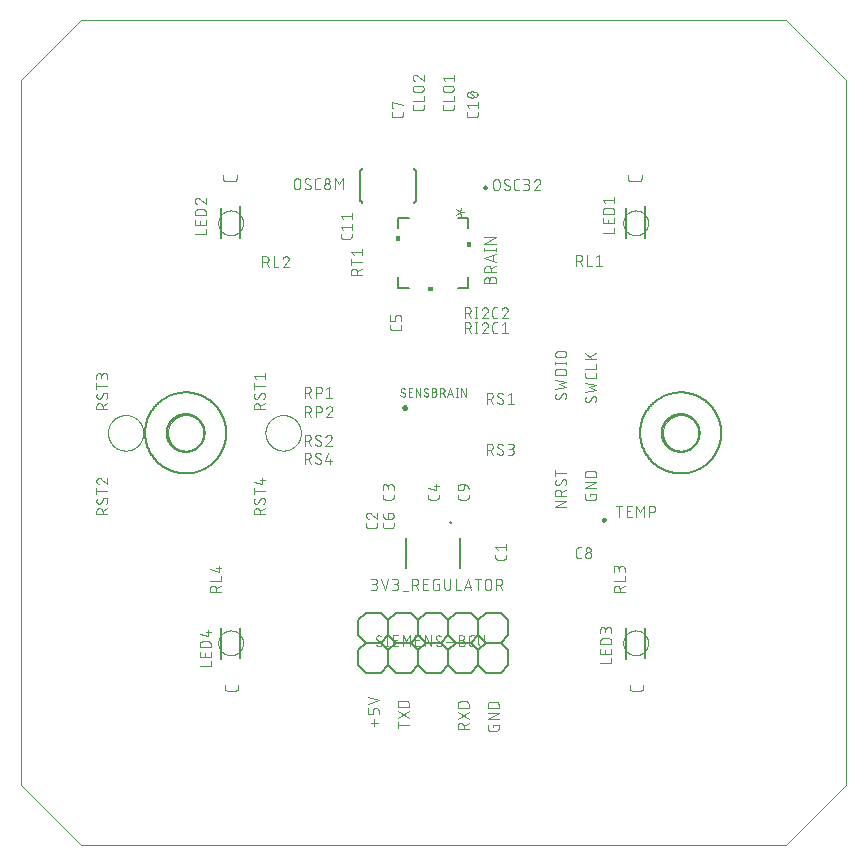
<source format=gto>
G75*
%MOIN*%
%OFA0B0*%
%FSLAX25Y25*%
%IPPOS*%
%LPD*%
%AMOC8*
5,1,8,0,0,1.08239X$1,22.5*
%
%ADD10C,0.00000*%
%ADD11C,0.00300*%
%ADD12C,0.00600*%
%ADD13C,0.00400*%
%ADD14C,0.00787*%
%ADD15C,0.00800*%
%ADD16C,0.01000*%
%ADD17C,0.00500*%
%ADD18C,0.00100*%
%ADD19C,0.00200*%
%ADD20C,0.00984*%
D10*
X0033342Y0048933D02*
X0033342Y0283933D01*
X0053342Y0303933D01*
X0058302Y0303894D01*
X0053342Y0303933D02*
X0288342Y0303933D01*
X0308342Y0283933D01*
X0308342Y0048933D01*
X0288342Y0028933D01*
X0053342Y0028933D01*
X0033342Y0048933D01*
X0099208Y0096433D02*
X0099210Y0096561D01*
X0099216Y0096689D01*
X0099226Y0096816D01*
X0099240Y0096944D01*
X0099257Y0097070D01*
X0099279Y0097196D01*
X0099305Y0097322D01*
X0099334Y0097446D01*
X0099367Y0097570D01*
X0099404Y0097692D01*
X0099445Y0097813D01*
X0099490Y0097933D01*
X0099538Y0098052D01*
X0099590Y0098169D01*
X0099646Y0098284D01*
X0099705Y0098398D01*
X0099767Y0098509D01*
X0099833Y0098619D01*
X0099902Y0098726D01*
X0099975Y0098832D01*
X0100051Y0098935D01*
X0100130Y0099035D01*
X0100212Y0099134D01*
X0100297Y0099229D01*
X0100385Y0099322D01*
X0100476Y0099412D01*
X0100569Y0099499D01*
X0100666Y0099584D01*
X0100764Y0099665D01*
X0100866Y0099743D01*
X0100969Y0099818D01*
X0101075Y0099890D01*
X0101183Y0099959D01*
X0101293Y0100024D01*
X0101406Y0100085D01*
X0101520Y0100144D01*
X0101635Y0100198D01*
X0101753Y0100249D01*
X0101871Y0100297D01*
X0101992Y0100340D01*
X0102113Y0100380D01*
X0102236Y0100416D01*
X0102360Y0100449D01*
X0102485Y0100477D01*
X0102610Y0100502D01*
X0102736Y0100522D01*
X0102863Y0100539D01*
X0102991Y0100552D01*
X0103118Y0100561D01*
X0103246Y0100566D01*
X0103374Y0100567D01*
X0103502Y0100564D01*
X0103630Y0100557D01*
X0103757Y0100546D01*
X0103884Y0100531D01*
X0104011Y0100513D01*
X0104137Y0100490D01*
X0104262Y0100463D01*
X0104386Y0100433D01*
X0104509Y0100399D01*
X0104632Y0100361D01*
X0104753Y0100319D01*
X0104872Y0100273D01*
X0104990Y0100224D01*
X0105107Y0100171D01*
X0105222Y0100115D01*
X0105335Y0100055D01*
X0105446Y0099992D01*
X0105555Y0099925D01*
X0105662Y0099855D01*
X0105767Y0099781D01*
X0105869Y0099705D01*
X0105969Y0099625D01*
X0106067Y0099542D01*
X0106162Y0099456D01*
X0106254Y0099367D01*
X0106343Y0099276D01*
X0106430Y0099182D01*
X0106513Y0099085D01*
X0106594Y0098985D01*
X0106671Y0098884D01*
X0106746Y0098779D01*
X0106817Y0098673D01*
X0106884Y0098564D01*
X0106949Y0098454D01*
X0107009Y0098341D01*
X0107067Y0098227D01*
X0107120Y0098111D01*
X0107170Y0097993D01*
X0107217Y0097874D01*
X0107260Y0097753D01*
X0107299Y0097631D01*
X0107334Y0097508D01*
X0107365Y0097384D01*
X0107393Y0097259D01*
X0107416Y0097133D01*
X0107436Y0097007D01*
X0107452Y0096880D01*
X0107464Y0096753D01*
X0107472Y0096625D01*
X0107476Y0096497D01*
X0107476Y0096369D01*
X0107472Y0096241D01*
X0107464Y0096113D01*
X0107452Y0095986D01*
X0107436Y0095859D01*
X0107416Y0095733D01*
X0107393Y0095607D01*
X0107365Y0095482D01*
X0107334Y0095358D01*
X0107299Y0095235D01*
X0107260Y0095113D01*
X0107217Y0094992D01*
X0107170Y0094873D01*
X0107120Y0094755D01*
X0107067Y0094639D01*
X0107009Y0094525D01*
X0106949Y0094412D01*
X0106884Y0094302D01*
X0106817Y0094193D01*
X0106746Y0094087D01*
X0106671Y0093982D01*
X0106594Y0093881D01*
X0106513Y0093781D01*
X0106430Y0093684D01*
X0106343Y0093590D01*
X0106254Y0093499D01*
X0106162Y0093410D01*
X0106067Y0093324D01*
X0105969Y0093241D01*
X0105869Y0093161D01*
X0105767Y0093085D01*
X0105662Y0093011D01*
X0105555Y0092941D01*
X0105446Y0092874D01*
X0105335Y0092811D01*
X0105222Y0092751D01*
X0105107Y0092695D01*
X0104990Y0092642D01*
X0104872Y0092593D01*
X0104753Y0092547D01*
X0104632Y0092505D01*
X0104509Y0092467D01*
X0104386Y0092433D01*
X0104262Y0092403D01*
X0104137Y0092376D01*
X0104011Y0092353D01*
X0103884Y0092335D01*
X0103757Y0092320D01*
X0103630Y0092309D01*
X0103502Y0092302D01*
X0103374Y0092299D01*
X0103246Y0092300D01*
X0103118Y0092305D01*
X0102991Y0092314D01*
X0102863Y0092327D01*
X0102736Y0092344D01*
X0102610Y0092364D01*
X0102485Y0092389D01*
X0102360Y0092417D01*
X0102236Y0092450D01*
X0102113Y0092486D01*
X0101992Y0092526D01*
X0101871Y0092569D01*
X0101753Y0092617D01*
X0101635Y0092668D01*
X0101520Y0092722D01*
X0101406Y0092781D01*
X0101293Y0092842D01*
X0101183Y0092907D01*
X0101075Y0092976D01*
X0100969Y0093048D01*
X0100866Y0093123D01*
X0100764Y0093201D01*
X0100666Y0093282D01*
X0100569Y0093367D01*
X0100476Y0093454D01*
X0100385Y0093544D01*
X0100297Y0093637D01*
X0100212Y0093732D01*
X0100130Y0093831D01*
X0100051Y0093931D01*
X0099975Y0094034D01*
X0099902Y0094140D01*
X0099833Y0094247D01*
X0099767Y0094357D01*
X0099705Y0094468D01*
X0099646Y0094582D01*
X0099590Y0094697D01*
X0099538Y0094814D01*
X0099490Y0094933D01*
X0099445Y0095053D01*
X0099404Y0095174D01*
X0099367Y0095296D01*
X0099334Y0095420D01*
X0099305Y0095544D01*
X0099279Y0095670D01*
X0099257Y0095796D01*
X0099240Y0095922D01*
X0099226Y0096050D01*
X0099216Y0096177D01*
X0099210Y0096305D01*
X0099208Y0096433D01*
X0082436Y0166433D02*
X0082438Y0166586D01*
X0082444Y0166740D01*
X0082454Y0166893D01*
X0082468Y0167045D01*
X0082486Y0167198D01*
X0082508Y0167349D01*
X0082533Y0167500D01*
X0082563Y0167651D01*
X0082597Y0167801D01*
X0082634Y0167949D01*
X0082675Y0168097D01*
X0082720Y0168243D01*
X0082769Y0168389D01*
X0082822Y0168533D01*
X0082878Y0168675D01*
X0082938Y0168816D01*
X0083002Y0168956D01*
X0083069Y0169094D01*
X0083140Y0169230D01*
X0083215Y0169364D01*
X0083292Y0169496D01*
X0083374Y0169626D01*
X0083458Y0169754D01*
X0083546Y0169880D01*
X0083637Y0170003D01*
X0083731Y0170124D01*
X0083829Y0170242D01*
X0083929Y0170358D01*
X0084033Y0170471D01*
X0084139Y0170582D01*
X0084248Y0170690D01*
X0084360Y0170795D01*
X0084474Y0170896D01*
X0084592Y0170995D01*
X0084711Y0171091D01*
X0084833Y0171184D01*
X0084958Y0171273D01*
X0085085Y0171360D01*
X0085214Y0171442D01*
X0085345Y0171522D01*
X0085478Y0171598D01*
X0085613Y0171671D01*
X0085750Y0171740D01*
X0085889Y0171805D01*
X0086029Y0171867D01*
X0086171Y0171925D01*
X0086314Y0171980D01*
X0086459Y0172031D01*
X0086605Y0172078D01*
X0086752Y0172121D01*
X0086900Y0172160D01*
X0087049Y0172196D01*
X0087199Y0172227D01*
X0087350Y0172255D01*
X0087501Y0172279D01*
X0087654Y0172299D01*
X0087806Y0172315D01*
X0087959Y0172327D01*
X0088112Y0172335D01*
X0088265Y0172339D01*
X0088419Y0172339D01*
X0088572Y0172335D01*
X0088725Y0172327D01*
X0088878Y0172315D01*
X0089030Y0172299D01*
X0089183Y0172279D01*
X0089334Y0172255D01*
X0089485Y0172227D01*
X0089635Y0172196D01*
X0089784Y0172160D01*
X0089932Y0172121D01*
X0090079Y0172078D01*
X0090225Y0172031D01*
X0090370Y0171980D01*
X0090513Y0171925D01*
X0090655Y0171867D01*
X0090795Y0171805D01*
X0090934Y0171740D01*
X0091071Y0171671D01*
X0091206Y0171598D01*
X0091339Y0171522D01*
X0091470Y0171442D01*
X0091599Y0171360D01*
X0091726Y0171273D01*
X0091851Y0171184D01*
X0091973Y0171091D01*
X0092092Y0170995D01*
X0092210Y0170896D01*
X0092324Y0170795D01*
X0092436Y0170690D01*
X0092545Y0170582D01*
X0092651Y0170471D01*
X0092755Y0170358D01*
X0092855Y0170242D01*
X0092953Y0170124D01*
X0093047Y0170003D01*
X0093138Y0169880D01*
X0093226Y0169754D01*
X0093310Y0169626D01*
X0093392Y0169496D01*
X0093469Y0169364D01*
X0093544Y0169230D01*
X0093615Y0169094D01*
X0093682Y0168956D01*
X0093746Y0168816D01*
X0093806Y0168675D01*
X0093862Y0168533D01*
X0093915Y0168389D01*
X0093964Y0168243D01*
X0094009Y0168097D01*
X0094050Y0167949D01*
X0094087Y0167801D01*
X0094121Y0167651D01*
X0094151Y0167500D01*
X0094176Y0167349D01*
X0094198Y0167198D01*
X0094216Y0167045D01*
X0094230Y0166893D01*
X0094240Y0166740D01*
X0094246Y0166586D01*
X0094248Y0166433D01*
X0094246Y0166280D01*
X0094240Y0166126D01*
X0094230Y0165973D01*
X0094216Y0165821D01*
X0094198Y0165668D01*
X0094176Y0165517D01*
X0094151Y0165366D01*
X0094121Y0165215D01*
X0094087Y0165065D01*
X0094050Y0164917D01*
X0094009Y0164769D01*
X0093964Y0164623D01*
X0093915Y0164477D01*
X0093862Y0164333D01*
X0093806Y0164191D01*
X0093746Y0164050D01*
X0093682Y0163910D01*
X0093615Y0163772D01*
X0093544Y0163636D01*
X0093469Y0163502D01*
X0093392Y0163370D01*
X0093310Y0163240D01*
X0093226Y0163112D01*
X0093138Y0162986D01*
X0093047Y0162863D01*
X0092953Y0162742D01*
X0092855Y0162624D01*
X0092755Y0162508D01*
X0092651Y0162395D01*
X0092545Y0162284D01*
X0092436Y0162176D01*
X0092324Y0162071D01*
X0092210Y0161970D01*
X0092092Y0161871D01*
X0091973Y0161775D01*
X0091851Y0161682D01*
X0091726Y0161593D01*
X0091599Y0161506D01*
X0091470Y0161424D01*
X0091339Y0161344D01*
X0091206Y0161268D01*
X0091071Y0161195D01*
X0090934Y0161126D01*
X0090795Y0161061D01*
X0090655Y0160999D01*
X0090513Y0160941D01*
X0090370Y0160886D01*
X0090225Y0160835D01*
X0090079Y0160788D01*
X0089932Y0160745D01*
X0089784Y0160706D01*
X0089635Y0160670D01*
X0089485Y0160639D01*
X0089334Y0160611D01*
X0089183Y0160587D01*
X0089030Y0160567D01*
X0088878Y0160551D01*
X0088725Y0160539D01*
X0088572Y0160531D01*
X0088419Y0160527D01*
X0088265Y0160527D01*
X0088112Y0160531D01*
X0087959Y0160539D01*
X0087806Y0160551D01*
X0087654Y0160567D01*
X0087501Y0160587D01*
X0087350Y0160611D01*
X0087199Y0160639D01*
X0087049Y0160670D01*
X0086900Y0160706D01*
X0086752Y0160745D01*
X0086605Y0160788D01*
X0086459Y0160835D01*
X0086314Y0160886D01*
X0086171Y0160941D01*
X0086029Y0160999D01*
X0085889Y0161061D01*
X0085750Y0161126D01*
X0085613Y0161195D01*
X0085478Y0161268D01*
X0085345Y0161344D01*
X0085214Y0161424D01*
X0085085Y0161506D01*
X0084958Y0161593D01*
X0084833Y0161682D01*
X0084711Y0161775D01*
X0084592Y0161871D01*
X0084474Y0161970D01*
X0084360Y0162071D01*
X0084248Y0162176D01*
X0084139Y0162284D01*
X0084033Y0162395D01*
X0083929Y0162508D01*
X0083829Y0162624D01*
X0083731Y0162742D01*
X0083637Y0162863D01*
X0083546Y0162986D01*
X0083458Y0163112D01*
X0083374Y0163240D01*
X0083292Y0163370D01*
X0083215Y0163502D01*
X0083140Y0163636D01*
X0083069Y0163772D01*
X0083002Y0163910D01*
X0082938Y0164050D01*
X0082878Y0164191D01*
X0082822Y0164333D01*
X0082769Y0164477D01*
X0082720Y0164623D01*
X0082675Y0164769D01*
X0082634Y0164917D01*
X0082597Y0165065D01*
X0082563Y0165215D01*
X0082533Y0165366D01*
X0082508Y0165517D01*
X0082486Y0165668D01*
X0082468Y0165821D01*
X0082454Y0165973D01*
X0082444Y0166126D01*
X0082438Y0166280D01*
X0082436Y0166433D01*
X0062436Y0166433D02*
X0062438Y0166586D01*
X0062444Y0166740D01*
X0062454Y0166893D01*
X0062468Y0167045D01*
X0062486Y0167198D01*
X0062508Y0167349D01*
X0062533Y0167500D01*
X0062563Y0167651D01*
X0062597Y0167801D01*
X0062634Y0167949D01*
X0062675Y0168097D01*
X0062720Y0168243D01*
X0062769Y0168389D01*
X0062822Y0168533D01*
X0062878Y0168675D01*
X0062938Y0168816D01*
X0063002Y0168956D01*
X0063069Y0169094D01*
X0063140Y0169230D01*
X0063215Y0169364D01*
X0063292Y0169496D01*
X0063374Y0169626D01*
X0063458Y0169754D01*
X0063546Y0169880D01*
X0063637Y0170003D01*
X0063731Y0170124D01*
X0063829Y0170242D01*
X0063929Y0170358D01*
X0064033Y0170471D01*
X0064139Y0170582D01*
X0064248Y0170690D01*
X0064360Y0170795D01*
X0064474Y0170896D01*
X0064592Y0170995D01*
X0064711Y0171091D01*
X0064833Y0171184D01*
X0064958Y0171273D01*
X0065085Y0171360D01*
X0065214Y0171442D01*
X0065345Y0171522D01*
X0065478Y0171598D01*
X0065613Y0171671D01*
X0065750Y0171740D01*
X0065889Y0171805D01*
X0066029Y0171867D01*
X0066171Y0171925D01*
X0066314Y0171980D01*
X0066459Y0172031D01*
X0066605Y0172078D01*
X0066752Y0172121D01*
X0066900Y0172160D01*
X0067049Y0172196D01*
X0067199Y0172227D01*
X0067350Y0172255D01*
X0067501Y0172279D01*
X0067654Y0172299D01*
X0067806Y0172315D01*
X0067959Y0172327D01*
X0068112Y0172335D01*
X0068265Y0172339D01*
X0068419Y0172339D01*
X0068572Y0172335D01*
X0068725Y0172327D01*
X0068878Y0172315D01*
X0069030Y0172299D01*
X0069183Y0172279D01*
X0069334Y0172255D01*
X0069485Y0172227D01*
X0069635Y0172196D01*
X0069784Y0172160D01*
X0069932Y0172121D01*
X0070079Y0172078D01*
X0070225Y0172031D01*
X0070370Y0171980D01*
X0070513Y0171925D01*
X0070655Y0171867D01*
X0070795Y0171805D01*
X0070934Y0171740D01*
X0071071Y0171671D01*
X0071206Y0171598D01*
X0071339Y0171522D01*
X0071470Y0171442D01*
X0071599Y0171360D01*
X0071726Y0171273D01*
X0071851Y0171184D01*
X0071973Y0171091D01*
X0072092Y0170995D01*
X0072210Y0170896D01*
X0072324Y0170795D01*
X0072436Y0170690D01*
X0072545Y0170582D01*
X0072651Y0170471D01*
X0072755Y0170358D01*
X0072855Y0170242D01*
X0072953Y0170124D01*
X0073047Y0170003D01*
X0073138Y0169880D01*
X0073226Y0169754D01*
X0073310Y0169626D01*
X0073392Y0169496D01*
X0073469Y0169364D01*
X0073544Y0169230D01*
X0073615Y0169094D01*
X0073682Y0168956D01*
X0073746Y0168816D01*
X0073806Y0168675D01*
X0073862Y0168533D01*
X0073915Y0168389D01*
X0073964Y0168243D01*
X0074009Y0168097D01*
X0074050Y0167949D01*
X0074087Y0167801D01*
X0074121Y0167651D01*
X0074151Y0167500D01*
X0074176Y0167349D01*
X0074198Y0167198D01*
X0074216Y0167045D01*
X0074230Y0166893D01*
X0074240Y0166740D01*
X0074246Y0166586D01*
X0074248Y0166433D01*
X0074246Y0166280D01*
X0074240Y0166126D01*
X0074230Y0165973D01*
X0074216Y0165821D01*
X0074198Y0165668D01*
X0074176Y0165517D01*
X0074151Y0165366D01*
X0074121Y0165215D01*
X0074087Y0165065D01*
X0074050Y0164917D01*
X0074009Y0164769D01*
X0073964Y0164623D01*
X0073915Y0164477D01*
X0073862Y0164333D01*
X0073806Y0164191D01*
X0073746Y0164050D01*
X0073682Y0163910D01*
X0073615Y0163772D01*
X0073544Y0163636D01*
X0073469Y0163502D01*
X0073392Y0163370D01*
X0073310Y0163240D01*
X0073226Y0163112D01*
X0073138Y0162986D01*
X0073047Y0162863D01*
X0072953Y0162742D01*
X0072855Y0162624D01*
X0072755Y0162508D01*
X0072651Y0162395D01*
X0072545Y0162284D01*
X0072436Y0162176D01*
X0072324Y0162071D01*
X0072210Y0161970D01*
X0072092Y0161871D01*
X0071973Y0161775D01*
X0071851Y0161682D01*
X0071726Y0161593D01*
X0071599Y0161506D01*
X0071470Y0161424D01*
X0071339Y0161344D01*
X0071206Y0161268D01*
X0071071Y0161195D01*
X0070934Y0161126D01*
X0070795Y0161061D01*
X0070655Y0160999D01*
X0070513Y0160941D01*
X0070370Y0160886D01*
X0070225Y0160835D01*
X0070079Y0160788D01*
X0069932Y0160745D01*
X0069784Y0160706D01*
X0069635Y0160670D01*
X0069485Y0160639D01*
X0069334Y0160611D01*
X0069183Y0160587D01*
X0069030Y0160567D01*
X0068878Y0160551D01*
X0068725Y0160539D01*
X0068572Y0160531D01*
X0068419Y0160527D01*
X0068265Y0160527D01*
X0068112Y0160531D01*
X0067959Y0160539D01*
X0067806Y0160551D01*
X0067654Y0160567D01*
X0067501Y0160587D01*
X0067350Y0160611D01*
X0067199Y0160639D01*
X0067049Y0160670D01*
X0066900Y0160706D01*
X0066752Y0160745D01*
X0066605Y0160788D01*
X0066459Y0160835D01*
X0066314Y0160886D01*
X0066171Y0160941D01*
X0066029Y0160999D01*
X0065889Y0161061D01*
X0065750Y0161126D01*
X0065613Y0161195D01*
X0065478Y0161268D01*
X0065345Y0161344D01*
X0065214Y0161424D01*
X0065085Y0161506D01*
X0064958Y0161593D01*
X0064833Y0161682D01*
X0064711Y0161775D01*
X0064592Y0161871D01*
X0064474Y0161970D01*
X0064360Y0162071D01*
X0064248Y0162176D01*
X0064139Y0162284D01*
X0064033Y0162395D01*
X0063929Y0162508D01*
X0063829Y0162624D01*
X0063731Y0162742D01*
X0063637Y0162863D01*
X0063546Y0162986D01*
X0063458Y0163112D01*
X0063374Y0163240D01*
X0063292Y0163370D01*
X0063215Y0163502D01*
X0063140Y0163636D01*
X0063069Y0163772D01*
X0063002Y0163910D01*
X0062938Y0164050D01*
X0062878Y0164191D01*
X0062822Y0164333D01*
X0062769Y0164477D01*
X0062720Y0164623D01*
X0062675Y0164769D01*
X0062634Y0164917D01*
X0062597Y0165065D01*
X0062563Y0165215D01*
X0062533Y0165366D01*
X0062508Y0165517D01*
X0062486Y0165668D01*
X0062468Y0165821D01*
X0062454Y0165973D01*
X0062444Y0166126D01*
X0062438Y0166280D01*
X0062436Y0166433D01*
X0114936Y0166433D02*
X0114938Y0166586D01*
X0114944Y0166740D01*
X0114954Y0166893D01*
X0114968Y0167045D01*
X0114986Y0167198D01*
X0115008Y0167349D01*
X0115033Y0167500D01*
X0115063Y0167651D01*
X0115097Y0167801D01*
X0115134Y0167949D01*
X0115175Y0168097D01*
X0115220Y0168243D01*
X0115269Y0168389D01*
X0115322Y0168533D01*
X0115378Y0168675D01*
X0115438Y0168816D01*
X0115502Y0168956D01*
X0115569Y0169094D01*
X0115640Y0169230D01*
X0115715Y0169364D01*
X0115792Y0169496D01*
X0115874Y0169626D01*
X0115958Y0169754D01*
X0116046Y0169880D01*
X0116137Y0170003D01*
X0116231Y0170124D01*
X0116329Y0170242D01*
X0116429Y0170358D01*
X0116533Y0170471D01*
X0116639Y0170582D01*
X0116748Y0170690D01*
X0116860Y0170795D01*
X0116974Y0170896D01*
X0117092Y0170995D01*
X0117211Y0171091D01*
X0117333Y0171184D01*
X0117458Y0171273D01*
X0117585Y0171360D01*
X0117714Y0171442D01*
X0117845Y0171522D01*
X0117978Y0171598D01*
X0118113Y0171671D01*
X0118250Y0171740D01*
X0118389Y0171805D01*
X0118529Y0171867D01*
X0118671Y0171925D01*
X0118814Y0171980D01*
X0118959Y0172031D01*
X0119105Y0172078D01*
X0119252Y0172121D01*
X0119400Y0172160D01*
X0119549Y0172196D01*
X0119699Y0172227D01*
X0119850Y0172255D01*
X0120001Y0172279D01*
X0120154Y0172299D01*
X0120306Y0172315D01*
X0120459Y0172327D01*
X0120612Y0172335D01*
X0120765Y0172339D01*
X0120919Y0172339D01*
X0121072Y0172335D01*
X0121225Y0172327D01*
X0121378Y0172315D01*
X0121530Y0172299D01*
X0121683Y0172279D01*
X0121834Y0172255D01*
X0121985Y0172227D01*
X0122135Y0172196D01*
X0122284Y0172160D01*
X0122432Y0172121D01*
X0122579Y0172078D01*
X0122725Y0172031D01*
X0122870Y0171980D01*
X0123013Y0171925D01*
X0123155Y0171867D01*
X0123295Y0171805D01*
X0123434Y0171740D01*
X0123571Y0171671D01*
X0123706Y0171598D01*
X0123839Y0171522D01*
X0123970Y0171442D01*
X0124099Y0171360D01*
X0124226Y0171273D01*
X0124351Y0171184D01*
X0124473Y0171091D01*
X0124592Y0170995D01*
X0124710Y0170896D01*
X0124824Y0170795D01*
X0124936Y0170690D01*
X0125045Y0170582D01*
X0125151Y0170471D01*
X0125255Y0170358D01*
X0125355Y0170242D01*
X0125453Y0170124D01*
X0125547Y0170003D01*
X0125638Y0169880D01*
X0125726Y0169754D01*
X0125810Y0169626D01*
X0125892Y0169496D01*
X0125969Y0169364D01*
X0126044Y0169230D01*
X0126115Y0169094D01*
X0126182Y0168956D01*
X0126246Y0168816D01*
X0126306Y0168675D01*
X0126362Y0168533D01*
X0126415Y0168389D01*
X0126464Y0168243D01*
X0126509Y0168097D01*
X0126550Y0167949D01*
X0126587Y0167801D01*
X0126621Y0167651D01*
X0126651Y0167500D01*
X0126676Y0167349D01*
X0126698Y0167198D01*
X0126716Y0167045D01*
X0126730Y0166893D01*
X0126740Y0166740D01*
X0126746Y0166586D01*
X0126748Y0166433D01*
X0126746Y0166280D01*
X0126740Y0166126D01*
X0126730Y0165973D01*
X0126716Y0165821D01*
X0126698Y0165668D01*
X0126676Y0165517D01*
X0126651Y0165366D01*
X0126621Y0165215D01*
X0126587Y0165065D01*
X0126550Y0164917D01*
X0126509Y0164769D01*
X0126464Y0164623D01*
X0126415Y0164477D01*
X0126362Y0164333D01*
X0126306Y0164191D01*
X0126246Y0164050D01*
X0126182Y0163910D01*
X0126115Y0163772D01*
X0126044Y0163636D01*
X0125969Y0163502D01*
X0125892Y0163370D01*
X0125810Y0163240D01*
X0125726Y0163112D01*
X0125638Y0162986D01*
X0125547Y0162863D01*
X0125453Y0162742D01*
X0125355Y0162624D01*
X0125255Y0162508D01*
X0125151Y0162395D01*
X0125045Y0162284D01*
X0124936Y0162176D01*
X0124824Y0162071D01*
X0124710Y0161970D01*
X0124592Y0161871D01*
X0124473Y0161775D01*
X0124351Y0161682D01*
X0124226Y0161593D01*
X0124099Y0161506D01*
X0123970Y0161424D01*
X0123839Y0161344D01*
X0123706Y0161268D01*
X0123571Y0161195D01*
X0123434Y0161126D01*
X0123295Y0161061D01*
X0123155Y0160999D01*
X0123013Y0160941D01*
X0122870Y0160886D01*
X0122725Y0160835D01*
X0122579Y0160788D01*
X0122432Y0160745D01*
X0122284Y0160706D01*
X0122135Y0160670D01*
X0121985Y0160639D01*
X0121834Y0160611D01*
X0121683Y0160587D01*
X0121530Y0160567D01*
X0121378Y0160551D01*
X0121225Y0160539D01*
X0121072Y0160531D01*
X0120919Y0160527D01*
X0120765Y0160527D01*
X0120612Y0160531D01*
X0120459Y0160539D01*
X0120306Y0160551D01*
X0120154Y0160567D01*
X0120001Y0160587D01*
X0119850Y0160611D01*
X0119699Y0160639D01*
X0119549Y0160670D01*
X0119400Y0160706D01*
X0119252Y0160745D01*
X0119105Y0160788D01*
X0118959Y0160835D01*
X0118814Y0160886D01*
X0118671Y0160941D01*
X0118529Y0160999D01*
X0118389Y0161061D01*
X0118250Y0161126D01*
X0118113Y0161195D01*
X0117978Y0161268D01*
X0117845Y0161344D01*
X0117714Y0161424D01*
X0117585Y0161506D01*
X0117458Y0161593D01*
X0117333Y0161682D01*
X0117211Y0161775D01*
X0117092Y0161871D01*
X0116974Y0161970D01*
X0116860Y0162071D01*
X0116748Y0162176D01*
X0116639Y0162284D01*
X0116533Y0162395D01*
X0116429Y0162508D01*
X0116329Y0162624D01*
X0116231Y0162742D01*
X0116137Y0162863D01*
X0116046Y0162986D01*
X0115958Y0163112D01*
X0115874Y0163240D01*
X0115792Y0163370D01*
X0115715Y0163502D01*
X0115640Y0163636D01*
X0115569Y0163772D01*
X0115502Y0163910D01*
X0115438Y0164050D01*
X0115378Y0164191D01*
X0115322Y0164333D01*
X0115269Y0164477D01*
X0115220Y0164623D01*
X0115175Y0164769D01*
X0115134Y0164917D01*
X0115097Y0165065D01*
X0115063Y0165215D01*
X0115033Y0165366D01*
X0115008Y0165517D01*
X0114986Y0165668D01*
X0114968Y0165821D01*
X0114954Y0165973D01*
X0114944Y0166126D01*
X0114938Y0166280D01*
X0114936Y0166433D01*
X0099208Y0236433D02*
X0099210Y0236561D01*
X0099216Y0236689D01*
X0099226Y0236816D01*
X0099240Y0236944D01*
X0099257Y0237070D01*
X0099279Y0237196D01*
X0099305Y0237322D01*
X0099334Y0237446D01*
X0099367Y0237570D01*
X0099404Y0237692D01*
X0099445Y0237813D01*
X0099490Y0237933D01*
X0099538Y0238052D01*
X0099590Y0238169D01*
X0099646Y0238284D01*
X0099705Y0238398D01*
X0099767Y0238509D01*
X0099833Y0238619D01*
X0099902Y0238726D01*
X0099975Y0238832D01*
X0100051Y0238935D01*
X0100130Y0239035D01*
X0100212Y0239134D01*
X0100297Y0239229D01*
X0100385Y0239322D01*
X0100476Y0239412D01*
X0100569Y0239499D01*
X0100666Y0239584D01*
X0100764Y0239665D01*
X0100866Y0239743D01*
X0100969Y0239818D01*
X0101075Y0239890D01*
X0101183Y0239959D01*
X0101293Y0240024D01*
X0101406Y0240085D01*
X0101520Y0240144D01*
X0101635Y0240198D01*
X0101753Y0240249D01*
X0101871Y0240297D01*
X0101992Y0240340D01*
X0102113Y0240380D01*
X0102236Y0240416D01*
X0102360Y0240449D01*
X0102485Y0240477D01*
X0102610Y0240502D01*
X0102736Y0240522D01*
X0102863Y0240539D01*
X0102991Y0240552D01*
X0103118Y0240561D01*
X0103246Y0240566D01*
X0103374Y0240567D01*
X0103502Y0240564D01*
X0103630Y0240557D01*
X0103757Y0240546D01*
X0103884Y0240531D01*
X0104011Y0240513D01*
X0104137Y0240490D01*
X0104262Y0240463D01*
X0104386Y0240433D01*
X0104509Y0240399D01*
X0104632Y0240361D01*
X0104753Y0240319D01*
X0104872Y0240273D01*
X0104990Y0240224D01*
X0105107Y0240171D01*
X0105222Y0240115D01*
X0105335Y0240055D01*
X0105446Y0239992D01*
X0105555Y0239925D01*
X0105662Y0239855D01*
X0105767Y0239781D01*
X0105869Y0239705D01*
X0105969Y0239625D01*
X0106067Y0239542D01*
X0106162Y0239456D01*
X0106254Y0239367D01*
X0106343Y0239276D01*
X0106430Y0239182D01*
X0106513Y0239085D01*
X0106594Y0238985D01*
X0106671Y0238884D01*
X0106746Y0238779D01*
X0106817Y0238673D01*
X0106884Y0238564D01*
X0106949Y0238454D01*
X0107009Y0238341D01*
X0107067Y0238227D01*
X0107120Y0238111D01*
X0107170Y0237993D01*
X0107217Y0237874D01*
X0107260Y0237753D01*
X0107299Y0237631D01*
X0107334Y0237508D01*
X0107365Y0237384D01*
X0107393Y0237259D01*
X0107416Y0237133D01*
X0107436Y0237007D01*
X0107452Y0236880D01*
X0107464Y0236753D01*
X0107472Y0236625D01*
X0107476Y0236497D01*
X0107476Y0236369D01*
X0107472Y0236241D01*
X0107464Y0236113D01*
X0107452Y0235986D01*
X0107436Y0235859D01*
X0107416Y0235733D01*
X0107393Y0235607D01*
X0107365Y0235482D01*
X0107334Y0235358D01*
X0107299Y0235235D01*
X0107260Y0235113D01*
X0107217Y0234992D01*
X0107170Y0234873D01*
X0107120Y0234755D01*
X0107067Y0234639D01*
X0107009Y0234525D01*
X0106949Y0234412D01*
X0106884Y0234302D01*
X0106817Y0234193D01*
X0106746Y0234087D01*
X0106671Y0233982D01*
X0106594Y0233881D01*
X0106513Y0233781D01*
X0106430Y0233684D01*
X0106343Y0233590D01*
X0106254Y0233499D01*
X0106162Y0233410D01*
X0106067Y0233324D01*
X0105969Y0233241D01*
X0105869Y0233161D01*
X0105767Y0233085D01*
X0105662Y0233011D01*
X0105555Y0232941D01*
X0105446Y0232874D01*
X0105335Y0232811D01*
X0105222Y0232751D01*
X0105107Y0232695D01*
X0104990Y0232642D01*
X0104872Y0232593D01*
X0104753Y0232547D01*
X0104632Y0232505D01*
X0104509Y0232467D01*
X0104386Y0232433D01*
X0104262Y0232403D01*
X0104137Y0232376D01*
X0104011Y0232353D01*
X0103884Y0232335D01*
X0103757Y0232320D01*
X0103630Y0232309D01*
X0103502Y0232302D01*
X0103374Y0232299D01*
X0103246Y0232300D01*
X0103118Y0232305D01*
X0102991Y0232314D01*
X0102863Y0232327D01*
X0102736Y0232344D01*
X0102610Y0232364D01*
X0102485Y0232389D01*
X0102360Y0232417D01*
X0102236Y0232450D01*
X0102113Y0232486D01*
X0101992Y0232526D01*
X0101871Y0232569D01*
X0101753Y0232617D01*
X0101635Y0232668D01*
X0101520Y0232722D01*
X0101406Y0232781D01*
X0101293Y0232842D01*
X0101183Y0232907D01*
X0101075Y0232976D01*
X0100969Y0233048D01*
X0100866Y0233123D01*
X0100764Y0233201D01*
X0100666Y0233282D01*
X0100569Y0233367D01*
X0100476Y0233454D01*
X0100385Y0233544D01*
X0100297Y0233637D01*
X0100212Y0233732D01*
X0100130Y0233831D01*
X0100051Y0233931D01*
X0099975Y0234034D01*
X0099902Y0234140D01*
X0099833Y0234247D01*
X0099767Y0234357D01*
X0099705Y0234468D01*
X0099646Y0234582D01*
X0099590Y0234697D01*
X0099538Y0234814D01*
X0099490Y0234933D01*
X0099445Y0235053D01*
X0099404Y0235174D01*
X0099367Y0235296D01*
X0099334Y0235420D01*
X0099305Y0235544D01*
X0099279Y0235670D01*
X0099257Y0235796D01*
X0099240Y0235922D01*
X0099226Y0236050D01*
X0099216Y0236177D01*
X0099210Y0236305D01*
X0099208Y0236433D01*
X0234208Y0236433D02*
X0234210Y0236561D01*
X0234216Y0236689D01*
X0234226Y0236816D01*
X0234240Y0236944D01*
X0234257Y0237070D01*
X0234279Y0237196D01*
X0234305Y0237322D01*
X0234334Y0237446D01*
X0234367Y0237570D01*
X0234404Y0237692D01*
X0234445Y0237813D01*
X0234490Y0237933D01*
X0234538Y0238052D01*
X0234590Y0238169D01*
X0234646Y0238284D01*
X0234705Y0238398D01*
X0234767Y0238509D01*
X0234833Y0238619D01*
X0234902Y0238726D01*
X0234975Y0238832D01*
X0235051Y0238935D01*
X0235130Y0239035D01*
X0235212Y0239134D01*
X0235297Y0239229D01*
X0235385Y0239322D01*
X0235476Y0239412D01*
X0235569Y0239499D01*
X0235666Y0239584D01*
X0235764Y0239665D01*
X0235866Y0239743D01*
X0235969Y0239818D01*
X0236075Y0239890D01*
X0236183Y0239959D01*
X0236293Y0240024D01*
X0236406Y0240085D01*
X0236520Y0240144D01*
X0236635Y0240198D01*
X0236753Y0240249D01*
X0236871Y0240297D01*
X0236992Y0240340D01*
X0237113Y0240380D01*
X0237236Y0240416D01*
X0237360Y0240449D01*
X0237485Y0240477D01*
X0237610Y0240502D01*
X0237736Y0240522D01*
X0237863Y0240539D01*
X0237991Y0240552D01*
X0238118Y0240561D01*
X0238246Y0240566D01*
X0238374Y0240567D01*
X0238502Y0240564D01*
X0238630Y0240557D01*
X0238757Y0240546D01*
X0238884Y0240531D01*
X0239011Y0240513D01*
X0239137Y0240490D01*
X0239262Y0240463D01*
X0239386Y0240433D01*
X0239509Y0240399D01*
X0239632Y0240361D01*
X0239753Y0240319D01*
X0239872Y0240273D01*
X0239990Y0240224D01*
X0240107Y0240171D01*
X0240222Y0240115D01*
X0240335Y0240055D01*
X0240446Y0239992D01*
X0240555Y0239925D01*
X0240662Y0239855D01*
X0240767Y0239781D01*
X0240869Y0239705D01*
X0240969Y0239625D01*
X0241067Y0239542D01*
X0241162Y0239456D01*
X0241254Y0239367D01*
X0241343Y0239276D01*
X0241430Y0239182D01*
X0241513Y0239085D01*
X0241594Y0238985D01*
X0241671Y0238884D01*
X0241746Y0238779D01*
X0241817Y0238673D01*
X0241884Y0238564D01*
X0241949Y0238454D01*
X0242009Y0238341D01*
X0242067Y0238227D01*
X0242120Y0238111D01*
X0242170Y0237993D01*
X0242217Y0237874D01*
X0242260Y0237753D01*
X0242299Y0237631D01*
X0242334Y0237508D01*
X0242365Y0237384D01*
X0242393Y0237259D01*
X0242416Y0237133D01*
X0242436Y0237007D01*
X0242452Y0236880D01*
X0242464Y0236753D01*
X0242472Y0236625D01*
X0242476Y0236497D01*
X0242476Y0236369D01*
X0242472Y0236241D01*
X0242464Y0236113D01*
X0242452Y0235986D01*
X0242436Y0235859D01*
X0242416Y0235733D01*
X0242393Y0235607D01*
X0242365Y0235482D01*
X0242334Y0235358D01*
X0242299Y0235235D01*
X0242260Y0235113D01*
X0242217Y0234992D01*
X0242170Y0234873D01*
X0242120Y0234755D01*
X0242067Y0234639D01*
X0242009Y0234525D01*
X0241949Y0234412D01*
X0241884Y0234302D01*
X0241817Y0234193D01*
X0241746Y0234087D01*
X0241671Y0233982D01*
X0241594Y0233881D01*
X0241513Y0233781D01*
X0241430Y0233684D01*
X0241343Y0233590D01*
X0241254Y0233499D01*
X0241162Y0233410D01*
X0241067Y0233324D01*
X0240969Y0233241D01*
X0240869Y0233161D01*
X0240767Y0233085D01*
X0240662Y0233011D01*
X0240555Y0232941D01*
X0240446Y0232874D01*
X0240335Y0232811D01*
X0240222Y0232751D01*
X0240107Y0232695D01*
X0239990Y0232642D01*
X0239872Y0232593D01*
X0239753Y0232547D01*
X0239632Y0232505D01*
X0239509Y0232467D01*
X0239386Y0232433D01*
X0239262Y0232403D01*
X0239137Y0232376D01*
X0239011Y0232353D01*
X0238884Y0232335D01*
X0238757Y0232320D01*
X0238630Y0232309D01*
X0238502Y0232302D01*
X0238374Y0232299D01*
X0238246Y0232300D01*
X0238118Y0232305D01*
X0237991Y0232314D01*
X0237863Y0232327D01*
X0237736Y0232344D01*
X0237610Y0232364D01*
X0237485Y0232389D01*
X0237360Y0232417D01*
X0237236Y0232450D01*
X0237113Y0232486D01*
X0236992Y0232526D01*
X0236871Y0232569D01*
X0236753Y0232617D01*
X0236635Y0232668D01*
X0236520Y0232722D01*
X0236406Y0232781D01*
X0236293Y0232842D01*
X0236183Y0232907D01*
X0236075Y0232976D01*
X0235969Y0233048D01*
X0235866Y0233123D01*
X0235764Y0233201D01*
X0235666Y0233282D01*
X0235569Y0233367D01*
X0235476Y0233454D01*
X0235385Y0233544D01*
X0235297Y0233637D01*
X0235212Y0233732D01*
X0235130Y0233831D01*
X0235051Y0233931D01*
X0234975Y0234034D01*
X0234902Y0234140D01*
X0234833Y0234247D01*
X0234767Y0234357D01*
X0234705Y0234468D01*
X0234646Y0234582D01*
X0234590Y0234697D01*
X0234538Y0234814D01*
X0234490Y0234933D01*
X0234445Y0235053D01*
X0234404Y0235174D01*
X0234367Y0235296D01*
X0234334Y0235420D01*
X0234305Y0235544D01*
X0234279Y0235670D01*
X0234257Y0235796D01*
X0234240Y0235922D01*
X0234226Y0236050D01*
X0234216Y0236177D01*
X0234210Y0236305D01*
X0234208Y0236433D01*
X0247436Y0166433D02*
X0247438Y0166586D01*
X0247444Y0166740D01*
X0247454Y0166893D01*
X0247468Y0167045D01*
X0247486Y0167198D01*
X0247508Y0167349D01*
X0247533Y0167500D01*
X0247563Y0167651D01*
X0247597Y0167801D01*
X0247634Y0167949D01*
X0247675Y0168097D01*
X0247720Y0168243D01*
X0247769Y0168389D01*
X0247822Y0168533D01*
X0247878Y0168675D01*
X0247938Y0168816D01*
X0248002Y0168956D01*
X0248069Y0169094D01*
X0248140Y0169230D01*
X0248215Y0169364D01*
X0248292Y0169496D01*
X0248374Y0169626D01*
X0248458Y0169754D01*
X0248546Y0169880D01*
X0248637Y0170003D01*
X0248731Y0170124D01*
X0248829Y0170242D01*
X0248929Y0170358D01*
X0249033Y0170471D01*
X0249139Y0170582D01*
X0249248Y0170690D01*
X0249360Y0170795D01*
X0249474Y0170896D01*
X0249592Y0170995D01*
X0249711Y0171091D01*
X0249833Y0171184D01*
X0249958Y0171273D01*
X0250085Y0171360D01*
X0250214Y0171442D01*
X0250345Y0171522D01*
X0250478Y0171598D01*
X0250613Y0171671D01*
X0250750Y0171740D01*
X0250889Y0171805D01*
X0251029Y0171867D01*
X0251171Y0171925D01*
X0251314Y0171980D01*
X0251459Y0172031D01*
X0251605Y0172078D01*
X0251752Y0172121D01*
X0251900Y0172160D01*
X0252049Y0172196D01*
X0252199Y0172227D01*
X0252350Y0172255D01*
X0252501Y0172279D01*
X0252654Y0172299D01*
X0252806Y0172315D01*
X0252959Y0172327D01*
X0253112Y0172335D01*
X0253265Y0172339D01*
X0253419Y0172339D01*
X0253572Y0172335D01*
X0253725Y0172327D01*
X0253878Y0172315D01*
X0254030Y0172299D01*
X0254183Y0172279D01*
X0254334Y0172255D01*
X0254485Y0172227D01*
X0254635Y0172196D01*
X0254784Y0172160D01*
X0254932Y0172121D01*
X0255079Y0172078D01*
X0255225Y0172031D01*
X0255370Y0171980D01*
X0255513Y0171925D01*
X0255655Y0171867D01*
X0255795Y0171805D01*
X0255934Y0171740D01*
X0256071Y0171671D01*
X0256206Y0171598D01*
X0256339Y0171522D01*
X0256470Y0171442D01*
X0256599Y0171360D01*
X0256726Y0171273D01*
X0256851Y0171184D01*
X0256973Y0171091D01*
X0257092Y0170995D01*
X0257210Y0170896D01*
X0257324Y0170795D01*
X0257436Y0170690D01*
X0257545Y0170582D01*
X0257651Y0170471D01*
X0257755Y0170358D01*
X0257855Y0170242D01*
X0257953Y0170124D01*
X0258047Y0170003D01*
X0258138Y0169880D01*
X0258226Y0169754D01*
X0258310Y0169626D01*
X0258392Y0169496D01*
X0258469Y0169364D01*
X0258544Y0169230D01*
X0258615Y0169094D01*
X0258682Y0168956D01*
X0258746Y0168816D01*
X0258806Y0168675D01*
X0258862Y0168533D01*
X0258915Y0168389D01*
X0258964Y0168243D01*
X0259009Y0168097D01*
X0259050Y0167949D01*
X0259087Y0167801D01*
X0259121Y0167651D01*
X0259151Y0167500D01*
X0259176Y0167349D01*
X0259198Y0167198D01*
X0259216Y0167045D01*
X0259230Y0166893D01*
X0259240Y0166740D01*
X0259246Y0166586D01*
X0259248Y0166433D01*
X0259246Y0166280D01*
X0259240Y0166126D01*
X0259230Y0165973D01*
X0259216Y0165821D01*
X0259198Y0165668D01*
X0259176Y0165517D01*
X0259151Y0165366D01*
X0259121Y0165215D01*
X0259087Y0165065D01*
X0259050Y0164917D01*
X0259009Y0164769D01*
X0258964Y0164623D01*
X0258915Y0164477D01*
X0258862Y0164333D01*
X0258806Y0164191D01*
X0258746Y0164050D01*
X0258682Y0163910D01*
X0258615Y0163772D01*
X0258544Y0163636D01*
X0258469Y0163502D01*
X0258392Y0163370D01*
X0258310Y0163240D01*
X0258226Y0163112D01*
X0258138Y0162986D01*
X0258047Y0162863D01*
X0257953Y0162742D01*
X0257855Y0162624D01*
X0257755Y0162508D01*
X0257651Y0162395D01*
X0257545Y0162284D01*
X0257436Y0162176D01*
X0257324Y0162071D01*
X0257210Y0161970D01*
X0257092Y0161871D01*
X0256973Y0161775D01*
X0256851Y0161682D01*
X0256726Y0161593D01*
X0256599Y0161506D01*
X0256470Y0161424D01*
X0256339Y0161344D01*
X0256206Y0161268D01*
X0256071Y0161195D01*
X0255934Y0161126D01*
X0255795Y0161061D01*
X0255655Y0160999D01*
X0255513Y0160941D01*
X0255370Y0160886D01*
X0255225Y0160835D01*
X0255079Y0160788D01*
X0254932Y0160745D01*
X0254784Y0160706D01*
X0254635Y0160670D01*
X0254485Y0160639D01*
X0254334Y0160611D01*
X0254183Y0160587D01*
X0254030Y0160567D01*
X0253878Y0160551D01*
X0253725Y0160539D01*
X0253572Y0160531D01*
X0253419Y0160527D01*
X0253265Y0160527D01*
X0253112Y0160531D01*
X0252959Y0160539D01*
X0252806Y0160551D01*
X0252654Y0160567D01*
X0252501Y0160587D01*
X0252350Y0160611D01*
X0252199Y0160639D01*
X0252049Y0160670D01*
X0251900Y0160706D01*
X0251752Y0160745D01*
X0251605Y0160788D01*
X0251459Y0160835D01*
X0251314Y0160886D01*
X0251171Y0160941D01*
X0251029Y0160999D01*
X0250889Y0161061D01*
X0250750Y0161126D01*
X0250613Y0161195D01*
X0250478Y0161268D01*
X0250345Y0161344D01*
X0250214Y0161424D01*
X0250085Y0161506D01*
X0249958Y0161593D01*
X0249833Y0161682D01*
X0249711Y0161775D01*
X0249592Y0161871D01*
X0249474Y0161970D01*
X0249360Y0162071D01*
X0249248Y0162176D01*
X0249139Y0162284D01*
X0249033Y0162395D01*
X0248929Y0162508D01*
X0248829Y0162624D01*
X0248731Y0162742D01*
X0248637Y0162863D01*
X0248546Y0162986D01*
X0248458Y0163112D01*
X0248374Y0163240D01*
X0248292Y0163370D01*
X0248215Y0163502D01*
X0248140Y0163636D01*
X0248069Y0163772D01*
X0248002Y0163910D01*
X0247938Y0164050D01*
X0247878Y0164191D01*
X0247822Y0164333D01*
X0247769Y0164477D01*
X0247720Y0164623D01*
X0247675Y0164769D01*
X0247634Y0164917D01*
X0247597Y0165065D01*
X0247563Y0165215D01*
X0247533Y0165366D01*
X0247508Y0165517D01*
X0247486Y0165668D01*
X0247468Y0165821D01*
X0247454Y0165973D01*
X0247444Y0166126D01*
X0247438Y0166280D01*
X0247436Y0166433D01*
X0234208Y0096433D02*
X0234210Y0096561D01*
X0234216Y0096689D01*
X0234226Y0096816D01*
X0234240Y0096944D01*
X0234257Y0097070D01*
X0234279Y0097196D01*
X0234305Y0097322D01*
X0234334Y0097446D01*
X0234367Y0097570D01*
X0234404Y0097692D01*
X0234445Y0097813D01*
X0234490Y0097933D01*
X0234538Y0098052D01*
X0234590Y0098169D01*
X0234646Y0098284D01*
X0234705Y0098398D01*
X0234767Y0098509D01*
X0234833Y0098619D01*
X0234902Y0098726D01*
X0234975Y0098832D01*
X0235051Y0098935D01*
X0235130Y0099035D01*
X0235212Y0099134D01*
X0235297Y0099229D01*
X0235385Y0099322D01*
X0235476Y0099412D01*
X0235569Y0099499D01*
X0235666Y0099584D01*
X0235764Y0099665D01*
X0235866Y0099743D01*
X0235969Y0099818D01*
X0236075Y0099890D01*
X0236183Y0099959D01*
X0236293Y0100024D01*
X0236406Y0100085D01*
X0236520Y0100144D01*
X0236635Y0100198D01*
X0236753Y0100249D01*
X0236871Y0100297D01*
X0236992Y0100340D01*
X0237113Y0100380D01*
X0237236Y0100416D01*
X0237360Y0100449D01*
X0237485Y0100477D01*
X0237610Y0100502D01*
X0237736Y0100522D01*
X0237863Y0100539D01*
X0237991Y0100552D01*
X0238118Y0100561D01*
X0238246Y0100566D01*
X0238374Y0100567D01*
X0238502Y0100564D01*
X0238630Y0100557D01*
X0238757Y0100546D01*
X0238884Y0100531D01*
X0239011Y0100513D01*
X0239137Y0100490D01*
X0239262Y0100463D01*
X0239386Y0100433D01*
X0239509Y0100399D01*
X0239632Y0100361D01*
X0239753Y0100319D01*
X0239872Y0100273D01*
X0239990Y0100224D01*
X0240107Y0100171D01*
X0240222Y0100115D01*
X0240335Y0100055D01*
X0240446Y0099992D01*
X0240555Y0099925D01*
X0240662Y0099855D01*
X0240767Y0099781D01*
X0240869Y0099705D01*
X0240969Y0099625D01*
X0241067Y0099542D01*
X0241162Y0099456D01*
X0241254Y0099367D01*
X0241343Y0099276D01*
X0241430Y0099182D01*
X0241513Y0099085D01*
X0241594Y0098985D01*
X0241671Y0098884D01*
X0241746Y0098779D01*
X0241817Y0098673D01*
X0241884Y0098564D01*
X0241949Y0098454D01*
X0242009Y0098341D01*
X0242067Y0098227D01*
X0242120Y0098111D01*
X0242170Y0097993D01*
X0242217Y0097874D01*
X0242260Y0097753D01*
X0242299Y0097631D01*
X0242334Y0097508D01*
X0242365Y0097384D01*
X0242393Y0097259D01*
X0242416Y0097133D01*
X0242436Y0097007D01*
X0242452Y0096880D01*
X0242464Y0096753D01*
X0242472Y0096625D01*
X0242476Y0096497D01*
X0242476Y0096369D01*
X0242472Y0096241D01*
X0242464Y0096113D01*
X0242452Y0095986D01*
X0242436Y0095859D01*
X0242416Y0095733D01*
X0242393Y0095607D01*
X0242365Y0095482D01*
X0242334Y0095358D01*
X0242299Y0095235D01*
X0242260Y0095113D01*
X0242217Y0094992D01*
X0242170Y0094873D01*
X0242120Y0094755D01*
X0242067Y0094639D01*
X0242009Y0094525D01*
X0241949Y0094412D01*
X0241884Y0094302D01*
X0241817Y0094193D01*
X0241746Y0094087D01*
X0241671Y0093982D01*
X0241594Y0093881D01*
X0241513Y0093781D01*
X0241430Y0093684D01*
X0241343Y0093590D01*
X0241254Y0093499D01*
X0241162Y0093410D01*
X0241067Y0093324D01*
X0240969Y0093241D01*
X0240869Y0093161D01*
X0240767Y0093085D01*
X0240662Y0093011D01*
X0240555Y0092941D01*
X0240446Y0092874D01*
X0240335Y0092811D01*
X0240222Y0092751D01*
X0240107Y0092695D01*
X0239990Y0092642D01*
X0239872Y0092593D01*
X0239753Y0092547D01*
X0239632Y0092505D01*
X0239509Y0092467D01*
X0239386Y0092433D01*
X0239262Y0092403D01*
X0239137Y0092376D01*
X0239011Y0092353D01*
X0238884Y0092335D01*
X0238757Y0092320D01*
X0238630Y0092309D01*
X0238502Y0092302D01*
X0238374Y0092299D01*
X0238246Y0092300D01*
X0238118Y0092305D01*
X0237991Y0092314D01*
X0237863Y0092327D01*
X0237736Y0092344D01*
X0237610Y0092364D01*
X0237485Y0092389D01*
X0237360Y0092417D01*
X0237236Y0092450D01*
X0237113Y0092486D01*
X0236992Y0092526D01*
X0236871Y0092569D01*
X0236753Y0092617D01*
X0236635Y0092668D01*
X0236520Y0092722D01*
X0236406Y0092781D01*
X0236293Y0092842D01*
X0236183Y0092907D01*
X0236075Y0092976D01*
X0235969Y0093048D01*
X0235866Y0093123D01*
X0235764Y0093201D01*
X0235666Y0093282D01*
X0235569Y0093367D01*
X0235476Y0093454D01*
X0235385Y0093544D01*
X0235297Y0093637D01*
X0235212Y0093732D01*
X0235130Y0093831D01*
X0235051Y0093931D01*
X0234975Y0094034D01*
X0234902Y0094140D01*
X0234833Y0094247D01*
X0234767Y0094357D01*
X0234705Y0094468D01*
X0234646Y0094582D01*
X0234590Y0094697D01*
X0234538Y0094814D01*
X0234490Y0094933D01*
X0234445Y0095053D01*
X0234404Y0095174D01*
X0234367Y0095296D01*
X0234334Y0095420D01*
X0234305Y0095544D01*
X0234279Y0095670D01*
X0234257Y0095796D01*
X0234240Y0095922D01*
X0234226Y0096050D01*
X0234216Y0096177D01*
X0234210Y0096305D01*
X0234208Y0096433D01*
D11*
X0230267Y0095922D02*
X0230267Y0096950D01*
X0230267Y0095922D02*
X0226567Y0095922D01*
X0226567Y0096950D01*
X0226566Y0096950D02*
X0226568Y0097012D01*
X0226573Y0097074D01*
X0226583Y0097135D01*
X0226596Y0097196D01*
X0226613Y0097256D01*
X0226633Y0097315D01*
X0226657Y0097372D01*
X0226684Y0097428D01*
X0226714Y0097482D01*
X0226748Y0097534D01*
X0226785Y0097584D01*
X0226825Y0097632D01*
X0226867Y0097677D01*
X0226912Y0097719D01*
X0226960Y0097759D01*
X0227010Y0097796D01*
X0227062Y0097830D01*
X0227116Y0097860D01*
X0227172Y0097887D01*
X0227229Y0097911D01*
X0227288Y0097931D01*
X0227348Y0097948D01*
X0227409Y0097961D01*
X0227470Y0097971D01*
X0227532Y0097976D01*
X0227594Y0097978D01*
X0229239Y0097978D01*
X0229301Y0097976D01*
X0229363Y0097971D01*
X0229424Y0097961D01*
X0229485Y0097948D01*
X0229545Y0097931D01*
X0229604Y0097911D01*
X0229661Y0097887D01*
X0229717Y0097860D01*
X0229771Y0097830D01*
X0229823Y0097796D01*
X0229873Y0097759D01*
X0229921Y0097719D01*
X0229966Y0097677D01*
X0230008Y0097632D01*
X0230048Y0097584D01*
X0230085Y0097534D01*
X0230119Y0097482D01*
X0230149Y0097428D01*
X0230176Y0097372D01*
X0230200Y0097315D01*
X0230220Y0097256D01*
X0230237Y0097196D01*
X0230250Y0097135D01*
X0230260Y0097074D01*
X0230265Y0097012D01*
X0230267Y0096950D01*
X0230267Y0094454D02*
X0230267Y0092809D01*
X0226567Y0092809D01*
X0226567Y0094454D01*
X0228211Y0094043D02*
X0228211Y0092809D01*
X0230267Y0091334D02*
X0230267Y0089689D01*
X0226567Y0089689D01*
X0226567Y0099642D02*
X0226567Y0100876D01*
X0226569Y0100932D01*
X0226575Y0100988D01*
X0226584Y0101043D01*
X0226597Y0101098D01*
X0226614Y0101151D01*
X0226635Y0101203D01*
X0226659Y0101254D01*
X0226687Y0101303D01*
X0226717Y0101350D01*
X0226751Y0101395D01*
X0226788Y0101437D01*
X0226828Y0101477D01*
X0226870Y0101514D01*
X0226915Y0101548D01*
X0226962Y0101578D01*
X0227011Y0101606D01*
X0227062Y0101630D01*
X0227114Y0101651D01*
X0227167Y0101668D01*
X0227222Y0101681D01*
X0227277Y0101690D01*
X0227333Y0101696D01*
X0227389Y0101698D01*
X0227445Y0101696D01*
X0227501Y0101690D01*
X0227556Y0101681D01*
X0227611Y0101668D01*
X0227664Y0101651D01*
X0227716Y0101630D01*
X0227767Y0101606D01*
X0227816Y0101578D01*
X0227863Y0101548D01*
X0227908Y0101514D01*
X0227950Y0101477D01*
X0227990Y0101437D01*
X0228027Y0101395D01*
X0228061Y0101350D01*
X0228091Y0101303D01*
X0228119Y0101254D01*
X0228143Y0101203D01*
X0228164Y0101151D01*
X0228181Y0101098D01*
X0228194Y0101043D01*
X0228203Y0100988D01*
X0228209Y0100932D01*
X0228211Y0100876D01*
X0228211Y0100054D01*
X0228211Y0100670D02*
X0228213Y0100733D01*
X0228219Y0100796D01*
X0228229Y0100859D01*
X0228242Y0100921D01*
X0228259Y0100982D01*
X0228280Y0101041D01*
X0228305Y0101100D01*
X0228333Y0101156D01*
X0228365Y0101211D01*
X0228400Y0101264D01*
X0228438Y0101314D01*
X0228479Y0101363D01*
X0228523Y0101408D01*
X0228570Y0101451D01*
X0228619Y0101490D01*
X0228671Y0101527D01*
X0228725Y0101560D01*
X0228781Y0101590D01*
X0228838Y0101617D01*
X0228897Y0101640D01*
X0228958Y0101659D01*
X0229019Y0101674D01*
X0229081Y0101686D01*
X0229144Y0101694D01*
X0229207Y0101698D01*
X0229271Y0101698D01*
X0229334Y0101694D01*
X0229397Y0101686D01*
X0229459Y0101674D01*
X0229520Y0101659D01*
X0229581Y0101640D01*
X0229640Y0101617D01*
X0229697Y0101590D01*
X0229753Y0101560D01*
X0229807Y0101527D01*
X0229859Y0101490D01*
X0229908Y0101451D01*
X0229955Y0101408D01*
X0229999Y0101363D01*
X0230040Y0101314D01*
X0230078Y0101264D01*
X0230113Y0101211D01*
X0230145Y0101156D01*
X0230173Y0101100D01*
X0230198Y0101041D01*
X0230219Y0100982D01*
X0230236Y0100921D01*
X0230249Y0100859D01*
X0230259Y0100796D01*
X0230265Y0100733D01*
X0230267Y0100670D01*
X0230267Y0099642D01*
X0230992Y0113376D02*
X0230992Y0114404D01*
X0230992Y0113376D02*
X0234692Y0113376D01*
X0233047Y0113376D02*
X0233047Y0114404D01*
X0233047Y0114610D02*
X0234692Y0115432D01*
X0234692Y0117081D02*
X0230992Y0117081D01*
X0230992Y0114404D02*
X0230994Y0114467D01*
X0231000Y0114530D01*
X0231010Y0114593D01*
X0231023Y0114655D01*
X0231040Y0114716D01*
X0231061Y0114775D01*
X0231086Y0114834D01*
X0231114Y0114890D01*
X0231146Y0114945D01*
X0231181Y0114998D01*
X0231219Y0115048D01*
X0231260Y0115097D01*
X0231304Y0115142D01*
X0231351Y0115185D01*
X0231400Y0115224D01*
X0231452Y0115261D01*
X0231506Y0115294D01*
X0231562Y0115324D01*
X0231619Y0115351D01*
X0231678Y0115374D01*
X0231739Y0115393D01*
X0231800Y0115408D01*
X0231862Y0115420D01*
X0231925Y0115428D01*
X0231988Y0115432D01*
X0232052Y0115432D01*
X0232115Y0115428D01*
X0232178Y0115420D01*
X0232240Y0115408D01*
X0232301Y0115393D01*
X0232362Y0115374D01*
X0232421Y0115351D01*
X0232478Y0115324D01*
X0232534Y0115294D01*
X0232588Y0115261D01*
X0232640Y0115224D01*
X0232689Y0115185D01*
X0232736Y0115142D01*
X0232780Y0115097D01*
X0232821Y0115048D01*
X0232859Y0114998D01*
X0232894Y0114945D01*
X0232926Y0114890D01*
X0232954Y0114834D01*
X0232979Y0114775D01*
X0233000Y0114716D01*
X0233017Y0114655D01*
X0233030Y0114593D01*
X0233040Y0114530D01*
X0233046Y0114467D01*
X0233048Y0114404D01*
X0234692Y0117081D02*
X0234692Y0118725D01*
X0234692Y0120074D02*
X0234692Y0121102D01*
X0234690Y0121165D01*
X0234684Y0121228D01*
X0234674Y0121291D01*
X0234661Y0121353D01*
X0234644Y0121414D01*
X0234623Y0121473D01*
X0234598Y0121532D01*
X0234570Y0121588D01*
X0234538Y0121643D01*
X0234503Y0121696D01*
X0234465Y0121746D01*
X0234424Y0121795D01*
X0234380Y0121840D01*
X0234333Y0121883D01*
X0234284Y0121922D01*
X0234232Y0121959D01*
X0234178Y0121992D01*
X0234122Y0122022D01*
X0234065Y0122049D01*
X0234006Y0122072D01*
X0233945Y0122091D01*
X0233884Y0122106D01*
X0233822Y0122118D01*
X0233759Y0122126D01*
X0233696Y0122130D01*
X0233632Y0122130D01*
X0233569Y0122126D01*
X0233506Y0122118D01*
X0233444Y0122106D01*
X0233383Y0122091D01*
X0233322Y0122072D01*
X0233263Y0122049D01*
X0233206Y0122022D01*
X0233150Y0121992D01*
X0233096Y0121959D01*
X0233044Y0121922D01*
X0232995Y0121883D01*
X0232948Y0121840D01*
X0232904Y0121795D01*
X0232863Y0121746D01*
X0232825Y0121696D01*
X0232790Y0121643D01*
X0232758Y0121588D01*
X0232730Y0121532D01*
X0232705Y0121473D01*
X0232684Y0121414D01*
X0232667Y0121353D01*
X0232654Y0121291D01*
X0232644Y0121228D01*
X0232638Y0121165D01*
X0232636Y0121102D01*
X0232636Y0121307D02*
X0232636Y0120485D01*
X0232636Y0121307D02*
X0232634Y0121363D01*
X0232628Y0121419D01*
X0232619Y0121474D01*
X0232606Y0121529D01*
X0232589Y0121582D01*
X0232568Y0121634D01*
X0232544Y0121685D01*
X0232516Y0121734D01*
X0232486Y0121781D01*
X0232452Y0121826D01*
X0232415Y0121868D01*
X0232375Y0121908D01*
X0232333Y0121945D01*
X0232288Y0121979D01*
X0232241Y0122009D01*
X0232192Y0122037D01*
X0232141Y0122061D01*
X0232089Y0122082D01*
X0232036Y0122099D01*
X0231981Y0122112D01*
X0231926Y0122121D01*
X0231870Y0122127D01*
X0231814Y0122129D01*
X0231758Y0122127D01*
X0231702Y0122121D01*
X0231647Y0122112D01*
X0231592Y0122099D01*
X0231539Y0122082D01*
X0231487Y0122061D01*
X0231436Y0122037D01*
X0231387Y0122009D01*
X0231340Y0121979D01*
X0231295Y0121945D01*
X0231253Y0121908D01*
X0231213Y0121868D01*
X0231176Y0121826D01*
X0231142Y0121781D01*
X0231112Y0121734D01*
X0231084Y0121685D01*
X0231060Y0121634D01*
X0231039Y0121582D01*
X0231022Y0121529D01*
X0231009Y0121474D01*
X0231000Y0121419D01*
X0230994Y0121363D01*
X0230992Y0121307D01*
X0230992Y0120074D01*
X0223558Y0125611D02*
X0223556Y0125548D01*
X0223550Y0125485D01*
X0223540Y0125422D01*
X0223527Y0125360D01*
X0223510Y0125299D01*
X0223489Y0125240D01*
X0223464Y0125181D01*
X0223436Y0125125D01*
X0223404Y0125070D01*
X0223369Y0125017D01*
X0223331Y0124967D01*
X0223290Y0124918D01*
X0223246Y0124873D01*
X0223199Y0124830D01*
X0223150Y0124791D01*
X0223098Y0124754D01*
X0223044Y0124721D01*
X0222988Y0124691D01*
X0222931Y0124664D01*
X0222872Y0124641D01*
X0222811Y0124622D01*
X0222750Y0124607D01*
X0222688Y0124595D01*
X0222625Y0124587D01*
X0222562Y0124583D01*
X0222498Y0124583D01*
X0222435Y0124587D01*
X0222372Y0124595D01*
X0222310Y0124607D01*
X0222249Y0124622D01*
X0222188Y0124641D01*
X0222129Y0124664D01*
X0222072Y0124691D01*
X0222016Y0124721D01*
X0221962Y0124754D01*
X0221910Y0124791D01*
X0221861Y0124830D01*
X0221814Y0124873D01*
X0221770Y0124918D01*
X0221729Y0124967D01*
X0221691Y0125017D01*
X0221656Y0125070D01*
X0221624Y0125125D01*
X0221596Y0125181D01*
X0221571Y0125240D01*
X0221550Y0125299D01*
X0221533Y0125360D01*
X0221520Y0125422D01*
X0221510Y0125485D01*
X0221504Y0125548D01*
X0221502Y0125611D01*
X0221504Y0125674D01*
X0221510Y0125737D01*
X0221520Y0125800D01*
X0221533Y0125862D01*
X0221550Y0125923D01*
X0221571Y0125982D01*
X0221596Y0126041D01*
X0221624Y0126097D01*
X0221656Y0126152D01*
X0221691Y0126205D01*
X0221729Y0126255D01*
X0221770Y0126304D01*
X0221814Y0126349D01*
X0221861Y0126392D01*
X0221910Y0126431D01*
X0221962Y0126468D01*
X0222016Y0126501D01*
X0222072Y0126531D01*
X0222129Y0126558D01*
X0222188Y0126581D01*
X0222249Y0126600D01*
X0222310Y0126615D01*
X0222372Y0126627D01*
X0222435Y0126635D01*
X0222498Y0126639D01*
X0222562Y0126639D01*
X0222625Y0126635D01*
X0222688Y0126627D01*
X0222750Y0126615D01*
X0222811Y0126600D01*
X0222872Y0126581D01*
X0222931Y0126558D01*
X0222988Y0126531D01*
X0223044Y0126501D01*
X0223098Y0126468D01*
X0223150Y0126431D01*
X0223199Y0126392D01*
X0223246Y0126349D01*
X0223290Y0126304D01*
X0223331Y0126255D01*
X0223369Y0126205D01*
X0223404Y0126152D01*
X0223436Y0126097D01*
X0223464Y0126041D01*
X0223489Y0125982D01*
X0223510Y0125923D01*
X0223527Y0125862D01*
X0223540Y0125800D01*
X0223550Y0125737D01*
X0223556Y0125674D01*
X0223558Y0125611D01*
X0223352Y0127461D02*
X0223350Y0127405D01*
X0223344Y0127349D01*
X0223335Y0127294D01*
X0223322Y0127239D01*
X0223305Y0127186D01*
X0223284Y0127134D01*
X0223260Y0127083D01*
X0223232Y0127034D01*
X0223202Y0126987D01*
X0223168Y0126942D01*
X0223131Y0126900D01*
X0223091Y0126860D01*
X0223049Y0126823D01*
X0223004Y0126789D01*
X0222957Y0126759D01*
X0222908Y0126731D01*
X0222857Y0126707D01*
X0222805Y0126686D01*
X0222752Y0126669D01*
X0222697Y0126656D01*
X0222642Y0126647D01*
X0222586Y0126641D01*
X0222530Y0126639D01*
X0222474Y0126641D01*
X0222418Y0126647D01*
X0222363Y0126656D01*
X0222308Y0126669D01*
X0222255Y0126686D01*
X0222203Y0126707D01*
X0222152Y0126731D01*
X0222103Y0126759D01*
X0222056Y0126789D01*
X0222011Y0126823D01*
X0221969Y0126860D01*
X0221929Y0126900D01*
X0221892Y0126942D01*
X0221858Y0126987D01*
X0221828Y0127034D01*
X0221800Y0127083D01*
X0221776Y0127134D01*
X0221755Y0127186D01*
X0221738Y0127239D01*
X0221725Y0127294D01*
X0221716Y0127349D01*
X0221710Y0127405D01*
X0221708Y0127461D01*
X0221710Y0127517D01*
X0221716Y0127573D01*
X0221725Y0127628D01*
X0221738Y0127683D01*
X0221755Y0127736D01*
X0221776Y0127788D01*
X0221800Y0127839D01*
X0221828Y0127888D01*
X0221858Y0127935D01*
X0221892Y0127980D01*
X0221929Y0128022D01*
X0221969Y0128062D01*
X0222011Y0128099D01*
X0222056Y0128133D01*
X0222103Y0128163D01*
X0222152Y0128191D01*
X0222203Y0128215D01*
X0222255Y0128236D01*
X0222308Y0128253D01*
X0222363Y0128266D01*
X0222418Y0128275D01*
X0222474Y0128281D01*
X0222530Y0128283D01*
X0222586Y0128281D01*
X0222642Y0128275D01*
X0222697Y0128266D01*
X0222752Y0128253D01*
X0222805Y0128236D01*
X0222857Y0128215D01*
X0222908Y0128191D01*
X0222957Y0128163D01*
X0223004Y0128133D01*
X0223049Y0128099D01*
X0223091Y0128062D01*
X0223131Y0128022D01*
X0223168Y0127980D01*
X0223202Y0127935D01*
X0223232Y0127888D01*
X0223260Y0127839D01*
X0223284Y0127788D01*
X0223305Y0127736D01*
X0223322Y0127683D01*
X0223335Y0127628D01*
X0223344Y0127573D01*
X0223350Y0127517D01*
X0223352Y0127461D01*
X0220136Y0128283D02*
X0219314Y0128283D01*
X0219258Y0128281D01*
X0219202Y0128275D01*
X0219147Y0128266D01*
X0219092Y0128253D01*
X0219039Y0128236D01*
X0218987Y0128215D01*
X0218936Y0128191D01*
X0218887Y0128163D01*
X0218840Y0128133D01*
X0218795Y0128099D01*
X0218753Y0128062D01*
X0218713Y0128022D01*
X0218676Y0127980D01*
X0218642Y0127935D01*
X0218612Y0127888D01*
X0218584Y0127839D01*
X0218560Y0127788D01*
X0218539Y0127736D01*
X0218522Y0127683D01*
X0218509Y0127628D01*
X0218500Y0127573D01*
X0218494Y0127517D01*
X0218492Y0127461D01*
X0218492Y0125405D01*
X0218494Y0125349D01*
X0218500Y0125293D01*
X0218509Y0125238D01*
X0218522Y0125183D01*
X0218539Y0125130D01*
X0218560Y0125078D01*
X0218584Y0125027D01*
X0218612Y0124978D01*
X0218642Y0124931D01*
X0218676Y0124886D01*
X0218713Y0124844D01*
X0218753Y0124804D01*
X0218795Y0124767D01*
X0218840Y0124733D01*
X0218887Y0124703D01*
X0218936Y0124675D01*
X0218987Y0124651D01*
X0219039Y0124630D01*
X0219092Y0124613D01*
X0219147Y0124600D01*
X0219202Y0124591D01*
X0219258Y0124585D01*
X0219314Y0124583D01*
X0220136Y0124583D01*
X0232924Y0138410D02*
X0232924Y0142110D01*
X0231896Y0142110D02*
X0233952Y0142110D01*
X0235383Y0142110D02*
X0237028Y0142110D01*
X0238531Y0142110D02*
X0239764Y0140054D01*
X0240998Y0142110D01*
X0240998Y0138410D01*
X0242868Y0138410D02*
X0242868Y0142110D01*
X0243896Y0142110D01*
X0243959Y0142108D01*
X0244022Y0142102D01*
X0244085Y0142092D01*
X0244147Y0142079D01*
X0244208Y0142062D01*
X0244267Y0142041D01*
X0244326Y0142016D01*
X0244382Y0141988D01*
X0244437Y0141956D01*
X0244490Y0141921D01*
X0244540Y0141883D01*
X0244589Y0141842D01*
X0244634Y0141798D01*
X0244677Y0141751D01*
X0244716Y0141702D01*
X0244753Y0141650D01*
X0244786Y0141596D01*
X0244816Y0141540D01*
X0244843Y0141483D01*
X0244866Y0141424D01*
X0244885Y0141363D01*
X0244900Y0141302D01*
X0244912Y0141240D01*
X0244920Y0141177D01*
X0244924Y0141114D01*
X0244924Y0141050D01*
X0244920Y0140987D01*
X0244912Y0140924D01*
X0244900Y0140862D01*
X0244885Y0140801D01*
X0244866Y0140740D01*
X0244843Y0140681D01*
X0244816Y0140624D01*
X0244786Y0140568D01*
X0244753Y0140514D01*
X0244716Y0140462D01*
X0244677Y0140413D01*
X0244634Y0140366D01*
X0244589Y0140322D01*
X0244540Y0140281D01*
X0244490Y0140243D01*
X0244437Y0140208D01*
X0244382Y0140176D01*
X0244326Y0140148D01*
X0244267Y0140123D01*
X0244208Y0140102D01*
X0244147Y0140085D01*
X0244085Y0140072D01*
X0244022Y0140062D01*
X0243959Y0140056D01*
X0243896Y0140054D01*
X0242868Y0140054D01*
X0238531Y0138410D02*
X0238531Y0142110D01*
X0236617Y0140465D02*
X0235383Y0140465D01*
X0235383Y0142110D02*
X0235383Y0138410D01*
X0237028Y0138410D01*
X0225192Y0144905D02*
X0225192Y0146139D01*
X0223136Y0146139D01*
X0223136Y0145522D01*
X0222314Y0144083D02*
X0222258Y0144085D01*
X0222202Y0144091D01*
X0222147Y0144100D01*
X0222092Y0144113D01*
X0222039Y0144130D01*
X0221987Y0144151D01*
X0221936Y0144175D01*
X0221887Y0144203D01*
X0221840Y0144233D01*
X0221795Y0144267D01*
X0221753Y0144304D01*
X0221713Y0144344D01*
X0221676Y0144386D01*
X0221642Y0144431D01*
X0221612Y0144478D01*
X0221584Y0144527D01*
X0221560Y0144577D01*
X0221539Y0144630D01*
X0221522Y0144683D01*
X0221509Y0144738D01*
X0221500Y0144793D01*
X0221494Y0144849D01*
X0221492Y0144905D01*
X0221492Y0146139D01*
X0221492Y0147923D02*
X0225192Y0149979D01*
X0221492Y0149979D01*
X0221492Y0151763D02*
X0221492Y0152791D01*
X0221494Y0152853D01*
X0221499Y0152915D01*
X0221509Y0152976D01*
X0221522Y0153037D01*
X0221539Y0153097D01*
X0221559Y0153156D01*
X0221583Y0153213D01*
X0221610Y0153269D01*
X0221640Y0153323D01*
X0221674Y0153375D01*
X0221711Y0153425D01*
X0221751Y0153473D01*
X0221793Y0153518D01*
X0221838Y0153560D01*
X0221886Y0153600D01*
X0221936Y0153637D01*
X0221988Y0153671D01*
X0222042Y0153701D01*
X0222098Y0153728D01*
X0222155Y0153752D01*
X0222214Y0153772D01*
X0222274Y0153789D01*
X0222335Y0153802D01*
X0222396Y0153812D01*
X0222458Y0153817D01*
X0222520Y0153819D01*
X0224164Y0153819D01*
X0224226Y0153817D01*
X0224288Y0153812D01*
X0224349Y0153802D01*
X0224410Y0153789D01*
X0224470Y0153772D01*
X0224529Y0153752D01*
X0224586Y0153728D01*
X0224642Y0153701D01*
X0224696Y0153671D01*
X0224748Y0153637D01*
X0224798Y0153600D01*
X0224846Y0153560D01*
X0224891Y0153518D01*
X0224933Y0153473D01*
X0224973Y0153425D01*
X0225010Y0153375D01*
X0225044Y0153323D01*
X0225074Y0153269D01*
X0225101Y0153213D01*
X0225125Y0153156D01*
X0225145Y0153097D01*
X0225162Y0153037D01*
X0225175Y0152976D01*
X0225185Y0152915D01*
X0225190Y0152853D01*
X0225192Y0152791D01*
X0225192Y0151763D01*
X0221492Y0151763D01*
X0221492Y0147923D02*
X0225192Y0147923D01*
X0225192Y0144905D02*
X0225190Y0144849D01*
X0225184Y0144793D01*
X0225175Y0144738D01*
X0225162Y0144683D01*
X0225145Y0144630D01*
X0225124Y0144578D01*
X0225100Y0144527D01*
X0225072Y0144478D01*
X0225042Y0144431D01*
X0225008Y0144386D01*
X0224971Y0144344D01*
X0224931Y0144304D01*
X0224889Y0144267D01*
X0224844Y0144233D01*
X0224797Y0144203D01*
X0224748Y0144175D01*
X0224697Y0144151D01*
X0224645Y0144130D01*
X0224592Y0144113D01*
X0224537Y0144100D01*
X0224482Y0144091D01*
X0224426Y0144085D01*
X0224370Y0144083D01*
X0222314Y0144083D01*
X0215192Y0143639D02*
X0211492Y0143639D01*
X0211492Y0145446D02*
X0211492Y0146473D01*
X0211492Y0145446D02*
X0215192Y0145446D01*
X0213547Y0145446D02*
X0213547Y0146473D01*
X0213547Y0146679D02*
X0215192Y0147501D01*
X0213651Y0150548D02*
X0213680Y0150594D01*
X0213712Y0150637D01*
X0213746Y0150679D01*
X0213784Y0150718D01*
X0213823Y0150755D01*
X0213865Y0150789D01*
X0213910Y0150821D01*
X0213956Y0150849D01*
X0214004Y0150874D01*
X0214053Y0150897D01*
X0214104Y0150915D01*
X0214156Y0150931D01*
X0214208Y0150943D01*
X0214262Y0150952D01*
X0214316Y0150957D01*
X0214370Y0150959D01*
X0214370Y0150958D02*
X0214426Y0150956D01*
X0214482Y0150950D01*
X0214537Y0150941D01*
X0214592Y0150928D01*
X0214645Y0150911D01*
X0214697Y0150890D01*
X0214748Y0150866D01*
X0214797Y0150838D01*
X0214844Y0150808D01*
X0214889Y0150774D01*
X0214931Y0150737D01*
X0214971Y0150697D01*
X0215008Y0150655D01*
X0215042Y0150610D01*
X0215072Y0150563D01*
X0215100Y0150514D01*
X0215124Y0150463D01*
X0215145Y0150411D01*
X0215162Y0150358D01*
X0215175Y0150303D01*
X0215184Y0150248D01*
X0215190Y0150192D01*
X0215192Y0150136D01*
X0213650Y0150547D02*
X0213033Y0149417D01*
X0211491Y0149828D02*
X0211493Y0149904D01*
X0211499Y0149980D01*
X0211508Y0150056D01*
X0211521Y0150131D01*
X0211538Y0150206D01*
X0211559Y0150279D01*
X0211583Y0150352D01*
X0211610Y0150423D01*
X0211642Y0150492D01*
X0211676Y0150561D01*
X0211714Y0150627D01*
X0211755Y0150691D01*
X0211799Y0150753D01*
X0213033Y0149417D02*
X0213004Y0149371D01*
X0212972Y0149328D01*
X0212938Y0149286D01*
X0212900Y0149247D01*
X0212861Y0149210D01*
X0212819Y0149176D01*
X0212774Y0149144D01*
X0212728Y0149116D01*
X0212680Y0149091D01*
X0212631Y0149068D01*
X0212580Y0149050D01*
X0212528Y0149034D01*
X0212476Y0149022D01*
X0212422Y0149013D01*
X0212368Y0149008D01*
X0212314Y0149006D01*
X0212258Y0149008D01*
X0212202Y0149014D01*
X0212147Y0149023D01*
X0212092Y0149036D01*
X0212039Y0149053D01*
X0211987Y0149074D01*
X0211936Y0149098D01*
X0211887Y0149126D01*
X0211840Y0149156D01*
X0211795Y0149190D01*
X0211753Y0149227D01*
X0211713Y0149267D01*
X0211676Y0149309D01*
X0211642Y0149354D01*
X0211612Y0149401D01*
X0211584Y0149450D01*
X0211560Y0149501D01*
X0211539Y0149553D01*
X0211522Y0149606D01*
X0211509Y0149661D01*
X0211500Y0149716D01*
X0211494Y0149772D01*
X0211492Y0149828D01*
X0214678Y0148903D02*
X0214734Y0148961D01*
X0214787Y0149021D01*
X0214838Y0149084D01*
X0214885Y0149150D01*
X0214929Y0149217D01*
X0214970Y0149287D01*
X0215008Y0149358D01*
X0215042Y0149431D01*
X0215073Y0149505D01*
X0215101Y0149581D01*
X0215125Y0149658D01*
X0215145Y0149736D01*
X0215162Y0149815D01*
X0215175Y0149895D01*
X0215185Y0149975D01*
X0215190Y0150055D01*
X0215192Y0150136D01*
X0215192Y0153171D02*
X0211492Y0153171D01*
X0211492Y0152143D02*
X0211492Y0154199D01*
X0211492Y0146473D02*
X0211494Y0146536D01*
X0211500Y0146599D01*
X0211510Y0146662D01*
X0211523Y0146724D01*
X0211540Y0146785D01*
X0211561Y0146844D01*
X0211586Y0146903D01*
X0211614Y0146959D01*
X0211646Y0147014D01*
X0211681Y0147067D01*
X0211719Y0147117D01*
X0211760Y0147166D01*
X0211804Y0147211D01*
X0211851Y0147254D01*
X0211900Y0147293D01*
X0211952Y0147330D01*
X0212006Y0147363D01*
X0212062Y0147393D01*
X0212119Y0147420D01*
X0212178Y0147443D01*
X0212239Y0147462D01*
X0212300Y0147477D01*
X0212362Y0147489D01*
X0212425Y0147497D01*
X0212488Y0147501D01*
X0212552Y0147501D01*
X0212615Y0147497D01*
X0212678Y0147489D01*
X0212740Y0147477D01*
X0212801Y0147462D01*
X0212862Y0147443D01*
X0212921Y0147420D01*
X0212978Y0147393D01*
X0213034Y0147363D01*
X0213088Y0147330D01*
X0213140Y0147293D01*
X0213189Y0147254D01*
X0213236Y0147211D01*
X0213280Y0147166D01*
X0213321Y0147117D01*
X0213359Y0147067D01*
X0213394Y0147014D01*
X0213426Y0146959D01*
X0213454Y0146903D01*
X0213479Y0146844D01*
X0213500Y0146785D01*
X0213517Y0146724D01*
X0213530Y0146662D01*
X0213540Y0146599D01*
X0213546Y0146536D01*
X0213548Y0146473D01*
X0215192Y0143639D02*
X0211492Y0141583D01*
X0215192Y0141583D01*
X0195192Y0129283D02*
X0195192Y0127228D01*
X0195192Y0128255D02*
X0191492Y0128255D01*
X0192314Y0127228D01*
X0191492Y0125862D02*
X0191492Y0125040D01*
X0191494Y0124984D01*
X0191500Y0124928D01*
X0191509Y0124873D01*
X0191522Y0124818D01*
X0191539Y0124765D01*
X0191560Y0124712D01*
X0191584Y0124662D01*
X0191612Y0124613D01*
X0191642Y0124566D01*
X0191676Y0124521D01*
X0191713Y0124479D01*
X0191753Y0124439D01*
X0191795Y0124402D01*
X0191840Y0124368D01*
X0191887Y0124338D01*
X0191936Y0124310D01*
X0191987Y0124286D01*
X0192039Y0124265D01*
X0192092Y0124248D01*
X0192147Y0124235D01*
X0192202Y0124226D01*
X0192258Y0124220D01*
X0192314Y0124218D01*
X0192314Y0124217D02*
X0194370Y0124217D01*
X0194370Y0124218D02*
X0194426Y0124220D01*
X0194482Y0124226D01*
X0194537Y0124235D01*
X0194592Y0124248D01*
X0194645Y0124265D01*
X0194697Y0124286D01*
X0194748Y0124310D01*
X0194797Y0124338D01*
X0194844Y0124368D01*
X0194889Y0124402D01*
X0194931Y0124439D01*
X0194971Y0124479D01*
X0195008Y0124521D01*
X0195042Y0124566D01*
X0195072Y0124613D01*
X0195100Y0124662D01*
X0195124Y0124713D01*
X0195145Y0124765D01*
X0195162Y0124818D01*
X0195175Y0124873D01*
X0195184Y0124928D01*
X0195190Y0124984D01*
X0195192Y0125040D01*
X0195192Y0125862D01*
X0192851Y0117728D02*
X0191823Y0117728D01*
X0191823Y0114028D01*
X0191823Y0115672D02*
X0192851Y0115672D01*
X0193057Y0115672D02*
X0193879Y0114028D01*
X0192851Y0115672D02*
X0192914Y0115674D01*
X0192977Y0115680D01*
X0193040Y0115690D01*
X0193102Y0115703D01*
X0193163Y0115720D01*
X0193222Y0115741D01*
X0193281Y0115766D01*
X0193337Y0115794D01*
X0193392Y0115826D01*
X0193445Y0115861D01*
X0193495Y0115899D01*
X0193544Y0115940D01*
X0193589Y0115984D01*
X0193632Y0116031D01*
X0193671Y0116080D01*
X0193708Y0116132D01*
X0193741Y0116186D01*
X0193771Y0116242D01*
X0193798Y0116299D01*
X0193821Y0116358D01*
X0193840Y0116419D01*
X0193855Y0116480D01*
X0193867Y0116542D01*
X0193875Y0116605D01*
X0193879Y0116668D01*
X0193879Y0116732D01*
X0193875Y0116795D01*
X0193867Y0116858D01*
X0193855Y0116920D01*
X0193840Y0116981D01*
X0193821Y0117042D01*
X0193798Y0117101D01*
X0193771Y0117158D01*
X0193741Y0117214D01*
X0193708Y0117268D01*
X0193671Y0117320D01*
X0193632Y0117369D01*
X0193589Y0117416D01*
X0193544Y0117460D01*
X0193495Y0117501D01*
X0193445Y0117539D01*
X0193392Y0117574D01*
X0193337Y0117606D01*
X0193281Y0117634D01*
X0193222Y0117659D01*
X0193163Y0117680D01*
X0193102Y0117697D01*
X0193040Y0117710D01*
X0192977Y0117720D01*
X0192914Y0117726D01*
X0192851Y0117728D01*
X0190136Y0116700D02*
X0190136Y0115056D01*
X0190137Y0115056D02*
X0190135Y0114993D01*
X0190129Y0114930D01*
X0190119Y0114867D01*
X0190106Y0114805D01*
X0190089Y0114744D01*
X0190068Y0114685D01*
X0190043Y0114626D01*
X0190015Y0114570D01*
X0189983Y0114515D01*
X0189948Y0114462D01*
X0189910Y0114412D01*
X0189869Y0114363D01*
X0189825Y0114318D01*
X0189778Y0114275D01*
X0189729Y0114236D01*
X0189677Y0114199D01*
X0189623Y0114166D01*
X0189567Y0114136D01*
X0189510Y0114109D01*
X0189451Y0114086D01*
X0189390Y0114067D01*
X0189329Y0114052D01*
X0189267Y0114040D01*
X0189204Y0114032D01*
X0189141Y0114028D01*
X0189077Y0114028D01*
X0189014Y0114032D01*
X0188951Y0114040D01*
X0188889Y0114052D01*
X0188828Y0114067D01*
X0188767Y0114086D01*
X0188708Y0114109D01*
X0188651Y0114136D01*
X0188595Y0114166D01*
X0188541Y0114199D01*
X0188489Y0114236D01*
X0188440Y0114275D01*
X0188393Y0114318D01*
X0188349Y0114363D01*
X0188308Y0114412D01*
X0188270Y0114462D01*
X0188235Y0114515D01*
X0188203Y0114570D01*
X0188175Y0114626D01*
X0188150Y0114685D01*
X0188129Y0114744D01*
X0188112Y0114805D01*
X0188099Y0114867D01*
X0188089Y0114930D01*
X0188083Y0114993D01*
X0188081Y0115056D01*
X0188081Y0116700D01*
X0188083Y0116763D01*
X0188089Y0116826D01*
X0188099Y0116889D01*
X0188112Y0116951D01*
X0188129Y0117012D01*
X0188150Y0117071D01*
X0188175Y0117130D01*
X0188203Y0117186D01*
X0188235Y0117241D01*
X0188270Y0117294D01*
X0188308Y0117344D01*
X0188349Y0117393D01*
X0188393Y0117438D01*
X0188440Y0117481D01*
X0188489Y0117520D01*
X0188541Y0117557D01*
X0188595Y0117590D01*
X0188651Y0117620D01*
X0188708Y0117647D01*
X0188767Y0117670D01*
X0188828Y0117689D01*
X0188889Y0117704D01*
X0188951Y0117716D01*
X0189014Y0117724D01*
X0189077Y0117728D01*
X0189141Y0117728D01*
X0189204Y0117724D01*
X0189267Y0117716D01*
X0189329Y0117704D01*
X0189390Y0117689D01*
X0189451Y0117670D01*
X0189510Y0117647D01*
X0189567Y0117620D01*
X0189623Y0117590D01*
X0189677Y0117557D01*
X0189729Y0117520D01*
X0189778Y0117481D01*
X0189825Y0117438D01*
X0189869Y0117393D01*
X0189910Y0117344D01*
X0189948Y0117294D01*
X0189983Y0117241D01*
X0190015Y0117186D01*
X0190043Y0117130D01*
X0190068Y0117071D01*
X0190089Y0117012D01*
X0190106Y0116951D01*
X0190119Y0116889D01*
X0190129Y0116826D01*
X0190135Y0116763D01*
X0190137Y0116700D01*
X0186776Y0117728D02*
X0184721Y0117728D01*
X0185749Y0117728D02*
X0185749Y0114028D01*
X0183622Y0114028D02*
X0182389Y0117728D01*
X0181155Y0114028D01*
X0181464Y0114953D02*
X0183314Y0114953D01*
X0180012Y0114028D02*
X0178368Y0114028D01*
X0178368Y0117728D01*
X0176576Y0117728D02*
X0176576Y0115056D01*
X0176577Y0115056D02*
X0176575Y0114993D01*
X0176569Y0114930D01*
X0176559Y0114867D01*
X0176546Y0114805D01*
X0176529Y0114744D01*
X0176508Y0114685D01*
X0176483Y0114626D01*
X0176455Y0114570D01*
X0176423Y0114515D01*
X0176388Y0114462D01*
X0176350Y0114412D01*
X0176309Y0114363D01*
X0176265Y0114318D01*
X0176218Y0114275D01*
X0176169Y0114236D01*
X0176117Y0114199D01*
X0176063Y0114166D01*
X0176007Y0114136D01*
X0175950Y0114109D01*
X0175891Y0114086D01*
X0175830Y0114067D01*
X0175769Y0114052D01*
X0175707Y0114040D01*
X0175644Y0114032D01*
X0175581Y0114028D01*
X0175517Y0114028D01*
X0175454Y0114032D01*
X0175391Y0114040D01*
X0175329Y0114052D01*
X0175268Y0114067D01*
X0175207Y0114086D01*
X0175148Y0114109D01*
X0175091Y0114136D01*
X0175035Y0114166D01*
X0174981Y0114199D01*
X0174929Y0114236D01*
X0174880Y0114275D01*
X0174833Y0114318D01*
X0174789Y0114363D01*
X0174748Y0114412D01*
X0174710Y0114462D01*
X0174675Y0114515D01*
X0174643Y0114570D01*
X0174615Y0114626D01*
X0174590Y0114685D01*
X0174569Y0114744D01*
X0174552Y0114805D01*
X0174539Y0114867D01*
X0174529Y0114930D01*
X0174523Y0114993D01*
X0174521Y0115056D01*
X0174521Y0117728D01*
X0172736Y0117728D02*
X0171503Y0117728D01*
X0171447Y0117726D01*
X0171391Y0117720D01*
X0171336Y0117711D01*
X0171281Y0117698D01*
X0171228Y0117681D01*
X0171176Y0117660D01*
X0171125Y0117636D01*
X0171076Y0117608D01*
X0171029Y0117578D01*
X0170984Y0117544D01*
X0170942Y0117507D01*
X0170902Y0117467D01*
X0170865Y0117425D01*
X0170831Y0117380D01*
X0170801Y0117333D01*
X0170773Y0117284D01*
X0170749Y0117233D01*
X0170728Y0117181D01*
X0170711Y0117128D01*
X0170698Y0117073D01*
X0170689Y0117018D01*
X0170683Y0116962D01*
X0170681Y0116906D01*
X0170681Y0114850D01*
X0170683Y0114794D01*
X0170689Y0114738D01*
X0170698Y0114683D01*
X0170711Y0114628D01*
X0170728Y0114575D01*
X0170749Y0114523D01*
X0170773Y0114472D01*
X0170801Y0114423D01*
X0170831Y0114376D01*
X0170865Y0114331D01*
X0170902Y0114289D01*
X0170942Y0114249D01*
X0170984Y0114212D01*
X0171029Y0114178D01*
X0171076Y0114148D01*
X0171125Y0114120D01*
X0171176Y0114096D01*
X0171228Y0114075D01*
X0171281Y0114058D01*
X0171336Y0114045D01*
X0171391Y0114036D01*
X0171447Y0114030D01*
X0171503Y0114028D01*
X0172736Y0114028D01*
X0172736Y0116084D01*
X0172120Y0116084D01*
X0168801Y0116084D02*
X0167568Y0116084D01*
X0167568Y0117728D02*
X0167568Y0114028D01*
X0169212Y0114028D01*
X0165919Y0114028D02*
X0165097Y0115672D01*
X0164891Y0115672D02*
X0163863Y0115672D01*
X0164891Y0115672D02*
X0164954Y0115674D01*
X0165017Y0115680D01*
X0165080Y0115690D01*
X0165142Y0115703D01*
X0165203Y0115720D01*
X0165262Y0115741D01*
X0165321Y0115766D01*
X0165377Y0115794D01*
X0165432Y0115826D01*
X0165485Y0115861D01*
X0165535Y0115899D01*
X0165584Y0115940D01*
X0165629Y0115984D01*
X0165672Y0116031D01*
X0165711Y0116080D01*
X0165748Y0116132D01*
X0165781Y0116186D01*
X0165811Y0116242D01*
X0165838Y0116299D01*
X0165861Y0116358D01*
X0165880Y0116419D01*
X0165895Y0116480D01*
X0165907Y0116542D01*
X0165915Y0116605D01*
X0165919Y0116668D01*
X0165919Y0116732D01*
X0165915Y0116795D01*
X0165907Y0116858D01*
X0165895Y0116920D01*
X0165880Y0116981D01*
X0165861Y0117042D01*
X0165838Y0117101D01*
X0165811Y0117158D01*
X0165781Y0117214D01*
X0165748Y0117268D01*
X0165711Y0117320D01*
X0165672Y0117369D01*
X0165629Y0117416D01*
X0165584Y0117460D01*
X0165535Y0117501D01*
X0165485Y0117539D01*
X0165432Y0117574D01*
X0165377Y0117606D01*
X0165321Y0117634D01*
X0165262Y0117659D01*
X0165203Y0117680D01*
X0165142Y0117697D01*
X0165080Y0117710D01*
X0165017Y0117720D01*
X0164954Y0117726D01*
X0164891Y0117728D01*
X0163863Y0117728D01*
X0163863Y0114028D01*
X0162331Y0113617D02*
X0160687Y0113617D01*
X0158269Y0114028D02*
X0157241Y0114028D01*
X0158269Y0114028D02*
X0158332Y0114030D01*
X0158395Y0114036D01*
X0158458Y0114046D01*
X0158520Y0114059D01*
X0158581Y0114076D01*
X0158640Y0114097D01*
X0158699Y0114122D01*
X0158755Y0114150D01*
X0158810Y0114182D01*
X0158863Y0114217D01*
X0158913Y0114255D01*
X0158962Y0114296D01*
X0159007Y0114340D01*
X0159050Y0114387D01*
X0159089Y0114436D01*
X0159126Y0114488D01*
X0159159Y0114542D01*
X0159189Y0114598D01*
X0159216Y0114655D01*
X0159239Y0114714D01*
X0159258Y0114775D01*
X0159273Y0114836D01*
X0159285Y0114898D01*
X0159293Y0114961D01*
X0159297Y0115024D01*
X0159297Y0115088D01*
X0159293Y0115151D01*
X0159285Y0115214D01*
X0159273Y0115276D01*
X0159258Y0115337D01*
X0159239Y0115398D01*
X0159216Y0115457D01*
X0159189Y0115514D01*
X0159159Y0115570D01*
X0159126Y0115624D01*
X0159089Y0115676D01*
X0159050Y0115725D01*
X0159007Y0115772D01*
X0158962Y0115816D01*
X0158913Y0115857D01*
X0158863Y0115895D01*
X0158810Y0115930D01*
X0158755Y0115962D01*
X0158699Y0115990D01*
X0158640Y0116015D01*
X0158581Y0116036D01*
X0158520Y0116053D01*
X0158458Y0116066D01*
X0158395Y0116076D01*
X0158332Y0116082D01*
X0158269Y0116084D01*
X0158474Y0116084D02*
X0157652Y0116084D01*
X0158474Y0116084D02*
X0158530Y0116086D01*
X0158586Y0116092D01*
X0158641Y0116101D01*
X0158696Y0116114D01*
X0158749Y0116131D01*
X0158801Y0116152D01*
X0158852Y0116176D01*
X0158901Y0116204D01*
X0158948Y0116234D01*
X0158993Y0116268D01*
X0159035Y0116305D01*
X0159075Y0116345D01*
X0159112Y0116387D01*
X0159146Y0116432D01*
X0159176Y0116479D01*
X0159204Y0116528D01*
X0159228Y0116579D01*
X0159249Y0116631D01*
X0159266Y0116684D01*
X0159279Y0116739D01*
X0159288Y0116794D01*
X0159294Y0116850D01*
X0159296Y0116906D01*
X0159294Y0116962D01*
X0159288Y0117018D01*
X0159279Y0117073D01*
X0159266Y0117128D01*
X0159249Y0117181D01*
X0159228Y0117233D01*
X0159204Y0117284D01*
X0159176Y0117333D01*
X0159146Y0117380D01*
X0159112Y0117425D01*
X0159075Y0117467D01*
X0159035Y0117507D01*
X0158993Y0117544D01*
X0158948Y0117578D01*
X0158901Y0117608D01*
X0158852Y0117636D01*
X0158801Y0117660D01*
X0158749Y0117681D01*
X0158696Y0117698D01*
X0158641Y0117711D01*
X0158586Y0117720D01*
X0158530Y0117726D01*
X0158474Y0117728D01*
X0157241Y0117728D01*
X0155902Y0117728D02*
X0154669Y0114028D01*
X0153435Y0117728D01*
X0151274Y0117728D02*
X0150041Y0117728D01*
X0151274Y0117728D02*
X0151330Y0117726D01*
X0151386Y0117720D01*
X0151441Y0117711D01*
X0151496Y0117698D01*
X0151549Y0117681D01*
X0151601Y0117660D01*
X0151652Y0117636D01*
X0151701Y0117608D01*
X0151748Y0117578D01*
X0151793Y0117544D01*
X0151835Y0117507D01*
X0151875Y0117467D01*
X0151912Y0117425D01*
X0151946Y0117380D01*
X0151976Y0117333D01*
X0152004Y0117284D01*
X0152028Y0117233D01*
X0152049Y0117181D01*
X0152066Y0117128D01*
X0152079Y0117073D01*
X0152088Y0117018D01*
X0152094Y0116962D01*
X0152096Y0116906D01*
X0152094Y0116850D01*
X0152088Y0116794D01*
X0152079Y0116739D01*
X0152066Y0116684D01*
X0152049Y0116631D01*
X0152028Y0116579D01*
X0152004Y0116528D01*
X0151976Y0116479D01*
X0151946Y0116432D01*
X0151912Y0116387D01*
X0151875Y0116345D01*
X0151835Y0116305D01*
X0151793Y0116268D01*
X0151748Y0116234D01*
X0151701Y0116204D01*
X0151652Y0116176D01*
X0151601Y0116152D01*
X0151549Y0116131D01*
X0151496Y0116114D01*
X0151441Y0116101D01*
X0151386Y0116092D01*
X0151330Y0116086D01*
X0151274Y0116084D01*
X0150452Y0116084D01*
X0151069Y0116084D02*
X0151132Y0116082D01*
X0151195Y0116076D01*
X0151258Y0116066D01*
X0151320Y0116053D01*
X0151381Y0116036D01*
X0151440Y0116015D01*
X0151499Y0115990D01*
X0151555Y0115962D01*
X0151610Y0115930D01*
X0151663Y0115895D01*
X0151713Y0115857D01*
X0151762Y0115816D01*
X0151807Y0115772D01*
X0151850Y0115725D01*
X0151889Y0115676D01*
X0151926Y0115624D01*
X0151959Y0115570D01*
X0151989Y0115514D01*
X0152016Y0115457D01*
X0152039Y0115398D01*
X0152058Y0115337D01*
X0152073Y0115276D01*
X0152085Y0115214D01*
X0152093Y0115151D01*
X0152097Y0115088D01*
X0152097Y0115024D01*
X0152093Y0114961D01*
X0152085Y0114898D01*
X0152073Y0114836D01*
X0152058Y0114775D01*
X0152039Y0114714D01*
X0152016Y0114655D01*
X0151989Y0114598D01*
X0151959Y0114542D01*
X0151926Y0114488D01*
X0151889Y0114436D01*
X0151850Y0114387D01*
X0151807Y0114340D01*
X0151762Y0114296D01*
X0151713Y0114255D01*
X0151663Y0114217D01*
X0151610Y0114182D01*
X0151555Y0114150D01*
X0151499Y0114122D01*
X0151440Y0114097D01*
X0151381Y0114076D01*
X0151320Y0114059D01*
X0151258Y0114046D01*
X0151195Y0114036D01*
X0151132Y0114030D01*
X0151069Y0114028D01*
X0150041Y0114028D01*
X0167568Y0117728D02*
X0169212Y0117728D01*
X0156870Y0134717D02*
X0154814Y0134717D01*
X0154814Y0134718D02*
X0154758Y0134720D01*
X0154702Y0134726D01*
X0154647Y0134735D01*
X0154592Y0134748D01*
X0154539Y0134765D01*
X0154487Y0134786D01*
X0154436Y0134810D01*
X0154387Y0134838D01*
X0154340Y0134868D01*
X0154295Y0134902D01*
X0154253Y0134939D01*
X0154213Y0134979D01*
X0154176Y0135021D01*
X0154142Y0135066D01*
X0154112Y0135113D01*
X0154084Y0135162D01*
X0154060Y0135212D01*
X0154039Y0135265D01*
X0154022Y0135318D01*
X0154009Y0135373D01*
X0154000Y0135428D01*
X0153994Y0135484D01*
X0153992Y0135540D01*
X0153992Y0136362D01*
X0152192Y0136362D02*
X0152192Y0135540D01*
X0152190Y0135484D01*
X0152184Y0135428D01*
X0152175Y0135373D01*
X0152162Y0135318D01*
X0152145Y0135265D01*
X0152124Y0135213D01*
X0152100Y0135162D01*
X0152072Y0135113D01*
X0152042Y0135066D01*
X0152008Y0135021D01*
X0151971Y0134979D01*
X0151931Y0134939D01*
X0151889Y0134902D01*
X0151844Y0134868D01*
X0151797Y0134838D01*
X0151748Y0134810D01*
X0151697Y0134786D01*
X0151645Y0134765D01*
X0151592Y0134748D01*
X0151537Y0134735D01*
X0151482Y0134726D01*
X0151426Y0134720D01*
X0151370Y0134718D01*
X0151370Y0134717D02*
X0149314Y0134717D01*
X0149314Y0134718D02*
X0149258Y0134720D01*
X0149202Y0134726D01*
X0149147Y0134735D01*
X0149092Y0134748D01*
X0149039Y0134765D01*
X0148987Y0134786D01*
X0148936Y0134810D01*
X0148887Y0134838D01*
X0148840Y0134868D01*
X0148795Y0134902D01*
X0148753Y0134939D01*
X0148713Y0134979D01*
X0148676Y0135021D01*
X0148642Y0135066D01*
X0148612Y0135113D01*
X0148584Y0135162D01*
X0148560Y0135212D01*
X0148539Y0135265D01*
X0148522Y0135318D01*
X0148509Y0135373D01*
X0148500Y0135428D01*
X0148494Y0135484D01*
X0148492Y0135540D01*
X0148492Y0136362D01*
X0150137Y0139476D02*
X0150093Y0139519D01*
X0150046Y0139560D01*
X0149997Y0139597D01*
X0149946Y0139632D01*
X0149892Y0139663D01*
X0149837Y0139691D01*
X0149780Y0139715D01*
X0149722Y0139736D01*
X0149662Y0139753D01*
X0149602Y0139767D01*
X0149541Y0139776D01*
X0149479Y0139782D01*
X0149417Y0139784D01*
X0150136Y0139475D02*
X0152192Y0137728D01*
X0152192Y0139783D01*
X0149314Y0137728D02*
X0149250Y0137751D01*
X0149187Y0137777D01*
X0149126Y0137807D01*
X0149067Y0137840D01*
X0149010Y0137877D01*
X0148955Y0137917D01*
X0148903Y0137960D01*
X0148853Y0138006D01*
X0148805Y0138054D01*
X0148761Y0138105D01*
X0148719Y0138159D01*
X0148681Y0138215D01*
X0148646Y0138273D01*
X0148614Y0138333D01*
X0148586Y0138395D01*
X0148561Y0138458D01*
X0148540Y0138523D01*
X0148523Y0138589D01*
X0148509Y0138655D01*
X0148500Y0138722D01*
X0148494Y0138790D01*
X0148492Y0138858D01*
X0148494Y0138916D01*
X0148499Y0138974D01*
X0148508Y0139031D01*
X0148521Y0139088D01*
X0148537Y0139144D01*
X0148557Y0139199D01*
X0148580Y0139252D01*
X0148606Y0139304D01*
X0148636Y0139354D01*
X0148669Y0139402D01*
X0148704Y0139448D01*
X0148743Y0139491D01*
X0148784Y0139532D01*
X0148827Y0139571D01*
X0148873Y0139606D01*
X0148921Y0139639D01*
X0148971Y0139669D01*
X0149023Y0139695D01*
X0149076Y0139718D01*
X0149131Y0139738D01*
X0149187Y0139754D01*
X0149244Y0139767D01*
X0149301Y0139776D01*
X0149359Y0139781D01*
X0149417Y0139783D01*
X0154814Y0144217D02*
X0156870Y0144217D01*
X0156870Y0144218D02*
X0156926Y0144220D01*
X0156982Y0144226D01*
X0157037Y0144235D01*
X0157092Y0144248D01*
X0157145Y0144265D01*
X0157197Y0144286D01*
X0157248Y0144310D01*
X0157297Y0144338D01*
X0157344Y0144368D01*
X0157389Y0144402D01*
X0157431Y0144439D01*
X0157471Y0144479D01*
X0157508Y0144521D01*
X0157542Y0144566D01*
X0157572Y0144613D01*
X0157600Y0144662D01*
X0157624Y0144713D01*
X0157645Y0144765D01*
X0157662Y0144818D01*
X0157675Y0144873D01*
X0157684Y0144928D01*
X0157690Y0144984D01*
X0157692Y0145040D01*
X0157692Y0145862D01*
X0157692Y0147228D02*
X0157692Y0148255D01*
X0157690Y0148318D01*
X0157684Y0148381D01*
X0157674Y0148444D01*
X0157661Y0148506D01*
X0157644Y0148567D01*
X0157623Y0148626D01*
X0157598Y0148685D01*
X0157570Y0148741D01*
X0157538Y0148796D01*
X0157503Y0148849D01*
X0157465Y0148899D01*
X0157424Y0148948D01*
X0157380Y0148993D01*
X0157333Y0149036D01*
X0157284Y0149075D01*
X0157232Y0149112D01*
X0157178Y0149145D01*
X0157122Y0149175D01*
X0157065Y0149202D01*
X0157006Y0149225D01*
X0156945Y0149244D01*
X0156884Y0149259D01*
X0156822Y0149271D01*
X0156759Y0149279D01*
X0156696Y0149283D01*
X0156632Y0149283D01*
X0156569Y0149279D01*
X0156506Y0149271D01*
X0156444Y0149259D01*
X0156383Y0149244D01*
X0156322Y0149225D01*
X0156263Y0149202D01*
X0156206Y0149175D01*
X0156150Y0149145D01*
X0156096Y0149112D01*
X0156044Y0149075D01*
X0155995Y0149036D01*
X0155948Y0148993D01*
X0155904Y0148948D01*
X0155863Y0148899D01*
X0155825Y0148849D01*
X0155790Y0148796D01*
X0155758Y0148741D01*
X0155730Y0148685D01*
X0155705Y0148626D01*
X0155684Y0148567D01*
X0155667Y0148506D01*
X0155654Y0148444D01*
X0155644Y0148381D01*
X0155638Y0148318D01*
X0155636Y0148255D01*
X0155636Y0148461D02*
X0155636Y0147639D01*
X0155636Y0148461D02*
X0155634Y0148517D01*
X0155628Y0148573D01*
X0155619Y0148628D01*
X0155606Y0148683D01*
X0155589Y0148736D01*
X0155568Y0148788D01*
X0155544Y0148839D01*
X0155516Y0148888D01*
X0155486Y0148935D01*
X0155452Y0148980D01*
X0155415Y0149022D01*
X0155375Y0149062D01*
X0155333Y0149099D01*
X0155288Y0149133D01*
X0155241Y0149163D01*
X0155192Y0149191D01*
X0155141Y0149215D01*
X0155089Y0149236D01*
X0155036Y0149253D01*
X0154981Y0149266D01*
X0154926Y0149275D01*
X0154870Y0149281D01*
X0154814Y0149283D01*
X0154758Y0149281D01*
X0154702Y0149275D01*
X0154647Y0149266D01*
X0154592Y0149253D01*
X0154539Y0149236D01*
X0154487Y0149215D01*
X0154436Y0149191D01*
X0154387Y0149163D01*
X0154340Y0149133D01*
X0154295Y0149099D01*
X0154253Y0149062D01*
X0154213Y0149022D01*
X0154176Y0148980D01*
X0154142Y0148935D01*
X0154112Y0148888D01*
X0154084Y0148839D01*
X0154060Y0148788D01*
X0154039Y0148736D01*
X0154022Y0148683D01*
X0154009Y0148628D01*
X0154000Y0148573D01*
X0153994Y0148517D01*
X0153992Y0148461D01*
X0153992Y0147228D01*
X0153992Y0145862D02*
X0153992Y0145040D01*
X0153994Y0144984D01*
X0154000Y0144928D01*
X0154009Y0144873D01*
X0154022Y0144818D01*
X0154039Y0144765D01*
X0154060Y0144712D01*
X0154084Y0144662D01*
X0154112Y0144613D01*
X0154142Y0144566D01*
X0154176Y0144521D01*
X0154213Y0144479D01*
X0154253Y0144439D01*
X0154295Y0144402D01*
X0154340Y0144368D01*
X0154387Y0144338D01*
X0154436Y0144310D01*
X0154487Y0144286D01*
X0154539Y0144265D01*
X0154592Y0144248D01*
X0154647Y0144235D01*
X0154702Y0144226D01*
X0154758Y0144220D01*
X0154814Y0144218D01*
X0156458Y0139783D02*
X0156664Y0139783D01*
X0156458Y0139783D02*
X0156402Y0139781D01*
X0156346Y0139775D01*
X0156291Y0139766D01*
X0156236Y0139753D01*
X0156183Y0139736D01*
X0156131Y0139715D01*
X0156080Y0139691D01*
X0156031Y0139663D01*
X0155984Y0139633D01*
X0155939Y0139599D01*
X0155897Y0139562D01*
X0155857Y0139522D01*
X0155820Y0139480D01*
X0155786Y0139435D01*
X0155756Y0139388D01*
X0155728Y0139339D01*
X0155704Y0139288D01*
X0155683Y0139236D01*
X0155666Y0139183D01*
X0155653Y0139128D01*
X0155644Y0139073D01*
X0155638Y0139017D01*
X0155636Y0138961D01*
X0155636Y0137728D01*
X0156664Y0137728D01*
X0156664Y0137727D02*
X0156727Y0137729D01*
X0156790Y0137735D01*
X0156853Y0137745D01*
X0156915Y0137758D01*
X0156976Y0137775D01*
X0157035Y0137796D01*
X0157094Y0137821D01*
X0157150Y0137849D01*
X0157205Y0137881D01*
X0157258Y0137916D01*
X0157308Y0137954D01*
X0157357Y0137995D01*
X0157402Y0138039D01*
X0157445Y0138086D01*
X0157484Y0138135D01*
X0157521Y0138187D01*
X0157554Y0138241D01*
X0157584Y0138297D01*
X0157611Y0138354D01*
X0157634Y0138413D01*
X0157653Y0138474D01*
X0157668Y0138535D01*
X0157680Y0138597D01*
X0157688Y0138660D01*
X0157692Y0138723D01*
X0157692Y0138787D01*
X0157688Y0138850D01*
X0157680Y0138913D01*
X0157668Y0138975D01*
X0157653Y0139036D01*
X0157634Y0139097D01*
X0157611Y0139156D01*
X0157584Y0139213D01*
X0157554Y0139269D01*
X0157521Y0139323D01*
X0157484Y0139375D01*
X0157445Y0139424D01*
X0157402Y0139471D01*
X0157357Y0139515D01*
X0157308Y0139556D01*
X0157258Y0139594D01*
X0157205Y0139629D01*
X0157150Y0139661D01*
X0157094Y0139689D01*
X0157035Y0139714D01*
X0156976Y0139735D01*
X0156915Y0139752D01*
X0156853Y0139765D01*
X0156790Y0139775D01*
X0156727Y0139781D01*
X0156664Y0139783D01*
X0155636Y0137728D02*
X0155555Y0137730D01*
X0155475Y0137736D01*
X0155395Y0137746D01*
X0155315Y0137760D01*
X0155237Y0137777D01*
X0155159Y0137799D01*
X0155082Y0137824D01*
X0155007Y0137853D01*
X0154933Y0137886D01*
X0154861Y0137922D01*
X0154791Y0137962D01*
X0154723Y0138005D01*
X0154657Y0138052D01*
X0154593Y0138101D01*
X0154532Y0138154D01*
X0154474Y0138210D01*
X0154418Y0138268D01*
X0154365Y0138329D01*
X0154316Y0138393D01*
X0154269Y0138459D01*
X0154226Y0138527D01*
X0154186Y0138597D01*
X0154150Y0138669D01*
X0154117Y0138743D01*
X0154088Y0138818D01*
X0154063Y0138895D01*
X0154041Y0138973D01*
X0154024Y0139051D01*
X0154010Y0139131D01*
X0154000Y0139211D01*
X0153994Y0139291D01*
X0153992Y0139372D01*
X0157692Y0136362D02*
X0157692Y0135540D01*
X0157690Y0135484D01*
X0157684Y0135428D01*
X0157675Y0135373D01*
X0157662Y0135318D01*
X0157645Y0135265D01*
X0157624Y0135213D01*
X0157600Y0135162D01*
X0157572Y0135113D01*
X0157542Y0135066D01*
X0157508Y0135021D01*
X0157471Y0134979D01*
X0157431Y0134939D01*
X0157389Y0134902D01*
X0157344Y0134868D01*
X0157297Y0134838D01*
X0157248Y0134810D01*
X0157197Y0134786D01*
X0157145Y0134765D01*
X0157092Y0134748D01*
X0157037Y0134735D01*
X0156982Y0134726D01*
X0156926Y0134720D01*
X0156870Y0134718D01*
X0168992Y0145040D02*
X0168992Y0145862D01*
X0168992Y0145040D02*
X0168994Y0144984D01*
X0169000Y0144928D01*
X0169009Y0144873D01*
X0169022Y0144818D01*
X0169039Y0144765D01*
X0169060Y0144712D01*
X0169084Y0144662D01*
X0169112Y0144613D01*
X0169142Y0144566D01*
X0169176Y0144521D01*
X0169213Y0144479D01*
X0169253Y0144439D01*
X0169295Y0144402D01*
X0169340Y0144368D01*
X0169387Y0144338D01*
X0169436Y0144310D01*
X0169487Y0144286D01*
X0169539Y0144265D01*
X0169592Y0144248D01*
X0169647Y0144235D01*
X0169702Y0144226D01*
X0169758Y0144220D01*
X0169814Y0144218D01*
X0169814Y0144217D02*
X0171870Y0144217D01*
X0171870Y0144218D02*
X0171926Y0144220D01*
X0171982Y0144226D01*
X0172037Y0144235D01*
X0172092Y0144248D01*
X0172145Y0144265D01*
X0172197Y0144286D01*
X0172248Y0144310D01*
X0172297Y0144338D01*
X0172344Y0144368D01*
X0172389Y0144402D01*
X0172431Y0144439D01*
X0172471Y0144479D01*
X0172508Y0144521D01*
X0172542Y0144566D01*
X0172572Y0144613D01*
X0172600Y0144662D01*
X0172624Y0144713D01*
X0172645Y0144765D01*
X0172662Y0144818D01*
X0172675Y0144873D01*
X0172684Y0144928D01*
X0172690Y0144984D01*
X0172692Y0145040D01*
X0172692Y0145862D01*
X0171870Y0147228D02*
X0171870Y0149283D01*
X0172692Y0148666D02*
X0171047Y0148666D01*
X0171870Y0147228D02*
X0168992Y0148050D01*
X0178992Y0145862D02*
X0178992Y0145040D01*
X0178994Y0144984D01*
X0179000Y0144928D01*
X0179009Y0144873D01*
X0179022Y0144818D01*
X0179039Y0144765D01*
X0179060Y0144712D01*
X0179084Y0144662D01*
X0179112Y0144613D01*
X0179142Y0144566D01*
X0179176Y0144521D01*
X0179213Y0144479D01*
X0179253Y0144439D01*
X0179295Y0144402D01*
X0179340Y0144368D01*
X0179387Y0144338D01*
X0179436Y0144310D01*
X0179487Y0144286D01*
X0179539Y0144265D01*
X0179592Y0144248D01*
X0179647Y0144235D01*
X0179702Y0144226D01*
X0179758Y0144220D01*
X0179814Y0144218D01*
X0179814Y0144217D02*
X0181870Y0144217D01*
X0181870Y0144218D02*
X0181926Y0144220D01*
X0181982Y0144226D01*
X0182037Y0144235D01*
X0182092Y0144248D01*
X0182145Y0144265D01*
X0182197Y0144286D01*
X0182248Y0144310D01*
X0182297Y0144338D01*
X0182344Y0144368D01*
X0182389Y0144402D01*
X0182431Y0144439D01*
X0182471Y0144479D01*
X0182508Y0144521D01*
X0182542Y0144566D01*
X0182572Y0144613D01*
X0182600Y0144662D01*
X0182624Y0144713D01*
X0182645Y0144765D01*
X0182662Y0144818D01*
X0182675Y0144873D01*
X0182684Y0144928D01*
X0182690Y0144984D01*
X0182692Y0145040D01*
X0182692Y0145862D01*
X0182691Y0147639D02*
X0182689Y0147717D01*
X0182684Y0147795D01*
X0182674Y0147873D01*
X0182661Y0147950D01*
X0182645Y0148027D01*
X0182624Y0148102D01*
X0182601Y0148177D01*
X0182573Y0148250D01*
X0182542Y0148322D01*
X0182508Y0148392D01*
X0182471Y0148461D01*
X0182430Y0148528D01*
X0182386Y0148593D01*
X0182339Y0148655D01*
X0182289Y0148716D01*
X0182237Y0148773D01*
X0182181Y0148829D01*
X0182124Y0148881D01*
X0182063Y0148931D01*
X0182001Y0148978D01*
X0181936Y0149022D01*
X0181869Y0149063D01*
X0181800Y0149100D01*
X0181730Y0149134D01*
X0181658Y0149165D01*
X0181585Y0149193D01*
X0181510Y0149216D01*
X0181435Y0149237D01*
X0181358Y0149253D01*
X0181281Y0149266D01*
X0181203Y0149276D01*
X0181125Y0149281D01*
X0181047Y0149283D01*
X0180020Y0149283D01*
X0181047Y0149283D02*
X0181047Y0148050D01*
X0181045Y0147994D01*
X0181039Y0147938D01*
X0181030Y0147883D01*
X0181017Y0147828D01*
X0181000Y0147775D01*
X0180979Y0147723D01*
X0180955Y0147672D01*
X0180927Y0147623D01*
X0180897Y0147576D01*
X0180863Y0147531D01*
X0180826Y0147489D01*
X0180786Y0147449D01*
X0180744Y0147412D01*
X0180699Y0147378D01*
X0180652Y0147348D01*
X0180603Y0147320D01*
X0180552Y0147296D01*
X0180500Y0147275D01*
X0180447Y0147258D01*
X0180392Y0147245D01*
X0180337Y0147236D01*
X0180281Y0147230D01*
X0180225Y0147228D01*
X0180020Y0147228D01*
X0180020Y0147227D02*
X0179957Y0147229D01*
X0179894Y0147235D01*
X0179831Y0147245D01*
X0179769Y0147258D01*
X0179708Y0147275D01*
X0179649Y0147296D01*
X0179590Y0147321D01*
X0179534Y0147349D01*
X0179479Y0147381D01*
X0179426Y0147416D01*
X0179376Y0147454D01*
X0179327Y0147495D01*
X0179282Y0147539D01*
X0179239Y0147586D01*
X0179200Y0147635D01*
X0179163Y0147687D01*
X0179130Y0147741D01*
X0179100Y0147797D01*
X0179073Y0147854D01*
X0179050Y0147913D01*
X0179031Y0147974D01*
X0179016Y0148035D01*
X0179004Y0148097D01*
X0178996Y0148160D01*
X0178992Y0148223D01*
X0178992Y0148287D01*
X0178996Y0148350D01*
X0179004Y0148413D01*
X0179016Y0148475D01*
X0179031Y0148536D01*
X0179050Y0148597D01*
X0179073Y0148656D01*
X0179100Y0148713D01*
X0179130Y0148769D01*
X0179163Y0148823D01*
X0179200Y0148875D01*
X0179239Y0148924D01*
X0179282Y0148971D01*
X0179327Y0149015D01*
X0179376Y0149056D01*
X0179426Y0149094D01*
X0179479Y0149129D01*
X0179534Y0149161D01*
X0179590Y0149189D01*
X0179649Y0149214D01*
X0179708Y0149235D01*
X0179769Y0149252D01*
X0179831Y0149265D01*
X0179894Y0149275D01*
X0179957Y0149281D01*
X0180020Y0149283D01*
X0188699Y0159083D02*
X0188699Y0162783D01*
X0189727Y0162783D01*
X0189790Y0162781D01*
X0189853Y0162775D01*
X0189916Y0162765D01*
X0189978Y0162752D01*
X0190039Y0162735D01*
X0190098Y0162714D01*
X0190157Y0162689D01*
X0190213Y0162661D01*
X0190268Y0162629D01*
X0190321Y0162594D01*
X0190371Y0162556D01*
X0190420Y0162515D01*
X0190465Y0162471D01*
X0190508Y0162424D01*
X0190547Y0162375D01*
X0190584Y0162323D01*
X0190617Y0162269D01*
X0190647Y0162213D01*
X0190674Y0162156D01*
X0190697Y0162097D01*
X0190716Y0162036D01*
X0190731Y0161975D01*
X0190743Y0161913D01*
X0190751Y0161850D01*
X0190755Y0161787D01*
X0190755Y0161723D01*
X0190751Y0161660D01*
X0190743Y0161597D01*
X0190731Y0161535D01*
X0190716Y0161474D01*
X0190697Y0161413D01*
X0190674Y0161354D01*
X0190647Y0161297D01*
X0190617Y0161241D01*
X0190584Y0161187D01*
X0190547Y0161135D01*
X0190508Y0161086D01*
X0190465Y0161039D01*
X0190420Y0160995D01*
X0190371Y0160954D01*
X0190321Y0160916D01*
X0190268Y0160881D01*
X0190213Y0160849D01*
X0190157Y0160821D01*
X0190098Y0160796D01*
X0190039Y0160775D01*
X0189978Y0160758D01*
X0189916Y0160745D01*
X0189853Y0160735D01*
X0189790Y0160729D01*
X0189727Y0160727D01*
X0189727Y0160728D02*
X0188699Y0160728D01*
X0189932Y0160728D02*
X0190754Y0159083D01*
X0193801Y0160624D02*
X0193847Y0160595D01*
X0193890Y0160563D01*
X0193932Y0160529D01*
X0193971Y0160491D01*
X0194008Y0160452D01*
X0194042Y0160410D01*
X0194074Y0160365D01*
X0194102Y0160319D01*
X0194127Y0160271D01*
X0194150Y0160222D01*
X0194168Y0160171D01*
X0194184Y0160119D01*
X0194196Y0160067D01*
X0194205Y0160013D01*
X0194210Y0159959D01*
X0194212Y0159905D01*
X0194210Y0159849D01*
X0194204Y0159793D01*
X0194195Y0159738D01*
X0194182Y0159683D01*
X0194165Y0159630D01*
X0194144Y0159578D01*
X0194120Y0159527D01*
X0194092Y0159478D01*
X0194062Y0159431D01*
X0194028Y0159386D01*
X0193991Y0159344D01*
X0193951Y0159304D01*
X0193909Y0159267D01*
X0193864Y0159233D01*
X0193817Y0159203D01*
X0193768Y0159175D01*
X0193717Y0159151D01*
X0193665Y0159130D01*
X0193612Y0159113D01*
X0193557Y0159100D01*
X0193502Y0159091D01*
X0193446Y0159085D01*
X0193390Y0159083D01*
X0193801Y0160625D02*
X0192670Y0161241D01*
X0193081Y0162783D02*
X0193157Y0162781D01*
X0193233Y0162775D01*
X0193309Y0162766D01*
X0193384Y0162753D01*
X0193459Y0162736D01*
X0193532Y0162715D01*
X0193605Y0162691D01*
X0193676Y0162664D01*
X0193745Y0162632D01*
X0193814Y0162598D01*
X0193880Y0162560D01*
X0193944Y0162519D01*
X0194006Y0162475D01*
X0192670Y0161242D02*
X0192624Y0161271D01*
X0192581Y0161303D01*
X0192539Y0161337D01*
X0192500Y0161375D01*
X0192463Y0161414D01*
X0192429Y0161456D01*
X0192397Y0161501D01*
X0192369Y0161547D01*
X0192344Y0161595D01*
X0192321Y0161644D01*
X0192303Y0161695D01*
X0192287Y0161747D01*
X0192275Y0161799D01*
X0192266Y0161853D01*
X0192261Y0161907D01*
X0192259Y0161961D01*
X0192261Y0162017D01*
X0192267Y0162073D01*
X0192276Y0162128D01*
X0192289Y0162183D01*
X0192306Y0162236D01*
X0192327Y0162288D01*
X0192351Y0162339D01*
X0192379Y0162388D01*
X0192409Y0162435D01*
X0192443Y0162480D01*
X0192480Y0162522D01*
X0192520Y0162562D01*
X0192562Y0162599D01*
X0192607Y0162633D01*
X0192654Y0162663D01*
X0192703Y0162691D01*
X0192754Y0162715D01*
X0192806Y0162736D01*
X0192859Y0162753D01*
X0192914Y0162766D01*
X0192969Y0162775D01*
X0193025Y0162781D01*
X0193081Y0162783D01*
X0192157Y0159597D02*
X0192215Y0159541D01*
X0192275Y0159488D01*
X0192338Y0159437D01*
X0192404Y0159390D01*
X0192471Y0159346D01*
X0192541Y0159305D01*
X0192612Y0159267D01*
X0192685Y0159233D01*
X0192759Y0159202D01*
X0192835Y0159174D01*
X0192912Y0159150D01*
X0192990Y0159130D01*
X0193069Y0159113D01*
X0193149Y0159100D01*
X0193229Y0159090D01*
X0193309Y0159085D01*
X0193390Y0159083D01*
X0195636Y0159083D02*
X0196664Y0159083D01*
X0196727Y0159085D01*
X0196790Y0159091D01*
X0196853Y0159101D01*
X0196915Y0159114D01*
X0196976Y0159131D01*
X0197035Y0159152D01*
X0197094Y0159177D01*
X0197150Y0159205D01*
X0197205Y0159237D01*
X0197258Y0159272D01*
X0197308Y0159310D01*
X0197357Y0159351D01*
X0197402Y0159395D01*
X0197445Y0159442D01*
X0197484Y0159491D01*
X0197521Y0159543D01*
X0197554Y0159597D01*
X0197584Y0159653D01*
X0197611Y0159710D01*
X0197634Y0159769D01*
X0197653Y0159830D01*
X0197668Y0159891D01*
X0197680Y0159953D01*
X0197688Y0160016D01*
X0197692Y0160079D01*
X0197692Y0160143D01*
X0197688Y0160206D01*
X0197680Y0160269D01*
X0197668Y0160331D01*
X0197653Y0160392D01*
X0197634Y0160453D01*
X0197611Y0160512D01*
X0197584Y0160569D01*
X0197554Y0160625D01*
X0197521Y0160679D01*
X0197484Y0160731D01*
X0197445Y0160780D01*
X0197402Y0160827D01*
X0197357Y0160871D01*
X0197308Y0160912D01*
X0197258Y0160950D01*
X0197205Y0160985D01*
X0197150Y0161017D01*
X0197094Y0161045D01*
X0197035Y0161070D01*
X0196976Y0161091D01*
X0196915Y0161108D01*
X0196853Y0161121D01*
X0196790Y0161131D01*
X0196727Y0161137D01*
X0196664Y0161139D01*
X0196870Y0161139D02*
X0196047Y0161139D01*
X0196870Y0161139D02*
X0196926Y0161141D01*
X0196982Y0161147D01*
X0197037Y0161156D01*
X0197092Y0161169D01*
X0197145Y0161186D01*
X0197197Y0161207D01*
X0197248Y0161231D01*
X0197297Y0161259D01*
X0197344Y0161289D01*
X0197389Y0161323D01*
X0197431Y0161360D01*
X0197471Y0161400D01*
X0197508Y0161442D01*
X0197542Y0161487D01*
X0197572Y0161534D01*
X0197600Y0161583D01*
X0197624Y0161634D01*
X0197645Y0161686D01*
X0197662Y0161739D01*
X0197675Y0161794D01*
X0197684Y0161849D01*
X0197690Y0161905D01*
X0197692Y0161961D01*
X0197690Y0162017D01*
X0197684Y0162073D01*
X0197675Y0162128D01*
X0197662Y0162183D01*
X0197645Y0162236D01*
X0197624Y0162288D01*
X0197600Y0162339D01*
X0197572Y0162388D01*
X0197542Y0162435D01*
X0197508Y0162480D01*
X0197471Y0162522D01*
X0197431Y0162562D01*
X0197389Y0162599D01*
X0197344Y0162633D01*
X0197297Y0162663D01*
X0197248Y0162691D01*
X0197197Y0162715D01*
X0197145Y0162736D01*
X0197092Y0162753D01*
X0197037Y0162766D01*
X0196982Y0162775D01*
X0196926Y0162781D01*
X0196870Y0162783D01*
X0195636Y0162783D01*
X0195636Y0176083D02*
X0197692Y0176083D01*
X0196664Y0176083D02*
X0196664Y0179783D01*
X0195636Y0178961D01*
X0193801Y0177625D02*
X0192670Y0178241D01*
X0193081Y0179783D02*
X0193157Y0179781D01*
X0193233Y0179775D01*
X0193309Y0179766D01*
X0193384Y0179753D01*
X0193459Y0179736D01*
X0193532Y0179715D01*
X0193605Y0179691D01*
X0193676Y0179664D01*
X0193745Y0179632D01*
X0193814Y0179598D01*
X0193880Y0179560D01*
X0193944Y0179519D01*
X0194006Y0179475D01*
X0192670Y0178242D02*
X0192624Y0178271D01*
X0192581Y0178303D01*
X0192539Y0178337D01*
X0192500Y0178375D01*
X0192463Y0178414D01*
X0192429Y0178456D01*
X0192397Y0178501D01*
X0192369Y0178547D01*
X0192344Y0178595D01*
X0192321Y0178644D01*
X0192303Y0178695D01*
X0192287Y0178747D01*
X0192275Y0178799D01*
X0192266Y0178853D01*
X0192261Y0178907D01*
X0192259Y0178961D01*
X0192261Y0179017D01*
X0192267Y0179073D01*
X0192276Y0179128D01*
X0192289Y0179183D01*
X0192306Y0179236D01*
X0192327Y0179288D01*
X0192351Y0179339D01*
X0192379Y0179388D01*
X0192409Y0179435D01*
X0192443Y0179480D01*
X0192480Y0179522D01*
X0192520Y0179562D01*
X0192562Y0179599D01*
X0192607Y0179633D01*
X0192654Y0179663D01*
X0192703Y0179691D01*
X0192754Y0179715D01*
X0192806Y0179736D01*
X0192859Y0179753D01*
X0192914Y0179766D01*
X0192969Y0179775D01*
X0193025Y0179781D01*
X0193081Y0179783D01*
X0192157Y0176597D02*
X0192215Y0176541D01*
X0192275Y0176488D01*
X0192338Y0176437D01*
X0192404Y0176390D01*
X0192471Y0176346D01*
X0192541Y0176305D01*
X0192612Y0176267D01*
X0192685Y0176233D01*
X0192759Y0176202D01*
X0192835Y0176174D01*
X0192912Y0176150D01*
X0192990Y0176130D01*
X0193069Y0176113D01*
X0193149Y0176100D01*
X0193229Y0176090D01*
X0193309Y0176085D01*
X0193390Y0176083D01*
X0193446Y0176085D01*
X0193502Y0176091D01*
X0193557Y0176100D01*
X0193612Y0176113D01*
X0193665Y0176130D01*
X0193717Y0176151D01*
X0193768Y0176175D01*
X0193817Y0176203D01*
X0193864Y0176233D01*
X0193909Y0176267D01*
X0193951Y0176304D01*
X0193991Y0176344D01*
X0194028Y0176386D01*
X0194062Y0176431D01*
X0194092Y0176478D01*
X0194120Y0176527D01*
X0194144Y0176578D01*
X0194165Y0176630D01*
X0194182Y0176683D01*
X0194195Y0176738D01*
X0194204Y0176793D01*
X0194210Y0176849D01*
X0194212Y0176905D01*
X0194210Y0176959D01*
X0194205Y0177013D01*
X0194196Y0177067D01*
X0194184Y0177119D01*
X0194168Y0177171D01*
X0194150Y0177222D01*
X0194127Y0177271D01*
X0194102Y0177319D01*
X0194074Y0177365D01*
X0194042Y0177410D01*
X0194008Y0177452D01*
X0193971Y0177491D01*
X0193932Y0177529D01*
X0193890Y0177563D01*
X0193847Y0177595D01*
X0193801Y0177624D01*
X0190754Y0176083D02*
X0189932Y0177728D01*
X0189727Y0177728D02*
X0188699Y0177728D01*
X0189727Y0177727D02*
X0189790Y0177729D01*
X0189853Y0177735D01*
X0189916Y0177745D01*
X0189978Y0177758D01*
X0190039Y0177775D01*
X0190098Y0177796D01*
X0190157Y0177821D01*
X0190213Y0177849D01*
X0190268Y0177881D01*
X0190321Y0177916D01*
X0190371Y0177954D01*
X0190420Y0177995D01*
X0190465Y0178039D01*
X0190508Y0178086D01*
X0190547Y0178135D01*
X0190584Y0178187D01*
X0190617Y0178241D01*
X0190647Y0178297D01*
X0190674Y0178354D01*
X0190697Y0178413D01*
X0190716Y0178474D01*
X0190731Y0178535D01*
X0190743Y0178597D01*
X0190751Y0178660D01*
X0190755Y0178723D01*
X0190755Y0178787D01*
X0190751Y0178850D01*
X0190743Y0178913D01*
X0190731Y0178975D01*
X0190716Y0179036D01*
X0190697Y0179097D01*
X0190674Y0179156D01*
X0190647Y0179213D01*
X0190617Y0179269D01*
X0190584Y0179323D01*
X0190547Y0179375D01*
X0190508Y0179424D01*
X0190465Y0179471D01*
X0190420Y0179515D01*
X0190371Y0179556D01*
X0190321Y0179594D01*
X0190268Y0179629D01*
X0190213Y0179661D01*
X0190157Y0179689D01*
X0190098Y0179714D01*
X0190039Y0179735D01*
X0189978Y0179752D01*
X0189916Y0179765D01*
X0189853Y0179775D01*
X0189790Y0179781D01*
X0189727Y0179783D01*
X0188699Y0179783D01*
X0188699Y0176083D01*
X0211492Y0180926D02*
X0215192Y0181749D01*
X0212725Y0182571D01*
X0215192Y0183393D01*
X0211492Y0184215D01*
X0211492Y0185743D02*
X0211492Y0186771D01*
X0211494Y0186833D01*
X0211499Y0186895D01*
X0211509Y0186956D01*
X0211522Y0187017D01*
X0211539Y0187077D01*
X0211559Y0187136D01*
X0211583Y0187193D01*
X0211610Y0187249D01*
X0211640Y0187303D01*
X0211674Y0187355D01*
X0211711Y0187405D01*
X0211751Y0187453D01*
X0211793Y0187498D01*
X0211838Y0187540D01*
X0211886Y0187580D01*
X0211936Y0187617D01*
X0211988Y0187651D01*
X0212042Y0187681D01*
X0212098Y0187708D01*
X0212155Y0187732D01*
X0212214Y0187752D01*
X0212274Y0187769D01*
X0212335Y0187782D01*
X0212396Y0187792D01*
X0212458Y0187797D01*
X0212520Y0187799D01*
X0214164Y0187799D01*
X0214226Y0187797D01*
X0214288Y0187792D01*
X0214349Y0187782D01*
X0214410Y0187769D01*
X0214470Y0187752D01*
X0214529Y0187732D01*
X0214586Y0187708D01*
X0214642Y0187681D01*
X0214696Y0187651D01*
X0214748Y0187617D01*
X0214798Y0187580D01*
X0214846Y0187540D01*
X0214891Y0187498D01*
X0214933Y0187453D01*
X0214973Y0187405D01*
X0215010Y0187355D01*
X0215044Y0187303D01*
X0215074Y0187249D01*
X0215101Y0187193D01*
X0215125Y0187136D01*
X0215145Y0187077D01*
X0215162Y0187017D01*
X0215175Y0186956D01*
X0215185Y0186895D01*
X0215190Y0186833D01*
X0215192Y0186771D01*
X0215192Y0185743D01*
X0211492Y0185743D01*
X0211492Y0189360D02*
X0211492Y0190182D01*
X0211492Y0189771D02*
X0215192Y0189771D01*
X0215192Y0189360D02*
X0215192Y0190182D01*
X0214164Y0191623D02*
X0212520Y0191623D01*
X0212457Y0191625D01*
X0212394Y0191631D01*
X0212331Y0191641D01*
X0212269Y0191654D01*
X0212208Y0191671D01*
X0212149Y0191692D01*
X0212090Y0191717D01*
X0212034Y0191745D01*
X0211979Y0191777D01*
X0211926Y0191812D01*
X0211876Y0191850D01*
X0211827Y0191891D01*
X0211782Y0191935D01*
X0211739Y0191982D01*
X0211700Y0192031D01*
X0211663Y0192083D01*
X0211630Y0192137D01*
X0211600Y0192193D01*
X0211573Y0192250D01*
X0211550Y0192309D01*
X0211531Y0192370D01*
X0211516Y0192431D01*
X0211504Y0192493D01*
X0211496Y0192556D01*
X0211492Y0192619D01*
X0211492Y0192683D01*
X0211496Y0192746D01*
X0211504Y0192809D01*
X0211516Y0192871D01*
X0211531Y0192932D01*
X0211550Y0192993D01*
X0211573Y0193052D01*
X0211600Y0193109D01*
X0211630Y0193165D01*
X0211663Y0193219D01*
X0211700Y0193271D01*
X0211739Y0193320D01*
X0211782Y0193367D01*
X0211827Y0193411D01*
X0211876Y0193452D01*
X0211926Y0193490D01*
X0211979Y0193525D01*
X0212034Y0193557D01*
X0212090Y0193585D01*
X0212149Y0193610D01*
X0212208Y0193631D01*
X0212269Y0193648D01*
X0212331Y0193661D01*
X0212394Y0193671D01*
X0212457Y0193677D01*
X0212520Y0193679D01*
X0214164Y0193679D01*
X0214227Y0193677D01*
X0214290Y0193671D01*
X0214353Y0193661D01*
X0214415Y0193648D01*
X0214476Y0193631D01*
X0214535Y0193610D01*
X0214594Y0193585D01*
X0214650Y0193557D01*
X0214705Y0193525D01*
X0214758Y0193490D01*
X0214808Y0193452D01*
X0214857Y0193411D01*
X0214902Y0193367D01*
X0214945Y0193320D01*
X0214984Y0193271D01*
X0215021Y0193219D01*
X0215054Y0193165D01*
X0215084Y0193109D01*
X0215111Y0193052D01*
X0215134Y0192993D01*
X0215153Y0192932D01*
X0215168Y0192871D01*
X0215180Y0192809D01*
X0215188Y0192746D01*
X0215192Y0192683D01*
X0215192Y0192619D01*
X0215188Y0192556D01*
X0215180Y0192493D01*
X0215168Y0192431D01*
X0215153Y0192370D01*
X0215134Y0192309D01*
X0215111Y0192250D01*
X0215084Y0192193D01*
X0215054Y0192137D01*
X0215021Y0192083D01*
X0214984Y0192031D01*
X0214945Y0191982D01*
X0214902Y0191935D01*
X0214857Y0191891D01*
X0214808Y0191850D01*
X0214758Y0191812D01*
X0214705Y0191777D01*
X0214650Y0191745D01*
X0214594Y0191717D01*
X0214535Y0191692D01*
X0214476Y0191671D01*
X0214415Y0191654D01*
X0214353Y0191641D01*
X0214290Y0191631D01*
X0214227Y0191625D01*
X0214164Y0191623D01*
X0221492Y0190915D02*
X0225192Y0190915D01*
X0223753Y0190915D02*
X0221492Y0192970D01*
X0222931Y0191737D02*
X0225192Y0192970D01*
X0225192Y0189394D02*
X0225192Y0187750D01*
X0221492Y0187750D01*
X0221492Y0186257D02*
X0221492Y0185435D01*
X0221494Y0185379D01*
X0221500Y0185323D01*
X0221509Y0185268D01*
X0221522Y0185213D01*
X0221539Y0185160D01*
X0221560Y0185107D01*
X0221584Y0185057D01*
X0221612Y0185008D01*
X0221642Y0184961D01*
X0221676Y0184916D01*
X0221713Y0184874D01*
X0221753Y0184834D01*
X0221795Y0184797D01*
X0221840Y0184763D01*
X0221887Y0184733D01*
X0221936Y0184705D01*
X0221987Y0184681D01*
X0222039Y0184660D01*
X0222092Y0184643D01*
X0222147Y0184630D01*
X0222202Y0184621D01*
X0222258Y0184615D01*
X0222314Y0184613D01*
X0224370Y0184613D01*
X0224426Y0184615D01*
X0224482Y0184621D01*
X0224537Y0184630D01*
X0224592Y0184643D01*
X0224645Y0184660D01*
X0224697Y0184681D01*
X0224748Y0184705D01*
X0224797Y0184733D01*
X0224844Y0184763D01*
X0224889Y0184797D01*
X0224931Y0184834D01*
X0224971Y0184874D01*
X0225008Y0184916D01*
X0225042Y0184961D01*
X0225072Y0185008D01*
X0225100Y0185057D01*
X0225124Y0185108D01*
X0225145Y0185160D01*
X0225162Y0185213D01*
X0225175Y0185268D01*
X0225184Y0185323D01*
X0225190Y0185379D01*
X0225192Y0185435D01*
X0225192Y0186257D01*
X0225192Y0182393D02*
X0221492Y0183215D01*
X0222725Y0181571D02*
X0225192Y0182393D01*
X0225192Y0180749D02*
X0222725Y0181571D01*
X0221492Y0179926D02*
X0225192Y0180749D01*
X0223650Y0178228D02*
X0223033Y0177097D01*
X0221491Y0177508D02*
X0221493Y0177584D01*
X0221499Y0177660D01*
X0221508Y0177736D01*
X0221521Y0177811D01*
X0221538Y0177886D01*
X0221559Y0177959D01*
X0221583Y0178032D01*
X0221610Y0178103D01*
X0221642Y0178172D01*
X0221676Y0178241D01*
X0221714Y0178307D01*
X0221755Y0178371D01*
X0221799Y0178433D01*
X0223033Y0177097D02*
X0223004Y0177051D01*
X0222972Y0177008D01*
X0222938Y0176966D01*
X0222900Y0176927D01*
X0222861Y0176890D01*
X0222819Y0176856D01*
X0222774Y0176824D01*
X0222728Y0176796D01*
X0222680Y0176771D01*
X0222631Y0176748D01*
X0222580Y0176730D01*
X0222528Y0176714D01*
X0222476Y0176702D01*
X0222422Y0176693D01*
X0222368Y0176688D01*
X0222314Y0176686D01*
X0222258Y0176688D01*
X0222202Y0176694D01*
X0222147Y0176703D01*
X0222092Y0176716D01*
X0222039Y0176733D01*
X0221987Y0176754D01*
X0221936Y0176778D01*
X0221887Y0176806D01*
X0221840Y0176836D01*
X0221795Y0176870D01*
X0221753Y0176907D01*
X0221713Y0176947D01*
X0221676Y0176989D01*
X0221642Y0177034D01*
X0221612Y0177081D01*
X0221584Y0177130D01*
X0221560Y0177181D01*
X0221539Y0177233D01*
X0221522Y0177286D01*
X0221509Y0177341D01*
X0221500Y0177396D01*
X0221494Y0177452D01*
X0221492Y0177508D01*
X0224678Y0176583D02*
X0224734Y0176641D01*
X0224787Y0176701D01*
X0224838Y0176764D01*
X0224885Y0176830D01*
X0224929Y0176897D01*
X0224970Y0176967D01*
X0225008Y0177038D01*
X0225042Y0177111D01*
X0225073Y0177185D01*
X0225101Y0177261D01*
X0225125Y0177338D01*
X0225145Y0177416D01*
X0225162Y0177495D01*
X0225175Y0177575D01*
X0225185Y0177655D01*
X0225190Y0177735D01*
X0225192Y0177816D01*
X0225190Y0177872D01*
X0225184Y0177928D01*
X0225175Y0177983D01*
X0225162Y0178038D01*
X0225145Y0178091D01*
X0225124Y0178143D01*
X0225100Y0178194D01*
X0225072Y0178243D01*
X0225042Y0178290D01*
X0225008Y0178335D01*
X0224971Y0178377D01*
X0224931Y0178417D01*
X0224889Y0178454D01*
X0224844Y0178488D01*
X0224797Y0178518D01*
X0224748Y0178546D01*
X0224697Y0178570D01*
X0224645Y0178591D01*
X0224592Y0178608D01*
X0224537Y0178621D01*
X0224482Y0178630D01*
X0224426Y0178636D01*
X0224370Y0178638D01*
X0224370Y0178639D02*
X0224316Y0178637D01*
X0224262Y0178632D01*
X0224208Y0178623D01*
X0224156Y0178611D01*
X0224104Y0178595D01*
X0224053Y0178577D01*
X0224004Y0178554D01*
X0223956Y0178529D01*
X0223910Y0178501D01*
X0223865Y0178469D01*
X0223823Y0178435D01*
X0223784Y0178398D01*
X0223746Y0178359D01*
X0223712Y0178317D01*
X0223680Y0178274D01*
X0223651Y0178228D01*
X0214370Y0179639D02*
X0214316Y0179637D01*
X0214262Y0179632D01*
X0214208Y0179623D01*
X0214156Y0179611D01*
X0214104Y0179595D01*
X0214053Y0179577D01*
X0214004Y0179554D01*
X0213956Y0179529D01*
X0213910Y0179501D01*
X0213865Y0179469D01*
X0213823Y0179435D01*
X0213784Y0179398D01*
X0213746Y0179359D01*
X0213712Y0179317D01*
X0213680Y0179274D01*
X0213651Y0179228D01*
X0213650Y0179228D02*
X0213033Y0178097D01*
X0211491Y0178508D02*
X0211493Y0178584D01*
X0211499Y0178660D01*
X0211508Y0178736D01*
X0211521Y0178811D01*
X0211538Y0178886D01*
X0211559Y0178959D01*
X0211583Y0179032D01*
X0211610Y0179103D01*
X0211642Y0179172D01*
X0211676Y0179241D01*
X0211714Y0179307D01*
X0211755Y0179371D01*
X0211799Y0179433D01*
X0213033Y0178097D02*
X0213004Y0178051D01*
X0212972Y0178008D01*
X0212938Y0177966D01*
X0212900Y0177927D01*
X0212861Y0177890D01*
X0212819Y0177856D01*
X0212774Y0177824D01*
X0212728Y0177796D01*
X0212680Y0177771D01*
X0212631Y0177748D01*
X0212580Y0177730D01*
X0212528Y0177714D01*
X0212476Y0177702D01*
X0212422Y0177693D01*
X0212368Y0177688D01*
X0212314Y0177686D01*
X0212258Y0177688D01*
X0212202Y0177694D01*
X0212147Y0177703D01*
X0212092Y0177716D01*
X0212039Y0177733D01*
X0211987Y0177754D01*
X0211936Y0177778D01*
X0211887Y0177806D01*
X0211840Y0177836D01*
X0211795Y0177870D01*
X0211753Y0177907D01*
X0211713Y0177947D01*
X0211676Y0177989D01*
X0211642Y0178034D01*
X0211612Y0178081D01*
X0211584Y0178130D01*
X0211560Y0178181D01*
X0211539Y0178233D01*
X0211522Y0178286D01*
X0211509Y0178341D01*
X0211500Y0178396D01*
X0211494Y0178452D01*
X0211492Y0178508D01*
X0214678Y0177583D02*
X0214734Y0177641D01*
X0214787Y0177701D01*
X0214838Y0177764D01*
X0214885Y0177830D01*
X0214929Y0177897D01*
X0214970Y0177967D01*
X0215008Y0178038D01*
X0215042Y0178111D01*
X0215073Y0178185D01*
X0215101Y0178261D01*
X0215125Y0178338D01*
X0215145Y0178416D01*
X0215162Y0178495D01*
X0215175Y0178575D01*
X0215185Y0178655D01*
X0215190Y0178735D01*
X0215192Y0178816D01*
X0215190Y0178872D01*
X0215184Y0178928D01*
X0215175Y0178983D01*
X0215162Y0179038D01*
X0215145Y0179091D01*
X0215124Y0179143D01*
X0215100Y0179194D01*
X0215072Y0179243D01*
X0215042Y0179290D01*
X0215008Y0179335D01*
X0214971Y0179377D01*
X0214931Y0179417D01*
X0214889Y0179454D01*
X0214844Y0179488D01*
X0214797Y0179518D01*
X0214748Y0179546D01*
X0214697Y0179570D01*
X0214645Y0179591D01*
X0214592Y0179608D01*
X0214537Y0179621D01*
X0214482Y0179630D01*
X0214426Y0179636D01*
X0214370Y0179638D01*
X0195692Y0199583D02*
X0193636Y0199583D01*
X0194664Y0199583D02*
X0194664Y0203283D01*
X0193636Y0202461D01*
X0192271Y0203283D02*
X0191448Y0203283D01*
X0191392Y0203281D01*
X0191336Y0203275D01*
X0191281Y0203266D01*
X0191226Y0203253D01*
X0191173Y0203236D01*
X0191121Y0203215D01*
X0191070Y0203191D01*
X0191021Y0203163D01*
X0190974Y0203133D01*
X0190929Y0203099D01*
X0190887Y0203062D01*
X0190847Y0203022D01*
X0190810Y0202980D01*
X0190776Y0202935D01*
X0190746Y0202888D01*
X0190718Y0202839D01*
X0190694Y0202788D01*
X0190673Y0202736D01*
X0190656Y0202683D01*
X0190643Y0202628D01*
X0190634Y0202573D01*
X0190628Y0202517D01*
X0190626Y0202461D01*
X0190626Y0200405D01*
X0190628Y0200349D01*
X0190634Y0200293D01*
X0190643Y0200238D01*
X0190656Y0200183D01*
X0190673Y0200130D01*
X0190694Y0200078D01*
X0190718Y0200027D01*
X0190746Y0199978D01*
X0190776Y0199931D01*
X0190810Y0199886D01*
X0190847Y0199844D01*
X0190887Y0199804D01*
X0190929Y0199767D01*
X0190974Y0199733D01*
X0191021Y0199703D01*
X0191070Y0199675D01*
X0191121Y0199651D01*
X0191173Y0199630D01*
X0191226Y0199613D01*
X0191281Y0199600D01*
X0191336Y0199591D01*
X0191392Y0199585D01*
X0191448Y0199583D01*
X0192271Y0199583D01*
X0189092Y0199583D02*
X0187036Y0199583D01*
X0188784Y0201639D01*
X0188167Y0203283D02*
X0188099Y0203281D01*
X0188031Y0203275D01*
X0187964Y0203266D01*
X0187898Y0203252D01*
X0187832Y0203235D01*
X0187767Y0203214D01*
X0187704Y0203189D01*
X0187642Y0203161D01*
X0187582Y0203129D01*
X0187524Y0203094D01*
X0187468Y0203056D01*
X0187415Y0203014D01*
X0187363Y0202970D01*
X0187315Y0202922D01*
X0187269Y0202872D01*
X0187226Y0202820D01*
X0187186Y0202765D01*
X0187149Y0202708D01*
X0187116Y0202649D01*
X0187086Y0202588D01*
X0187060Y0202525D01*
X0187037Y0202461D01*
X0188784Y0201638D02*
X0188827Y0201682D01*
X0188868Y0201729D01*
X0188905Y0201778D01*
X0188940Y0201829D01*
X0188971Y0201883D01*
X0188999Y0201938D01*
X0189023Y0201995D01*
X0189044Y0202053D01*
X0189061Y0202113D01*
X0189075Y0202173D01*
X0189084Y0202234D01*
X0189090Y0202296D01*
X0189092Y0202358D01*
X0189090Y0202416D01*
X0189085Y0202474D01*
X0189076Y0202531D01*
X0189063Y0202588D01*
X0189047Y0202644D01*
X0189027Y0202699D01*
X0189004Y0202752D01*
X0188978Y0202804D01*
X0188948Y0202854D01*
X0188915Y0202902D01*
X0188880Y0202948D01*
X0188841Y0202991D01*
X0188800Y0203032D01*
X0188757Y0203071D01*
X0188711Y0203106D01*
X0188663Y0203139D01*
X0188613Y0203169D01*
X0188561Y0203195D01*
X0188508Y0203218D01*
X0188453Y0203238D01*
X0188397Y0203254D01*
X0188340Y0203267D01*
X0188283Y0203276D01*
X0188225Y0203281D01*
X0188167Y0203283D01*
X0189092Y0204583D02*
X0187036Y0204583D01*
X0188784Y0206639D01*
X0188167Y0208283D02*
X0188099Y0208281D01*
X0188031Y0208275D01*
X0187964Y0208266D01*
X0187898Y0208252D01*
X0187832Y0208235D01*
X0187767Y0208214D01*
X0187704Y0208189D01*
X0187642Y0208161D01*
X0187582Y0208129D01*
X0187524Y0208094D01*
X0187468Y0208056D01*
X0187415Y0208014D01*
X0187363Y0207970D01*
X0187315Y0207922D01*
X0187269Y0207872D01*
X0187226Y0207820D01*
X0187186Y0207765D01*
X0187149Y0207708D01*
X0187116Y0207649D01*
X0187086Y0207588D01*
X0187060Y0207525D01*
X0187037Y0207461D01*
X0188784Y0206638D02*
X0188827Y0206682D01*
X0188868Y0206729D01*
X0188905Y0206778D01*
X0188940Y0206829D01*
X0188971Y0206883D01*
X0188999Y0206938D01*
X0189023Y0206995D01*
X0189044Y0207053D01*
X0189061Y0207113D01*
X0189075Y0207173D01*
X0189084Y0207234D01*
X0189090Y0207296D01*
X0189092Y0207358D01*
X0189090Y0207416D01*
X0189085Y0207474D01*
X0189076Y0207531D01*
X0189063Y0207588D01*
X0189047Y0207644D01*
X0189027Y0207699D01*
X0189004Y0207752D01*
X0188978Y0207804D01*
X0188948Y0207854D01*
X0188915Y0207902D01*
X0188880Y0207948D01*
X0188841Y0207991D01*
X0188800Y0208032D01*
X0188757Y0208071D01*
X0188711Y0208106D01*
X0188663Y0208139D01*
X0188613Y0208169D01*
X0188561Y0208195D01*
X0188508Y0208218D01*
X0188453Y0208238D01*
X0188397Y0208254D01*
X0188340Y0208267D01*
X0188283Y0208276D01*
X0188225Y0208281D01*
X0188167Y0208283D01*
X0185595Y0208283D02*
X0184773Y0208283D01*
X0185184Y0208283D02*
X0185184Y0204583D01*
X0184773Y0204583D02*
X0185595Y0204583D01*
X0185595Y0203283D02*
X0184773Y0203283D01*
X0185184Y0203283D02*
X0185184Y0199583D01*
X0184773Y0199583D02*
X0185595Y0199583D01*
X0183354Y0199583D02*
X0182532Y0201228D01*
X0182327Y0201228D02*
X0181299Y0201228D01*
X0182327Y0201227D02*
X0182390Y0201229D01*
X0182453Y0201235D01*
X0182516Y0201245D01*
X0182578Y0201258D01*
X0182639Y0201275D01*
X0182698Y0201296D01*
X0182757Y0201321D01*
X0182813Y0201349D01*
X0182868Y0201381D01*
X0182921Y0201416D01*
X0182971Y0201454D01*
X0183020Y0201495D01*
X0183065Y0201539D01*
X0183108Y0201586D01*
X0183147Y0201635D01*
X0183184Y0201687D01*
X0183217Y0201741D01*
X0183247Y0201797D01*
X0183274Y0201854D01*
X0183297Y0201913D01*
X0183316Y0201974D01*
X0183331Y0202035D01*
X0183343Y0202097D01*
X0183351Y0202160D01*
X0183355Y0202223D01*
X0183355Y0202287D01*
X0183351Y0202350D01*
X0183343Y0202413D01*
X0183331Y0202475D01*
X0183316Y0202536D01*
X0183297Y0202597D01*
X0183274Y0202656D01*
X0183247Y0202713D01*
X0183217Y0202769D01*
X0183184Y0202823D01*
X0183147Y0202875D01*
X0183108Y0202924D01*
X0183065Y0202971D01*
X0183020Y0203015D01*
X0182971Y0203056D01*
X0182921Y0203094D01*
X0182868Y0203129D01*
X0182813Y0203161D01*
X0182757Y0203189D01*
X0182698Y0203214D01*
X0182639Y0203235D01*
X0182578Y0203252D01*
X0182516Y0203265D01*
X0182453Y0203275D01*
X0182390Y0203281D01*
X0182327Y0203283D01*
X0181299Y0203283D01*
X0181299Y0199583D01*
X0181299Y0204583D02*
X0181299Y0208283D01*
X0182327Y0208283D01*
X0182390Y0208281D01*
X0182453Y0208275D01*
X0182516Y0208265D01*
X0182578Y0208252D01*
X0182639Y0208235D01*
X0182698Y0208214D01*
X0182757Y0208189D01*
X0182813Y0208161D01*
X0182868Y0208129D01*
X0182921Y0208094D01*
X0182971Y0208056D01*
X0183020Y0208015D01*
X0183065Y0207971D01*
X0183108Y0207924D01*
X0183147Y0207875D01*
X0183184Y0207823D01*
X0183217Y0207769D01*
X0183247Y0207713D01*
X0183274Y0207656D01*
X0183297Y0207597D01*
X0183316Y0207536D01*
X0183331Y0207475D01*
X0183343Y0207413D01*
X0183351Y0207350D01*
X0183355Y0207287D01*
X0183355Y0207223D01*
X0183351Y0207160D01*
X0183343Y0207097D01*
X0183331Y0207035D01*
X0183316Y0206974D01*
X0183297Y0206913D01*
X0183274Y0206854D01*
X0183247Y0206797D01*
X0183217Y0206741D01*
X0183184Y0206687D01*
X0183147Y0206635D01*
X0183108Y0206586D01*
X0183065Y0206539D01*
X0183020Y0206495D01*
X0182971Y0206454D01*
X0182921Y0206416D01*
X0182868Y0206381D01*
X0182813Y0206349D01*
X0182757Y0206321D01*
X0182698Y0206296D01*
X0182639Y0206275D01*
X0182578Y0206258D01*
X0182516Y0206245D01*
X0182453Y0206235D01*
X0182390Y0206229D01*
X0182327Y0206227D01*
X0182327Y0206228D02*
X0181299Y0206228D01*
X0182532Y0206228D02*
X0183354Y0204583D01*
X0190626Y0205405D02*
X0190626Y0207461D01*
X0190628Y0207517D01*
X0190634Y0207573D01*
X0190643Y0207628D01*
X0190656Y0207683D01*
X0190673Y0207736D01*
X0190694Y0207788D01*
X0190718Y0207839D01*
X0190746Y0207888D01*
X0190776Y0207935D01*
X0190810Y0207980D01*
X0190847Y0208022D01*
X0190887Y0208062D01*
X0190929Y0208099D01*
X0190974Y0208133D01*
X0191021Y0208163D01*
X0191070Y0208191D01*
X0191121Y0208215D01*
X0191173Y0208236D01*
X0191226Y0208253D01*
X0191281Y0208266D01*
X0191336Y0208275D01*
X0191392Y0208281D01*
X0191448Y0208283D01*
X0192271Y0208283D01*
X0195384Y0206638D02*
X0195427Y0206682D01*
X0195468Y0206729D01*
X0195505Y0206778D01*
X0195540Y0206829D01*
X0195571Y0206883D01*
X0195599Y0206938D01*
X0195623Y0206995D01*
X0195644Y0207053D01*
X0195661Y0207113D01*
X0195675Y0207173D01*
X0195684Y0207234D01*
X0195690Y0207296D01*
X0195692Y0207358D01*
X0195383Y0206639D02*
X0193636Y0204583D01*
X0195692Y0204583D01*
X0193637Y0207461D02*
X0193660Y0207525D01*
X0193686Y0207588D01*
X0193716Y0207649D01*
X0193749Y0207708D01*
X0193786Y0207765D01*
X0193826Y0207820D01*
X0193869Y0207872D01*
X0193915Y0207922D01*
X0193963Y0207970D01*
X0194015Y0208014D01*
X0194068Y0208056D01*
X0194124Y0208094D01*
X0194182Y0208129D01*
X0194242Y0208161D01*
X0194304Y0208189D01*
X0194367Y0208214D01*
X0194432Y0208235D01*
X0194498Y0208252D01*
X0194564Y0208266D01*
X0194631Y0208275D01*
X0194699Y0208281D01*
X0194767Y0208283D01*
X0194825Y0208281D01*
X0194883Y0208276D01*
X0194940Y0208267D01*
X0194997Y0208254D01*
X0195053Y0208238D01*
X0195108Y0208218D01*
X0195161Y0208195D01*
X0195213Y0208169D01*
X0195263Y0208139D01*
X0195311Y0208106D01*
X0195357Y0208071D01*
X0195400Y0208032D01*
X0195441Y0207991D01*
X0195480Y0207948D01*
X0195515Y0207902D01*
X0195548Y0207854D01*
X0195578Y0207804D01*
X0195604Y0207752D01*
X0195627Y0207699D01*
X0195647Y0207644D01*
X0195663Y0207588D01*
X0195676Y0207531D01*
X0195685Y0207474D01*
X0195690Y0207416D01*
X0195692Y0207358D01*
X0192271Y0204583D02*
X0191448Y0204583D01*
X0191392Y0204585D01*
X0191336Y0204591D01*
X0191281Y0204600D01*
X0191226Y0204613D01*
X0191173Y0204630D01*
X0191121Y0204651D01*
X0191070Y0204675D01*
X0191021Y0204703D01*
X0190974Y0204733D01*
X0190929Y0204767D01*
X0190887Y0204804D01*
X0190847Y0204844D01*
X0190810Y0204886D01*
X0190776Y0204931D01*
X0190746Y0204978D01*
X0190718Y0205027D01*
X0190694Y0205078D01*
X0190673Y0205130D01*
X0190656Y0205183D01*
X0190643Y0205238D01*
X0190634Y0205293D01*
X0190628Y0205349D01*
X0190626Y0205405D01*
X0160192Y0204827D02*
X0160192Y0203593D01*
X0160192Y0202228D02*
X0160192Y0201405D01*
X0160190Y0201349D01*
X0160184Y0201293D01*
X0160175Y0201238D01*
X0160162Y0201183D01*
X0160145Y0201130D01*
X0160124Y0201078D01*
X0160100Y0201027D01*
X0160072Y0200978D01*
X0160042Y0200931D01*
X0160008Y0200886D01*
X0159971Y0200844D01*
X0159931Y0200804D01*
X0159889Y0200767D01*
X0159844Y0200733D01*
X0159797Y0200703D01*
X0159748Y0200675D01*
X0159697Y0200651D01*
X0159645Y0200630D01*
X0159592Y0200613D01*
X0159537Y0200600D01*
X0159482Y0200591D01*
X0159426Y0200585D01*
X0159370Y0200583D01*
X0157314Y0200583D01*
X0157258Y0200585D01*
X0157202Y0200591D01*
X0157147Y0200600D01*
X0157092Y0200613D01*
X0157039Y0200630D01*
X0156987Y0200651D01*
X0156936Y0200675D01*
X0156887Y0200703D01*
X0156840Y0200733D01*
X0156795Y0200767D01*
X0156753Y0200804D01*
X0156713Y0200844D01*
X0156676Y0200886D01*
X0156642Y0200931D01*
X0156612Y0200978D01*
X0156584Y0201027D01*
X0156560Y0201077D01*
X0156539Y0201130D01*
X0156522Y0201183D01*
X0156509Y0201238D01*
X0156500Y0201293D01*
X0156494Y0201349D01*
X0156492Y0201405D01*
X0156492Y0202228D01*
X0156492Y0203593D02*
X0156492Y0205649D01*
X0158136Y0204827D02*
X0158136Y0203593D01*
X0156492Y0203593D01*
X0158136Y0204827D02*
X0158138Y0204883D01*
X0158144Y0204939D01*
X0158153Y0204994D01*
X0158166Y0205049D01*
X0158183Y0205102D01*
X0158204Y0205154D01*
X0158228Y0205205D01*
X0158256Y0205254D01*
X0158286Y0205301D01*
X0158320Y0205346D01*
X0158357Y0205388D01*
X0158397Y0205428D01*
X0158439Y0205465D01*
X0158484Y0205499D01*
X0158531Y0205529D01*
X0158580Y0205557D01*
X0158631Y0205581D01*
X0158683Y0205602D01*
X0158736Y0205619D01*
X0158791Y0205632D01*
X0158846Y0205641D01*
X0158902Y0205647D01*
X0158958Y0205649D01*
X0159370Y0205649D01*
X0159426Y0205647D01*
X0159482Y0205641D01*
X0159537Y0205632D01*
X0159592Y0205619D01*
X0159645Y0205602D01*
X0159697Y0205581D01*
X0159748Y0205557D01*
X0159797Y0205529D01*
X0159844Y0205499D01*
X0159889Y0205465D01*
X0159931Y0205428D01*
X0159971Y0205388D01*
X0160008Y0205346D01*
X0160042Y0205301D01*
X0160072Y0205254D01*
X0160100Y0205205D01*
X0160124Y0205154D01*
X0160145Y0205102D01*
X0160162Y0205049D01*
X0160175Y0204994D01*
X0160184Y0204939D01*
X0160190Y0204883D01*
X0160192Y0204827D01*
X0147192Y0219083D02*
X0143492Y0219083D01*
X0143492Y0220111D01*
X0143494Y0220174D01*
X0143500Y0220237D01*
X0143510Y0220300D01*
X0143523Y0220362D01*
X0143540Y0220423D01*
X0143561Y0220482D01*
X0143586Y0220541D01*
X0143614Y0220597D01*
X0143646Y0220652D01*
X0143681Y0220705D01*
X0143719Y0220755D01*
X0143760Y0220804D01*
X0143804Y0220849D01*
X0143851Y0220892D01*
X0143900Y0220931D01*
X0143952Y0220968D01*
X0144006Y0221001D01*
X0144062Y0221031D01*
X0144119Y0221058D01*
X0144178Y0221081D01*
X0144239Y0221100D01*
X0144300Y0221115D01*
X0144362Y0221127D01*
X0144425Y0221135D01*
X0144488Y0221139D01*
X0144552Y0221139D01*
X0144615Y0221135D01*
X0144678Y0221127D01*
X0144740Y0221115D01*
X0144801Y0221100D01*
X0144862Y0221081D01*
X0144921Y0221058D01*
X0144978Y0221031D01*
X0145034Y0221001D01*
X0145088Y0220968D01*
X0145140Y0220931D01*
X0145189Y0220892D01*
X0145236Y0220849D01*
X0145280Y0220804D01*
X0145321Y0220755D01*
X0145359Y0220705D01*
X0145394Y0220652D01*
X0145426Y0220597D01*
X0145454Y0220541D01*
X0145479Y0220482D01*
X0145500Y0220423D01*
X0145517Y0220362D01*
X0145530Y0220300D01*
X0145540Y0220237D01*
X0145546Y0220174D01*
X0145548Y0220111D01*
X0145547Y0220111D02*
X0145547Y0219083D01*
X0145547Y0220316D02*
X0147192Y0221139D01*
X0147192Y0223448D02*
X0143492Y0223448D01*
X0143492Y0222421D02*
X0143492Y0224476D01*
X0144314Y0225781D02*
X0143492Y0226808D01*
X0147192Y0226808D01*
X0147192Y0225781D02*
X0147192Y0227836D01*
X0143692Y0231905D02*
X0143692Y0232728D01*
X0143692Y0231905D02*
X0143690Y0231849D01*
X0143684Y0231793D01*
X0143675Y0231738D01*
X0143662Y0231683D01*
X0143645Y0231630D01*
X0143624Y0231578D01*
X0143600Y0231527D01*
X0143572Y0231478D01*
X0143542Y0231431D01*
X0143508Y0231386D01*
X0143471Y0231344D01*
X0143431Y0231304D01*
X0143389Y0231267D01*
X0143344Y0231233D01*
X0143297Y0231203D01*
X0143248Y0231175D01*
X0143197Y0231151D01*
X0143145Y0231130D01*
X0143092Y0231113D01*
X0143037Y0231100D01*
X0142982Y0231091D01*
X0142926Y0231085D01*
X0142870Y0231083D01*
X0140814Y0231083D01*
X0140758Y0231085D01*
X0140702Y0231091D01*
X0140647Y0231100D01*
X0140592Y0231113D01*
X0140539Y0231130D01*
X0140487Y0231151D01*
X0140436Y0231175D01*
X0140387Y0231203D01*
X0140340Y0231233D01*
X0140295Y0231267D01*
X0140253Y0231304D01*
X0140213Y0231344D01*
X0140176Y0231386D01*
X0140142Y0231431D01*
X0140112Y0231478D01*
X0140084Y0231527D01*
X0140060Y0231577D01*
X0140039Y0231630D01*
X0140022Y0231683D01*
X0140009Y0231738D01*
X0140000Y0231793D01*
X0139994Y0231849D01*
X0139992Y0231905D01*
X0139992Y0232728D01*
X0140814Y0234093D02*
X0139992Y0235121D01*
X0143692Y0235121D01*
X0143692Y0234093D02*
X0143692Y0236149D01*
X0143692Y0237693D02*
X0143692Y0239749D01*
X0143692Y0238721D02*
X0139992Y0238721D01*
X0140814Y0237693D01*
X0140673Y0247583D02*
X0140673Y0251283D01*
X0139440Y0249228D01*
X0138206Y0251283D01*
X0138206Y0247583D01*
X0136508Y0248611D02*
X0136506Y0248548D01*
X0136500Y0248485D01*
X0136490Y0248422D01*
X0136477Y0248360D01*
X0136460Y0248299D01*
X0136439Y0248240D01*
X0136414Y0248181D01*
X0136386Y0248125D01*
X0136354Y0248070D01*
X0136319Y0248017D01*
X0136281Y0247967D01*
X0136240Y0247918D01*
X0136196Y0247873D01*
X0136149Y0247830D01*
X0136100Y0247791D01*
X0136048Y0247754D01*
X0135994Y0247721D01*
X0135938Y0247691D01*
X0135881Y0247664D01*
X0135822Y0247641D01*
X0135761Y0247622D01*
X0135700Y0247607D01*
X0135638Y0247595D01*
X0135575Y0247587D01*
X0135512Y0247583D01*
X0135448Y0247583D01*
X0135385Y0247587D01*
X0135322Y0247595D01*
X0135260Y0247607D01*
X0135199Y0247622D01*
X0135138Y0247641D01*
X0135079Y0247664D01*
X0135022Y0247691D01*
X0134966Y0247721D01*
X0134912Y0247754D01*
X0134860Y0247791D01*
X0134811Y0247830D01*
X0134764Y0247873D01*
X0134720Y0247918D01*
X0134679Y0247967D01*
X0134641Y0248017D01*
X0134606Y0248070D01*
X0134574Y0248125D01*
X0134546Y0248181D01*
X0134521Y0248240D01*
X0134500Y0248299D01*
X0134483Y0248360D01*
X0134470Y0248422D01*
X0134460Y0248485D01*
X0134454Y0248548D01*
X0134452Y0248611D01*
X0134454Y0248674D01*
X0134460Y0248737D01*
X0134470Y0248800D01*
X0134483Y0248862D01*
X0134500Y0248923D01*
X0134521Y0248982D01*
X0134546Y0249041D01*
X0134574Y0249097D01*
X0134606Y0249152D01*
X0134641Y0249205D01*
X0134679Y0249255D01*
X0134720Y0249304D01*
X0134764Y0249349D01*
X0134811Y0249392D01*
X0134860Y0249431D01*
X0134912Y0249468D01*
X0134966Y0249501D01*
X0135022Y0249531D01*
X0135079Y0249558D01*
X0135138Y0249581D01*
X0135199Y0249600D01*
X0135260Y0249615D01*
X0135322Y0249627D01*
X0135385Y0249635D01*
X0135448Y0249639D01*
X0135512Y0249639D01*
X0135575Y0249635D01*
X0135638Y0249627D01*
X0135700Y0249615D01*
X0135761Y0249600D01*
X0135822Y0249581D01*
X0135881Y0249558D01*
X0135938Y0249531D01*
X0135994Y0249501D01*
X0136048Y0249468D01*
X0136100Y0249431D01*
X0136149Y0249392D01*
X0136196Y0249349D01*
X0136240Y0249304D01*
X0136281Y0249255D01*
X0136319Y0249205D01*
X0136354Y0249152D01*
X0136386Y0249097D01*
X0136414Y0249041D01*
X0136439Y0248982D01*
X0136460Y0248923D01*
X0136477Y0248862D01*
X0136490Y0248800D01*
X0136500Y0248737D01*
X0136506Y0248674D01*
X0136508Y0248611D01*
X0136302Y0250461D02*
X0136300Y0250405D01*
X0136294Y0250349D01*
X0136285Y0250294D01*
X0136272Y0250239D01*
X0136255Y0250186D01*
X0136234Y0250134D01*
X0136210Y0250083D01*
X0136182Y0250034D01*
X0136152Y0249987D01*
X0136118Y0249942D01*
X0136081Y0249900D01*
X0136041Y0249860D01*
X0135999Y0249823D01*
X0135954Y0249789D01*
X0135907Y0249759D01*
X0135858Y0249731D01*
X0135807Y0249707D01*
X0135755Y0249686D01*
X0135702Y0249669D01*
X0135647Y0249656D01*
X0135592Y0249647D01*
X0135536Y0249641D01*
X0135480Y0249639D01*
X0135424Y0249641D01*
X0135368Y0249647D01*
X0135313Y0249656D01*
X0135258Y0249669D01*
X0135205Y0249686D01*
X0135153Y0249707D01*
X0135102Y0249731D01*
X0135053Y0249759D01*
X0135006Y0249789D01*
X0134961Y0249823D01*
X0134919Y0249860D01*
X0134879Y0249900D01*
X0134842Y0249942D01*
X0134808Y0249987D01*
X0134778Y0250034D01*
X0134750Y0250083D01*
X0134726Y0250134D01*
X0134705Y0250186D01*
X0134688Y0250239D01*
X0134675Y0250294D01*
X0134666Y0250349D01*
X0134660Y0250405D01*
X0134658Y0250461D01*
X0134660Y0250517D01*
X0134666Y0250573D01*
X0134675Y0250628D01*
X0134688Y0250683D01*
X0134705Y0250736D01*
X0134726Y0250788D01*
X0134750Y0250839D01*
X0134778Y0250888D01*
X0134808Y0250935D01*
X0134842Y0250980D01*
X0134879Y0251022D01*
X0134919Y0251062D01*
X0134961Y0251099D01*
X0135006Y0251133D01*
X0135053Y0251163D01*
X0135102Y0251191D01*
X0135153Y0251215D01*
X0135205Y0251236D01*
X0135258Y0251253D01*
X0135313Y0251266D01*
X0135368Y0251275D01*
X0135424Y0251281D01*
X0135480Y0251283D01*
X0135536Y0251281D01*
X0135592Y0251275D01*
X0135647Y0251266D01*
X0135702Y0251253D01*
X0135755Y0251236D01*
X0135807Y0251215D01*
X0135858Y0251191D01*
X0135907Y0251163D01*
X0135954Y0251133D01*
X0135999Y0251099D01*
X0136041Y0251062D01*
X0136081Y0251022D01*
X0136118Y0250980D01*
X0136152Y0250935D01*
X0136182Y0250888D01*
X0136210Y0250839D01*
X0136234Y0250788D01*
X0136255Y0250736D01*
X0136272Y0250683D01*
X0136285Y0250628D01*
X0136294Y0250573D01*
X0136300Y0250517D01*
X0136302Y0250461D01*
X0133086Y0251283D02*
X0132264Y0251283D01*
X0132208Y0251281D01*
X0132152Y0251275D01*
X0132097Y0251266D01*
X0132042Y0251253D01*
X0131989Y0251236D01*
X0131937Y0251215D01*
X0131886Y0251191D01*
X0131837Y0251163D01*
X0131790Y0251133D01*
X0131745Y0251099D01*
X0131703Y0251062D01*
X0131663Y0251022D01*
X0131626Y0250980D01*
X0131592Y0250935D01*
X0131562Y0250888D01*
X0131534Y0250839D01*
X0131510Y0250788D01*
X0131489Y0250736D01*
X0131472Y0250683D01*
X0131459Y0250628D01*
X0131450Y0250573D01*
X0131444Y0250517D01*
X0131442Y0250461D01*
X0131442Y0248405D01*
X0131444Y0248349D01*
X0131450Y0248293D01*
X0131459Y0248238D01*
X0131472Y0248183D01*
X0131489Y0248130D01*
X0131510Y0248078D01*
X0131534Y0248027D01*
X0131562Y0247978D01*
X0131592Y0247931D01*
X0131626Y0247886D01*
X0131663Y0247844D01*
X0131703Y0247804D01*
X0131745Y0247767D01*
X0131790Y0247733D01*
X0131837Y0247703D01*
X0131886Y0247675D01*
X0131937Y0247651D01*
X0131989Y0247630D01*
X0132042Y0247613D01*
X0132097Y0247600D01*
X0132152Y0247591D01*
X0132208Y0247585D01*
X0132264Y0247583D01*
X0133086Y0247583D01*
X0129616Y0249125D02*
X0128486Y0249741D01*
X0128897Y0251283D02*
X0128973Y0251281D01*
X0129049Y0251275D01*
X0129125Y0251266D01*
X0129200Y0251253D01*
X0129275Y0251236D01*
X0129348Y0251215D01*
X0129421Y0251191D01*
X0129492Y0251164D01*
X0129561Y0251132D01*
X0129630Y0251098D01*
X0129696Y0251060D01*
X0129760Y0251019D01*
X0129822Y0250975D01*
X0128486Y0249742D02*
X0128440Y0249771D01*
X0128397Y0249803D01*
X0128355Y0249837D01*
X0128316Y0249875D01*
X0128279Y0249914D01*
X0128245Y0249956D01*
X0128213Y0250001D01*
X0128185Y0250047D01*
X0128160Y0250095D01*
X0128137Y0250144D01*
X0128119Y0250195D01*
X0128103Y0250247D01*
X0128091Y0250299D01*
X0128082Y0250353D01*
X0128077Y0250407D01*
X0128075Y0250461D01*
X0128077Y0250517D01*
X0128083Y0250573D01*
X0128092Y0250628D01*
X0128105Y0250683D01*
X0128122Y0250736D01*
X0128143Y0250788D01*
X0128167Y0250839D01*
X0128195Y0250888D01*
X0128225Y0250935D01*
X0128259Y0250980D01*
X0128296Y0251022D01*
X0128336Y0251062D01*
X0128378Y0251099D01*
X0128423Y0251133D01*
X0128470Y0251163D01*
X0128519Y0251191D01*
X0128570Y0251215D01*
X0128622Y0251236D01*
X0128675Y0251253D01*
X0128730Y0251266D01*
X0128785Y0251275D01*
X0128841Y0251281D01*
X0128897Y0251283D01*
X0127972Y0248097D02*
X0128030Y0248041D01*
X0128090Y0247988D01*
X0128153Y0247937D01*
X0128219Y0247890D01*
X0128286Y0247846D01*
X0128356Y0247805D01*
X0128427Y0247767D01*
X0128500Y0247733D01*
X0128574Y0247702D01*
X0128650Y0247674D01*
X0128727Y0247650D01*
X0128805Y0247630D01*
X0128884Y0247613D01*
X0128964Y0247600D01*
X0129044Y0247590D01*
X0129124Y0247585D01*
X0129205Y0247583D01*
X0129261Y0247585D01*
X0129317Y0247591D01*
X0129372Y0247600D01*
X0129427Y0247613D01*
X0129480Y0247630D01*
X0129532Y0247651D01*
X0129583Y0247675D01*
X0129632Y0247703D01*
X0129679Y0247733D01*
X0129724Y0247767D01*
X0129766Y0247804D01*
X0129806Y0247844D01*
X0129843Y0247886D01*
X0129877Y0247931D01*
X0129907Y0247978D01*
X0129935Y0248027D01*
X0129959Y0248078D01*
X0129980Y0248130D01*
X0129997Y0248183D01*
X0130010Y0248238D01*
X0130019Y0248293D01*
X0130025Y0248349D01*
X0130027Y0248405D01*
X0130025Y0248459D01*
X0130020Y0248513D01*
X0130011Y0248567D01*
X0129999Y0248619D01*
X0129983Y0248671D01*
X0129965Y0248722D01*
X0129942Y0248771D01*
X0129917Y0248819D01*
X0129889Y0248865D01*
X0129857Y0248910D01*
X0129823Y0248952D01*
X0129786Y0248991D01*
X0129747Y0249029D01*
X0129705Y0249063D01*
X0129662Y0249095D01*
X0129616Y0249124D01*
X0126547Y0248611D02*
X0126547Y0250255D01*
X0126548Y0250255D02*
X0126546Y0250318D01*
X0126540Y0250381D01*
X0126530Y0250444D01*
X0126517Y0250506D01*
X0126500Y0250567D01*
X0126479Y0250626D01*
X0126454Y0250685D01*
X0126426Y0250741D01*
X0126394Y0250796D01*
X0126359Y0250849D01*
X0126321Y0250899D01*
X0126280Y0250948D01*
X0126236Y0250993D01*
X0126189Y0251036D01*
X0126140Y0251075D01*
X0126088Y0251112D01*
X0126034Y0251145D01*
X0125978Y0251175D01*
X0125921Y0251202D01*
X0125862Y0251225D01*
X0125801Y0251244D01*
X0125740Y0251259D01*
X0125678Y0251271D01*
X0125615Y0251279D01*
X0125552Y0251283D01*
X0125488Y0251283D01*
X0125425Y0251279D01*
X0125362Y0251271D01*
X0125300Y0251259D01*
X0125239Y0251244D01*
X0125178Y0251225D01*
X0125119Y0251202D01*
X0125062Y0251175D01*
X0125006Y0251145D01*
X0124952Y0251112D01*
X0124900Y0251075D01*
X0124851Y0251036D01*
X0124804Y0250993D01*
X0124760Y0250948D01*
X0124719Y0250899D01*
X0124681Y0250849D01*
X0124646Y0250796D01*
X0124614Y0250741D01*
X0124586Y0250685D01*
X0124561Y0250626D01*
X0124540Y0250567D01*
X0124523Y0250506D01*
X0124510Y0250444D01*
X0124500Y0250381D01*
X0124494Y0250318D01*
X0124492Y0250255D01*
X0124492Y0248611D01*
X0124494Y0248548D01*
X0124500Y0248485D01*
X0124510Y0248422D01*
X0124523Y0248360D01*
X0124540Y0248299D01*
X0124561Y0248240D01*
X0124586Y0248181D01*
X0124614Y0248125D01*
X0124646Y0248070D01*
X0124681Y0248017D01*
X0124719Y0247967D01*
X0124760Y0247918D01*
X0124804Y0247873D01*
X0124851Y0247830D01*
X0124900Y0247791D01*
X0124952Y0247754D01*
X0125006Y0247721D01*
X0125062Y0247691D01*
X0125119Y0247664D01*
X0125178Y0247641D01*
X0125239Y0247622D01*
X0125300Y0247607D01*
X0125362Y0247595D01*
X0125425Y0247587D01*
X0125488Y0247583D01*
X0125552Y0247583D01*
X0125615Y0247587D01*
X0125678Y0247595D01*
X0125740Y0247607D01*
X0125801Y0247622D01*
X0125862Y0247641D01*
X0125921Y0247664D01*
X0125978Y0247691D01*
X0126034Y0247721D01*
X0126088Y0247754D01*
X0126140Y0247791D01*
X0126189Y0247830D01*
X0126236Y0247873D01*
X0126280Y0247918D01*
X0126321Y0247967D01*
X0126359Y0248017D01*
X0126394Y0248070D01*
X0126426Y0248125D01*
X0126454Y0248181D01*
X0126479Y0248240D01*
X0126500Y0248299D01*
X0126517Y0248360D01*
X0126530Y0248422D01*
X0126540Y0248485D01*
X0126546Y0248548D01*
X0126548Y0248611D01*
X0121767Y0225283D02*
X0121825Y0225281D01*
X0121883Y0225276D01*
X0121940Y0225267D01*
X0121997Y0225254D01*
X0122053Y0225238D01*
X0122108Y0225218D01*
X0122161Y0225195D01*
X0122213Y0225169D01*
X0122263Y0225139D01*
X0122311Y0225106D01*
X0122357Y0225071D01*
X0122400Y0225032D01*
X0122441Y0224991D01*
X0122480Y0224948D01*
X0122515Y0224902D01*
X0122548Y0224854D01*
X0122578Y0224804D01*
X0122604Y0224752D01*
X0122627Y0224699D01*
X0122647Y0224644D01*
X0122663Y0224588D01*
X0122676Y0224531D01*
X0122685Y0224474D01*
X0122690Y0224416D01*
X0122692Y0224358D01*
X0122383Y0223639D02*
X0120636Y0221583D01*
X0122692Y0221583D01*
X0120637Y0224461D02*
X0120660Y0224525D01*
X0120686Y0224588D01*
X0120716Y0224649D01*
X0120749Y0224708D01*
X0120786Y0224765D01*
X0120826Y0224820D01*
X0120869Y0224872D01*
X0120915Y0224922D01*
X0120963Y0224970D01*
X0121015Y0225014D01*
X0121068Y0225056D01*
X0121124Y0225094D01*
X0121182Y0225129D01*
X0121242Y0225161D01*
X0121304Y0225189D01*
X0121367Y0225214D01*
X0121432Y0225235D01*
X0121498Y0225252D01*
X0121564Y0225266D01*
X0121631Y0225275D01*
X0121699Y0225281D01*
X0121767Y0225283D01*
X0122692Y0224358D02*
X0122690Y0224296D01*
X0122684Y0224234D01*
X0122675Y0224173D01*
X0122661Y0224113D01*
X0122644Y0224053D01*
X0122623Y0223995D01*
X0122599Y0223938D01*
X0122571Y0223883D01*
X0122540Y0223829D01*
X0122505Y0223778D01*
X0122468Y0223729D01*
X0122427Y0223682D01*
X0122384Y0223638D01*
X0119288Y0221583D02*
X0117643Y0221583D01*
X0117643Y0225283D01*
X0114967Y0225283D02*
X0113939Y0225283D01*
X0113939Y0221583D01*
X0113939Y0223228D02*
X0114967Y0223228D01*
X0115172Y0223228D02*
X0115994Y0221583D01*
X0114967Y0223227D02*
X0115030Y0223229D01*
X0115093Y0223235D01*
X0115156Y0223245D01*
X0115218Y0223258D01*
X0115279Y0223275D01*
X0115338Y0223296D01*
X0115397Y0223321D01*
X0115453Y0223349D01*
X0115508Y0223381D01*
X0115561Y0223416D01*
X0115611Y0223454D01*
X0115660Y0223495D01*
X0115705Y0223539D01*
X0115748Y0223586D01*
X0115787Y0223635D01*
X0115824Y0223687D01*
X0115857Y0223741D01*
X0115887Y0223797D01*
X0115914Y0223854D01*
X0115937Y0223913D01*
X0115956Y0223974D01*
X0115971Y0224035D01*
X0115983Y0224097D01*
X0115991Y0224160D01*
X0115995Y0224223D01*
X0115995Y0224287D01*
X0115991Y0224350D01*
X0115983Y0224413D01*
X0115971Y0224475D01*
X0115956Y0224536D01*
X0115937Y0224597D01*
X0115914Y0224656D01*
X0115887Y0224713D01*
X0115857Y0224769D01*
X0115824Y0224823D01*
X0115787Y0224875D01*
X0115748Y0224924D01*
X0115705Y0224971D01*
X0115660Y0225015D01*
X0115611Y0225056D01*
X0115561Y0225094D01*
X0115508Y0225129D01*
X0115453Y0225161D01*
X0115397Y0225189D01*
X0115338Y0225214D01*
X0115279Y0225235D01*
X0115218Y0225252D01*
X0115156Y0225265D01*
X0115093Y0225275D01*
X0115030Y0225281D01*
X0114967Y0225283D01*
X0095117Y0232668D02*
X0095117Y0234313D01*
X0095117Y0235788D02*
X0091417Y0235788D01*
X0091417Y0237433D01*
X0091417Y0238901D02*
X0091417Y0239929D01*
X0091417Y0238901D02*
X0095117Y0238901D01*
X0095117Y0239929D01*
X0095115Y0239991D01*
X0095110Y0240053D01*
X0095100Y0240114D01*
X0095087Y0240175D01*
X0095070Y0240235D01*
X0095050Y0240294D01*
X0095026Y0240351D01*
X0094999Y0240407D01*
X0094969Y0240461D01*
X0094935Y0240513D01*
X0094898Y0240563D01*
X0094858Y0240611D01*
X0094816Y0240656D01*
X0094771Y0240698D01*
X0094723Y0240738D01*
X0094673Y0240775D01*
X0094621Y0240809D01*
X0094567Y0240839D01*
X0094511Y0240866D01*
X0094454Y0240890D01*
X0094395Y0240910D01*
X0094335Y0240927D01*
X0094274Y0240940D01*
X0094213Y0240950D01*
X0094151Y0240955D01*
X0094089Y0240957D01*
X0092445Y0240957D01*
X0092383Y0240955D01*
X0092321Y0240950D01*
X0092260Y0240940D01*
X0092199Y0240927D01*
X0092139Y0240910D01*
X0092080Y0240890D01*
X0092023Y0240866D01*
X0091967Y0240839D01*
X0091913Y0240809D01*
X0091861Y0240775D01*
X0091811Y0240738D01*
X0091763Y0240698D01*
X0091718Y0240656D01*
X0091676Y0240611D01*
X0091636Y0240563D01*
X0091599Y0240513D01*
X0091565Y0240461D01*
X0091535Y0240407D01*
X0091508Y0240351D01*
X0091484Y0240294D01*
X0091464Y0240235D01*
X0091447Y0240175D01*
X0091434Y0240114D01*
X0091424Y0240053D01*
X0091419Y0239991D01*
X0091417Y0239929D01*
X0093061Y0237021D02*
X0093061Y0235788D01*
X0095117Y0235788D02*
X0095117Y0237433D01*
X0095117Y0242621D02*
X0095117Y0244677D01*
X0095117Y0242621D02*
X0093061Y0244368D01*
X0091417Y0243752D02*
X0091419Y0243684D01*
X0091425Y0243616D01*
X0091434Y0243549D01*
X0091448Y0243483D01*
X0091465Y0243417D01*
X0091486Y0243352D01*
X0091511Y0243289D01*
X0091539Y0243227D01*
X0091571Y0243167D01*
X0091606Y0243109D01*
X0091644Y0243053D01*
X0091686Y0242999D01*
X0091730Y0242948D01*
X0091778Y0242900D01*
X0091828Y0242854D01*
X0091880Y0242811D01*
X0091935Y0242771D01*
X0091992Y0242734D01*
X0092051Y0242701D01*
X0092112Y0242671D01*
X0092175Y0242645D01*
X0092239Y0242622D01*
X0093062Y0244369D02*
X0093018Y0244412D01*
X0092971Y0244453D01*
X0092922Y0244490D01*
X0092871Y0244525D01*
X0092817Y0244556D01*
X0092762Y0244584D01*
X0092705Y0244608D01*
X0092647Y0244629D01*
X0092587Y0244646D01*
X0092527Y0244660D01*
X0092466Y0244669D01*
X0092404Y0244675D01*
X0092342Y0244677D01*
X0092284Y0244675D01*
X0092226Y0244670D01*
X0092169Y0244661D01*
X0092112Y0244648D01*
X0092056Y0244632D01*
X0092001Y0244612D01*
X0091948Y0244589D01*
X0091896Y0244563D01*
X0091846Y0244533D01*
X0091798Y0244500D01*
X0091752Y0244465D01*
X0091709Y0244426D01*
X0091668Y0244385D01*
X0091629Y0244342D01*
X0091594Y0244296D01*
X0091561Y0244248D01*
X0091531Y0244198D01*
X0091505Y0244146D01*
X0091482Y0244093D01*
X0091462Y0244038D01*
X0091446Y0243982D01*
X0091433Y0243925D01*
X0091424Y0243868D01*
X0091419Y0243810D01*
X0091417Y0243752D01*
X0091417Y0232668D02*
X0095117Y0232668D01*
X0114786Y0186354D02*
X0114786Y0184298D01*
X0114786Y0185326D02*
X0111086Y0185326D01*
X0111909Y0184298D01*
X0111086Y0182994D02*
X0111086Y0180938D01*
X0111086Y0181966D02*
X0114786Y0181966D01*
X0113245Y0179343D02*
X0112628Y0178212D01*
X0111086Y0178623D02*
X0111088Y0178699D01*
X0111094Y0178775D01*
X0111103Y0178851D01*
X0111116Y0178926D01*
X0111133Y0179001D01*
X0111154Y0179074D01*
X0111178Y0179147D01*
X0111205Y0179218D01*
X0111237Y0179287D01*
X0111271Y0179356D01*
X0111309Y0179422D01*
X0111350Y0179486D01*
X0111394Y0179548D01*
X0112628Y0178212D02*
X0112599Y0178166D01*
X0112567Y0178123D01*
X0112533Y0178081D01*
X0112495Y0178042D01*
X0112456Y0178005D01*
X0112414Y0177971D01*
X0112369Y0177939D01*
X0112323Y0177911D01*
X0112275Y0177886D01*
X0112226Y0177863D01*
X0112175Y0177845D01*
X0112123Y0177829D01*
X0112071Y0177817D01*
X0112017Y0177808D01*
X0111963Y0177803D01*
X0111909Y0177801D01*
X0111853Y0177803D01*
X0111797Y0177809D01*
X0111742Y0177818D01*
X0111687Y0177831D01*
X0111634Y0177848D01*
X0111582Y0177869D01*
X0111531Y0177893D01*
X0111482Y0177921D01*
X0111435Y0177951D01*
X0111390Y0177985D01*
X0111348Y0178022D01*
X0111308Y0178062D01*
X0111271Y0178104D01*
X0111237Y0178149D01*
X0111207Y0178196D01*
X0111179Y0178245D01*
X0111155Y0178296D01*
X0111134Y0178348D01*
X0111117Y0178401D01*
X0111104Y0178456D01*
X0111095Y0178511D01*
X0111089Y0178567D01*
X0111087Y0178623D01*
X0114272Y0177698D02*
X0114328Y0177756D01*
X0114381Y0177816D01*
X0114432Y0177879D01*
X0114479Y0177945D01*
X0114523Y0178012D01*
X0114564Y0178082D01*
X0114602Y0178153D01*
X0114636Y0178226D01*
X0114667Y0178300D01*
X0114695Y0178376D01*
X0114719Y0178453D01*
X0114739Y0178531D01*
X0114756Y0178610D01*
X0114769Y0178690D01*
X0114779Y0178770D01*
X0114784Y0178850D01*
X0114786Y0178931D01*
X0114784Y0178987D01*
X0114778Y0179043D01*
X0114769Y0179098D01*
X0114756Y0179153D01*
X0114739Y0179206D01*
X0114718Y0179258D01*
X0114694Y0179309D01*
X0114666Y0179358D01*
X0114636Y0179405D01*
X0114602Y0179450D01*
X0114565Y0179492D01*
X0114525Y0179532D01*
X0114483Y0179569D01*
X0114438Y0179603D01*
X0114391Y0179633D01*
X0114342Y0179661D01*
X0114291Y0179685D01*
X0114239Y0179706D01*
X0114186Y0179723D01*
X0114131Y0179736D01*
X0114076Y0179745D01*
X0114020Y0179751D01*
X0113964Y0179753D01*
X0113964Y0179754D02*
X0113910Y0179752D01*
X0113856Y0179747D01*
X0113802Y0179738D01*
X0113750Y0179726D01*
X0113698Y0179710D01*
X0113647Y0179692D01*
X0113598Y0179669D01*
X0113550Y0179644D01*
X0113504Y0179616D01*
X0113459Y0179584D01*
X0113417Y0179550D01*
X0113378Y0179513D01*
X0113340Y0179474D01*
X0113306Y0179432D01*
X0113274Y0179389D01*
X0113245Y0179343D01*
X0114786Y0176296D02*
X0113142Y0175474D01*
X0113142Y0175268D02*
X0113142Y0174241D01*
X0113142Y0175268D02*
X0113140Y0175331D01*
X0113134Y0175394D01*
X0113124Y0175457D01*
X0113111Y0175519D01*
X0113094Y0175580D01*
X0113073Y0175639D01*
X0113048Y0175698D01*
X0113020Y0175754D01*
X0112988Y0175809D01*
X0112953Y0175862D01*
X0112915Y0175912D01*
X0112874Y0175961D01*
X0112830Y0176006D01*
X0112783Y0176049D01*
X0112734Y0176088D01*
X0112682Y0176125D01*
X0112628Y0176158D01*
X0112572Y0176188D01*
X0112515Y0176215D01*
X0112456Y0176238D01*
X0112395Y0176257D01*
X0112334Y0176272D01*
X0112272Y0176284D01*
X0112209Y0176292D01*
X0112146Y0176296D01*
X0112082Y0176296D01*
X0112019Y0176292D01*
X0111956Y0176284D01*
X0111894Y0176272D01*
X0111833Y0176257D01*
X0111772Y0176238D01*
X0111713Y0176215D01*
X0111656Y0176188D01*
X0111600Y0176158D01*
X0111546Y0176125D01*
X0111494Y0176088D01*
X0111445Y0176049D01*
X0111398Y0176006D01*
X0111354Y0175961D01*
X0111313Y0175912D01*
X0111275Y0175862D01*
X0111240Y0175809D01*
X0111208Y0175754D01*
X0111180Y0175698D01*
X0111155Y0175639D01*
X0111134Y0175580D01*
X0111117Y0175519D01*
X0111104Y0175457D01*
X0111094Y0175394D01*
X0111088Y0175331D01*
X0111086Y0175268D01*
X0111086Y0174241D01*
X0114786Y0174241D01*
X0127992Y0173228D02*
X0129020Y0173228D01*
X0129225Y0173228D02*
X0130047Y0171583D01*
X0131741Y0171583D02*
X0131741Y0175283D01*
X0132769Y0175283D01*
X0132832Y0175281D01*
X0132895Y0175275D01*
X0132958Y0175265D01*
X0133020Y0175252D01*
X0133081Y0175235D01*
X0133140Y0175214D01*
X0133199Y0175189D01*
X0133255Y0175161D01*
X0133310Y0175129D01*
X0133363Y0175094D01*
X0133413Y0175056D01*
X0133462Y0175015D01*
X0133507Y0174971D01*
X0133550Y0174924D01*
X0133589Y0174875D01*
X0133626Y0174823D01*
X0133659Y0174769D01*
X0133689Y0174713D01*
X0133716Y0174656D01*
X0133739Y0174597D01*
X0133758Y0174536D01*
X0133773Y0174475D01*
X0133785Y0174413D01*
X0133793Y0174350D01*
X0133797Y0174287D01*
X0133797Y0174223D01*
X0133793Y0174160D01*
X0133785Y0174097D01*
X0133773Y0174035D01*
X0133758Y0173974D01*
X0133739Y0173913D01*
X0133716Y0173854D01*
X0133689Y0173797D01*
X0133659Y0173741D01*
X0133626Y0173687D01*
X0133589Y0173635D01*
X0133550Y0173586D01*
X0133507Y0173539D01*
X0133462Y0173495D01*
X0133413Y0173454D01*
X0133363Y0173416D01*
X0133310Y0173381D01*
X0133255Y0173349D01*
X0133199Y0173321D01*
X0133140Y0173296D01*
X0133081Y0173275D01*
X0133020Y0173258D01*
X0132958Y0173245D01*
X0132895Y0173235D01*
X0132832Y0173229D01*
X0132769Y0173227D01*
X0132769Y0173228D02*
X0131741Y0173228D01*
X0129020Y0173227D02*
X0129083Y0173229D01*
X0129146Y0173235D01*
X0129209Y0173245D01*
X0129271Y0173258D01*
X0129332Y0173275D01*
X0129391Y0173296D01*
X0129450Y0173321D01*
X0129506Y0173349D01*
X0129561Y0173381D01*
X0129614Y0173416D01*
X0129664Y0173454D01*
X0129713Y0173495D01*
X0129758Y0173539D01*
X0129801Y0173586D01*
X0129840Y0173635D01*
X0129877Y0173687D01*
X0129910Y0173741D01*
X0129940Y0173797D01*
X0129967Y0173854D01*
X0129990Y0173913D01*
X0130009Y0173974D01*
X0130024Y0174035D01*
X0130036Y0174097D01*
X0130044Y0174160D01*
X0130048Y0174223D01*
X0130048Y0174287D01*
X0130044Y0174350D01*
X0130036Y0174413D01*
X0130024Y0174475D01*
X0130009Y0174536D01*
X0129990Y0174597D01*
X0129967Y0174656D01*
X0129940Y0174713D01*
X0129910Y0174769D01*
X0129877Y0174823D01*
X0129840Y0174875D01*
X0129801Y0174924D01*
X0129758Y0174971D01*
X0129713Y0175015D01*
X0129664Y0175056D01*
X0129614Y0175094D01*
X0129561Y0175129D01*
X0129506Y0175161D01*
X0129450Y0175189D01*
X0129391Y0175214D01*
X0129332Y0175235D01*
X0129271Y0175252D01*
X0129209Y0175265D01*
X0129146Y0175275D01*
X0129083Y0175281D01*
X0129020Y0175283D01*
X0127992Y0175283D01*
X0127992Y0171583D01*
X0127992Y0165783D02*
X0129020Y0165783D01*
X0129083Y0165781D01*
X0129146Y0165775D01*
X0129209Y0165765D01*
X0129271Y0165752D01*
X0129332Y0165735D01*
X0129391Y0165714D01*
X0129450Y0165689D01*
X0129506Y0165661D01*
X0129561Y0165629D01*
X0129614Y0165594D01*
X0129664Y0165556D01*
X0129713Y0165515D01*
X0129758Y0165471D01*
X0129801Y0165424D01*
X0129840Y0165375D01*
X0129877Y0165323D01*
X0129910Y0165269D01*
X0129940Y0165213D01*
X0129967Y0165156D01*
X0129990Y0165097D01*
X0130009Y0165036D01*
X0130024Y0164975D01*
X0130036Y0164913D01*
X0130044Y0164850D01*
X0130048Y0164787D01*
X0130048Y0164723D01*
X0130044Y0164660D01*
X0130036Y0164597D01*
X0130024Y0164535D01*
X0130009Y0164474D01*
X0129990Y0164413D01*
X0129967Y0164354D01*
X0129940Y0164297D01*
X0129910Y0164241D01*
X0129877Y0164187D01*
X0129840Y0164135D01*
X0129801Y0164086D01*
X0129758Y0164039D01*
X0129713Y0163995D01*
X0129664Y0163954D01*
X0129614Y0163916D01*
X0129561Y0163881D01*
X0129506Y0163849D01*
X0129450Y0163821D01*
X0129391Y0163796D01*
X0129332Y0163775D01*
X0129271Y0163758D01*
X0129209Y0163745D01*
X0129146Y0163735D01*
X0129083Y0163729D01*
X0129020Y0163727D01*
X0129020Y0163728D02*
X0127992Y0163728D01*
X0129225Y0163728D02*
X0130047Y0162083D01*
X0127992Y0162083D02*
X0127992Y0165783D01*
X0131963Y0164241D02*
X0133094Y0163625D01*
X0132683Y0162083D02*
X0132602Y0162085D01*
X0132522Y0162090D01*
X0132442Y0162100D01*
X0132362Y0162113D01*
X0132283Y0162130D01*
X0132205Y0162150D01*
X0132128Y0162174D01*
X0132052Y0162202D01*
X0131978Y0162233D01*
X0131905Y0162267D01*
X0131834Y0162305D01*
X0131764Y0162346D01*
X0131697Y0162390D01*
X0131631Y0162437D01*
X0131568Y0162488D01*
X0131508Y0162541D01*
X0131450Y0162597D01*
X0133094Y0163624D02*
X0133140Y0163595D01*
X0133183Y0163563D01*
X0133225Y0163529D01*
X0133264Y0163491D01*
X0133301Y0163452D01*
X0133335Y0163410D01*
X0133367Y0163365D01*
X0133395Y0163319D01*
X0133420Y0163271D01*
X0133443Y0163222D01*
X0133461Y0163171D01*
X0133477Y0163119D01*
X0133489Y0163067D01*
X0133498Y0163013D01*
X0133503Y0162959D01*
X0133505Y0162905D01*
X0133503Y0162849D01*
X0133497Y0162793D01*
X0133488Y0162738D01*
X0133475Y0162683D01*
X0133458Y0162630D01*
X0133437Y0162578D01*
X0133413Y0162527D01*
X0133385Y0162478D01*
X0133355Y0162431D01*
X0133321Y0162386D01*
X0133284Y0162344D01*
X0133244Y0162304D01*
X0133202Y0162267D01*
X0133157Y0162233D01*
X0133110Y0162203D01*
X0133061Y0162175D01*
X0133010Y0162151D01*
X0132958Y0162130D01*
X0132905Y0162113D01*
X0132850Y0162100D01*
X0132795Y0162091D01*
X0132739Y0162085D01*
X0132683Y0162083D01*
X0133299Y0165475D02*
X0133237Y0165519D01*
X0133173Y0165560D01*
X0133107Y0165598D01*
X0133038Y0165632D01*
X0132969Y0165664D01*
X0132898Y0165691D01*
X0132825Y0165715D01*
X0132752Y0165736D01*
X0132677Y0165753D01*
X0132602Y0165766D01*
X0132526Y0165775D01*
X0132450Y0165781D01*
X0132374Y0165783D01*
X0132318Y0165781D01*
X0132262Y0165775D01*
X0132207Y0165766D01*
X0132152Y0165753D01*
X0132099Y0165736D01*
X0132047Y0165715D01*
X0131996Y0165691D01*
X0131947Y0165663D01*
X0131900Y0165633D01*
X0131855Y0165599D01*
X0131813Y0165562D01*
X0131773Y0165522D01*
X0131736Y0165480D01*
X0131702Y0165435D01*
X0131672Y0165388D01*
X0131644Y0165339D01*
X0131620Y0165288D01*
X0131599Y0165236D01*
X0131582Y0165183D01*
X0131569Y0165128D01*
X0131560Y0165073D01*
X0131554Y0165017D01*
X0131552Y0164961D01*
X0131554Y0164907D01*
X0131559Y0164853D01*
X0131568Y0164799D01*
X0131580Y0164747D01*
X0131596Y0164695D01*
X0131614Y0164644D01*
X0131637Y0164595D01*
X0131662Y0164547D01*
X0131690Y0164501D01*
X0131722Y0164456D01*
X0131756Y0164414D01*
X0131793Y0164375D01*
X0131832Y0164337D01*
X0131874Y0164303D01*
X0131917Y0164271D01*
X0131963Y0164242D01*
X0134929Y0162083D02*
X0136985Y0162083D01*
X0134929Y0162083D02*
X0136677Y0164139D01*
X0136060Y0165783D02*
X0135992Y0165781D01*
X0135924Y0165775D01*
X0135857Y0165766D01*
X0135791Y0165752D01*
X0135725Y0165735D01*
X0135660Y0165714D01*
X0135597Y0165689D01*
X0135535Y0165661D01*
X0135475Y0165629D01*
X0135417Y0165594D01*
X0135361Y0165556D01*
X0135308Y0165514D01*
X0135256Y0165470D01*
X0135208Y0165422D01*
X0135162Y0165372D01*
X0135119Y0165320D01*
X0135079Y0165265D01*
X0135042Y0165208D01*
X0135009Y0165149D01*
X0134979Y0165088D01*
X0134953Y0165025D01*
X0134930Y0164961D01*
X0136677Y0164138D02*
X0136720Y0164182D01*
X0136761Y0164229D01*
X0136798Y0164278D01*
X0136833Y0164329D01*
X0136864Y0164383D01*
X0136892Y0164438D01*
X0136916Y0164495D01*
X0136937Y0164553D01*
X0136954Y0164613D01*
X0136968Y0164673D01*
X0136977Y0164734D01*
X0136983Y0164796D01*
X0136985Y0164858D01*
X0136983Y0164916D01*
X0136978Y0164974D01*
X0136969Y0165031D01*
X0136956Y0165088D01*
X0136940Y0165144D01*
X0136920Y0165199D01*
X0136897Y0165252D01*
X0136871Y0165304D01*
X0136841Y0165354D01*
X0136808Y0165402D01*
X0136773Y0165448D01*
X0136734Y0165491D01*
X0136693Y0165532D01*
X0136650Y0165571D01*
X0136604Y0165606D01*
X0136556Y0165639D01*
X0136506Y0165669D01*
X0136454Y0165695D01*
X0136401Y0165718D01*
X0136346Y0165738D01*
X0136290Y0165754D01*
X0136233Y0165767D01*
X0136176Y0165776D01*
X0136118Y0165781D01*
X0136060Y0165783D01*
X0135169Y0171583D02*
X0137225Y0171583D01*
X0135169Y0171583D02*
X0136917Y0173639D01*
X0136300Y0175283D02*
X0136232Y0175281D01*
X0136164Y0175275D01*
X0136097Y0175266D01*
X0136031Y0175252D01*
X0135965Y0175235D01*
X0135900Y0175214D01*
X0135837Y0175189D01*
X0135775Y0175161D01*
X0135715Y0175129D01*
X0135657Y0175094D01*
X0135601Y0175056D01*
X0135548Y0175014D01*
X0135496Y0174970D01*
X0135448Y0174922D01*
X0135402Y0174872D01*
X0135359Y0174820D01*
X0135319Y0174765D01*
X0135282Y0174708D01*
X0135249Y0174649D01*
X0135219Y0174588D01*
X0135193Y0174525D01*
X0135170Y0174461D01*
X0136917Y0173638D02*
X0136960Y0173682D01*
X0137001Y0173729D01*
X0137038Y0173778D01*
X0137073Y0173829D01*
X0137104Y0173883D01*
X0137132Y0173938D01*
X0137156Y0173995D01*
X0137177Y0174053D01*
X0137194Y0174113D01*
X0137208Y0174173D01*
X0137217Y0174234D01*
X0137223Y0174296D01*
X0137225Y0174358D01*
X0137223Y0174416D01*
X0137218Y0174474D01*
X0137209Y0174531D01*
X0137196Y0174588D01*
X0137180Y0174644D01*
X0137160Y0174699D01*
X0137137Y0174752D01*
X0137111Y0174804D01*
X0137081Y0174854D01*
X0137048Y0174902D01*
X0137013Y0174948D01*
X0136974Y0174991D01*
X0136933Y0175032D01*
X0136890Y0175071D01*
X0136844Y0175106D01*
X0136796Y0175139D01*
X0136746Y0175169D01*
X0136694Y0175195D01*
X0136641Y0175218D01*
X0136586Y0175238D01*
X0136530Y0175254D01*
X0136473Y0175267D01*
X0136416Y0175276D01*
X0136358Y0175281D01*
X0136300Y0175283D01*
X0136197Y0178083D02*
X0136197Y0181783D01*
X0135169Y0180961D01*
X0132769Y0181783D02*
X0132832Y0181781D01*
X0132895Y0181775D01*
X0132958Y0181765D01*
X0133020Y0181752D01*
X0133081Y0181735D01*
X0133140Y0181714D01*
X0133199Y0181689D01*
X0133255Y0181661D01*
X0133310Y0181629D01*
X0133363Y0181594D01*
X0133413Y0181556D01*
X0133462Y0181515D01*
X0133507Y0181471D01*
X0133550Y0181424D01*
X0133589Y0181375D01*
X0133626Y0181323D01*
X0133659Y0181269D01*
X0133689Y0181213D01*
X0133716Y0181156D01*
X0133739Y0181097D01*
X0133758Y0181036D01*
X0133773Y0180975D01*
X0133785Y0180913D01*
X0133793Y0180850D01*
X0133797Y0180787D01*
X0133797Y0180723D01*
X0133793Y0180660D01*
X0133785Y0180597D01*
X0133773Y0180535D01*
X0133758Y0180474D01*
X0133739Y0180413D01*
X0133716Y0180354D01*
X0133689Y0180297D01*
X0133659Y0180241D01*
X0133626Y0180187D01*
X0133589Y0180135D01*
X0133550Y0180086D01*
X0133507Y0180039D01*
X0133462Y0179995D01*
X0133413Y0179954D01*
X0133363Y0179916D01*
X0133310Y0179881D01*
X0133255Y0179849D01*
X0133199Y0179821D01*
X0133140Y0179796D01*
X0133081Y0179775D01*
X0133020Y0179758D01*
X0132958Y0179745D01*
X0132895Y0179735D01*
X0132832Y0179729D01*
X0132769Y0179727D01*
X0132769Y0179728D02*
X0131741Y0179728D01*
X0131741Y0178083D02*
X0131741Y0181783D01*
X0132769Y0181783D01*
X0129020Y0181783D02*
X0127992Y0181783D01*
X0127992Y0178083D01*
X0127992Y0179728D02*
X0129020Y0179728D01*
X0129225Y0179728D02*
X0130047Y0178083D01*
X0129020Y0179727D02*
X0129083Y0179729D01*
X0129146Y0179735D01*
X0129209Y0179745D01*
X0129271Y0179758D01*
X0129332Y0179775D01*
X0129391Y0179796D01*
X0129450Y0179821D01*
X0129506Y0179849D01*
X0129561Y0179881D01*
X0129614Y0179916D01*
X0129664Y0179954D01*
X0129713Y0179995D01*
X0129758Y0180039D01*
X0129801Y0180086D01*
X0129840Y0180135D01*
X0129877Y0180187D01*
X0129910Y0180241D01*
X0129940Y0180297D01*
X0129967Y0180354D01*
X0129990Y0180413D01*
X0130009Y0180474D01*
X0130024Y0180535D01*
X0130036Y0180597D01*
X0130044Y0180660D01*
X0130048Y0180723D01*
X0130048Y0180787D01*
X0130044Y0180850D01*
X0130036Y0180913D01*
X0130024Y0180975D01*
X0130009Y0181036D01*
X0129990Y0181097D01*
X0129967Y0181156D01*
X0129940Y0181213D01*
X0129910Y0181269D01*
X0129877Y0181323D01*
X0129840Y0181375D01*
X0129801Y0181424D01*
X0129758Y0181471D01*
X0129713Y0181515D01*
X0129664Y0181556D01*
X0129614Y0181594D01*
X0129561Y0181629D01*
X0129506Y0181661D01*
X0129450Y0181689D01*
X0129391Y0181714D01*
X0129332Y0181735D01*
X0129271Y0181752D01*
X0129209Y0181765D01*
X0129146Y0181775D01*
X0129083Y0181781D01*
X0129020Y0181783D01*
X0135169Y0178083D02*
X0137225Y0178083D01*
X0135752Y0159783D02*
X0134929Y0156905D01*
X0136985Y0156905D01*
X0136368Y0156083D02*
X0136368Y0157728D01*
X0133094Y0157625D02*
X0131963Y0158241D01*
X0132374Y0159783D02*
X0132450Y0159781D01*
X0132526Y0159775D01*
X0132602Y0159766D01*
X0132677Y0159753D01*
X0132752Y0159736D01*
X0132825Y0159715D01*
X0132898Y0159691D01*
X0132969Y0159664D01*
X0133038Y0159632D01*
X0133107Y0159598D01*
X0133173Y0159560D01*
X0133237Y0159519D01*
X0133299Y0159475D01*
X0131963Y0158242D02*
X0131917Y0158271D01*
X0131874Y0158303D01*
X0131832Y0158337D01*
X0131793Y0158375D01*
X0131756Y0158414D01*
X0131722Y0158456D01*
X0131690Y0158501D01*
X0131662Y0158547D01*
X0131637Y0158595D01*
X0131614Y0158644D01*
X0131596Y0158695D01*
X0131580Y0158747D01*
X0131568Y0158799D01*
X0131559Y0158853D01*
X0131554Y0158907D01*
X0131552Y0158961D01*
X0131554Y0159017D01*
X0131560Y0159073D01*
X0131569Y0159128D01*
X0131582Y0159183D01*
X0131599Y0159236D01*
X0131620Y0159288D01*
X0131644Y0159339D01*
X0131672Y0159388D01*
X0131702Y0159435D01*
X0131736Y0159480D01*
X0131773Y0159522D01*
X0131813Y0159562D01*
X0131855Y0159599D01*
X0131900Y0159633D01*
X0131947Y0159663D01*
X0131996Y0159691D01*
X0132047Y0159715D01*
X0132099Y0159736D01*
X0132152Y0159753D01*
X0132207Y0159766D01*
X0132262Y0159775D01*
X0132318Y0159781D01*
X0132374Y0159783D01*
X0131450Y0156597D02*
X0131508Y0156541D01*
X0131568Y0156488D01*
X0131631Y0156437D01*
X0131697Y0156390D01*
X0131764Y0156346D01*
X0131834Y0156305D01*
X0131905Y0156267D01*
X0131978Y0156233D01*
X0132052Y0156202D01*
X0132128Y0156174D01*
X0132205Y0156150D01*
X0132283Y0156130D01*
X0132362Y0156113D01*
X0132442Y0156100D01*
X0132522Y0156090D01*
X0132602Y0156085D01*
X0132683Y0156083D01*
X0132739Y0156085D01*
X0132795Y0156091D01*
X0132850Y0156100D01*
X0132905Y0156113D01*
X0132958Y0156130D01*
X0133010Y0156151D01*
X0133061Y0156175D01*
X0133110Y0156203D01*
X0133157Y0156233D01*
X0133202Y0156267D01*
X0133244Y0156304D01*
X0133284Y0156344D01*
X0133321Y0156386D01*
X0133355Y0156431D01*
X0133385Y0156478D01*
X0133413Y0156527D01*
X0133437Y0156578D01*
X0133458Y0156630D01*
X0133475Y0156683D01*
X0133488Y0156738D01*
X0133497Y0156793D01*
X0133503Y0156849D01*
X0133505Y0156905D01*
X0133503Y0156959D01*
X0133498Y0157013D01*
X0133489Y0157067D01*
X0133477Y0157119D01*
X0133461Y0157171D01*
X0133443Y0157222D01*
X0133420Y0157271D01*
X0133395Y0157319D01*
X0133367Y0157365D01*
X0133335Y0157410D01*
X0133301Y0157452D01*
X0133264Y0157491D01*
X0133225Y0157529D01*
X0133183Y0157563D01*
X0133140Y0157595D01*
X0133094Y0157624D01*
X0130047Y0156083D02*
X0129225Y0157728D01*
X0129020Y0157728D02*
X0127992Y0157728D01*
X0129020Y0157727D02*
X0129083Y0157729D01*
X0129146Y0157735D01*
X0129209Y0157745D01*
X0129271Y0157758D01*
X0129332Y0157775D01*
X0129391Y0157796D01*
X0129450Y0157821D01*
X0129506Y0157849D01*
X0129561Y0157881D01*
X0129614Y0157916D01*
X0129664Y0157954D01*
X0129713Y0157995D01*
X0129758Y0158039D01*
X0129801Y0158086D01*
X0129840Y0158135D01*
X0129877Y0158187D01*
X0129910Y0158241D01*
X0129940Y0158297D01*
X0129967Y0158354D01*
X0129990Y0158413D01*
X0130009Y0158474D01*
X0130024Y0158535D01*
X0130036Y0158597D01*
X0130044Y0158660D01*
X0130048Y0158723D01*
X0130048Y0158787D01*
X0130044Y0158850D01*
X0130036Y0158913D01*
X0130024Y0158975D01*
X0130009Y0159036D01*
X0129990Y0159097D01*
X0129967Y0159156D01*
X0129940Y0159213D01*
X0129910Y0159269D01*
X0129877Y0159323D01*
X0129840Y0159375D01*
X0129801Y0159424D01*
X0129758Y0159471D01*
X0129713Y0159515D01*
X0129664Y0159556D01*
X0129614Y0159594D01*
X0129561Y0159629D01*
X0129506Y0159661D01*
X0129450Y0159689D01*
X0129391Y0159714D01*
X0129332Y0159735D01*
X0129271Y0159752D01*
X0129209Y0159765D01*
X0129146Y0159775D01*
X0129083Y0159781D01*
X0129020Y0159783D01*
X0127992Y0159783D01*
X0127992Y0156083D01*
X0114786Y0150737D02*
X0113142Y0150737D01*
X0113964Y0151354D02*
X0113964Y0149298D01*
X0111086Y0150120D01*
X0111086Y0147994D02*
X0111086Y0145938D01*
X0111086Y0146966D02*
X0114786Y0146966D01*
X0113245Y0144343D02*
X0112628Y0143212D01*
X0111086Y0143623D02*
X0111088Y0143699D01*
X0111094Y0143775D01*
X0111103Y0143851D01*
X0111116Y0143926D01*
X0111133Y0144001D01*
X0111154Y0144074D01*
X0111178Y0144147D01*
X0111205Y0144218D01*
X0111237Y0144287D01*
X0111271Y0144356D01*
X0111309Y0144422D01*
X0111350Y0144486D01*
X0111394Y0144548D01*
X0112628Y0143212D02*
X0112599Y0143166D01*
X0112567Y0143123D01*
X0112533Y0143081D01*
X0112495Y0143042D01*
X0112456Y0143005D01*
X0112414Y0142971D01*
X0112369Y0142939D01*
X0112323Y0142911D01*
X0112275Y0142886D01*
X0112226Y0142863D01*
X0112175Y0142845D01*
X0112123Y0142829D01*
X0112071Y0142817D01*
X0112017Y0142808D01*
X0111963Y0142803D01*
X0111909Y0142801D01*
X0111853Y0142803D01*
X0111797Y0142809D01*
X0111742Y0142818D01*
X0111687Y0142831D01*
X0111634Y0142848D01*
X0111582Y0142869D01*
X0111531Y0142893D01*
X0111482Y0142921D01*
X0111435Y0142951D01*
X0111390Y0142985D01*
X0111348Y0143022D01*
X0111308Y0143062D01*
X0111271Y0143104D01*
X0111237Y0143149D01*
X0111207Y0143196D01*
X0111179Y0143245D01*
X0111155Y0143296D01*
X0111134Y0143348D01*
X0111117Y0143401D01*
X0111104Y0143456D01*
X0111095Y0143511D01*
X0111089Y0143567D01*
X0111087Y0143623D01*
X0114272Y0142698D02*
X0114328Y0142756D01*
X0114381Y0142816D01*
X0114432Y0142879D01*
X0114479Y0142945D01*
X0114523Y0143012D01*
X0114564Y0143082D01*
X0114602Y0143153D01*
X0114636Y0143226D01*
X0114667Y0143300D01*
X0114695Y0143376D01*
X0114719Y0143453D01*
X0114739Y0143531D01*
X0114756Y0143610D01*
X0114769Y0143690D01*
X0114779Y0143770D01*
X0114784Y0143850D01*
X0114786Y0143931D01*
X0114784Y0143987D01*
X0114778Y0144043D01*
X0114769Y0144098D01*
X0114756Y0144153D01*
X0114739Y0144206D01*
X0114718Y0144258D01*
X0114694Y0144309D01*
X0114666Y0144358D01*
X0114636Y0144405D01*
X0114602Y0144450D01*
X0114565Y0144492D01*
X0114525Y0144532D01*
X0114483Y0144569D01*
X0114438Y0144603D01*
X0114391Y0144633D01*
X0114342Y0144661D01*
X0114291Y0144685D01*
X0114239Y0144706D01*
X0114186Y0144723D01*
X0114131Y0144736D01*
X0114076Y0144745D01*
X0114020Y0144751D01*
X0113964Y0144753D01*
X0113964Y0144754D02*
X0113910Y0144752D01*
X0113856Y0144747D01*
X0113802Y0144738D01*
X0113750Y0144726D01*
X0113698Y0144710D01*
X0113647Y0144692D01*
X0113598Y0144669D01*
X0113550Y0144644D01*
X0113504Y0144616D01*
X0113459Y0144584D01*
X0113417Y0144550D01*
X0113378Y0144513D01*
X0113340Y0144474D01*
X0113306Y0144432D01*
X0113274Y0144389D01*
X0113245Y0144343D01*
X0114786Y0141296D02*
X0113142Y0140474D01*
X0113142Y0140268D02*
X0113142Y0139241D01*
X0113142Y0140268D02*
X0113140Y0140331D01*
X0113134Y0140394D01*
X0113124Y0140457D01*
X0113111Y0140519D01*
X0113094Y0140580D01*
X0113073Y0140639D01*
X0113048Y0140698D01*
X0113020Y0140754D01*
X0112988Y0140809D01*
X0112953Y0140862D01*
X0112915Y0140912D01*
X0112874Y0140961D01*
X0112830Y0141006D01*
X0112783Y0141049D01*
X0112734Y0141088D01*
X0112682Y0141125D01*
X0112628Y0141158D01*
X0112572Y0141188D01*
X0112515Y0141215D01*
X0112456Y0141238D01*
X0112395Y0141257D01*
X0112334Y0141272D01*
X0112272Y0141284D01*
X0112209Y0141292D01*
X0112146Y0141296D01*
X0112082Y0141296D01*
X0112019Y0141292D01*
X0111956Y0141284D01*
X0111894Y0141272D01*
X0111833Y0141257D01*
X0111772Y0141238D01*
X0111713Y0141215D01*
X0111656Y0141188D01*
X0111600Y0141158D01*
X0111546Y0141125D01*
X0111494Y0141088D01*
X0111445Y0141049D01*
X0111398Y0141006D01*
X0111354Y0140961D01*
X0111313Y0140912D01*
X0111275Y0140862D01*
X0111240Y0140809D01*
X0111208Y0140754D01*
X0111180Y0140698D01*
X0111155Y0140639D01*
X0111134Y0140580D01*
X0111117Y0140519D01*
X0111104Y0140457D01*
X0111094Y0140394D01*
X0111088Y0140331D01*
X0111086Y0140268D01*
X0111086Y0139241D01*
X0114786Y0139241D01*
X0100192Y0121513D02*
X0098547Y0121513D01*
X0099370Y0122130D02*
X0099370Y0120074D01*
X0096492Y0120896D01*
X0096492Y0117081D02*
X0100192Y0117081D01*
X0100192Y0118725D01*
X0100192Y0115432D02*
X0098547Y0114610D01*
X0098547Y0114404D02*
X0098547Y0113376D01*
X0098548Y0114404D02*
X0098546Y0114467D01*
X0098540Y0114530D01*
X0098530Y0114593D01*
X0098517Y0114655D01*
X0098500Y0114716D01*
X0098479Y0114775D01*
X0098454Y0114834D01*
X0098426Y0114890D01*
X0098394Y0114945D01*
X0098359Y0114998D01*
X0098321Y0115048D01*
X0098280Y0115097D01*
X0098236Y0115142D01*
X0098189Y0115185D01*
X0098140Y0115224D01*
X0098088Y0115261D01*
X0098034Y0115294D01*
X0097978Y0115324D01*
X0097921Y0115351D01*
X0097862Y0115374D01*
X0097801Y0115393D01*
X0097740Y0115408D01*
X0097678Y0115420D01*
X0097615Y0115428D01*
X0097552Y0115432D01*
X0097488Y0115432D01*
X0097425Y0115428D01*
X0097362Y0115420D01*
X0097300Y0115408D01*
X0097239Y0115393D01*
X0097178Y0115374D01*
X0097119Y0115351D01*
X0097062Y0115324D01*
X0097006Y0115294D01*
X0096952Y0115261D01*
X0096900Y0115224D01*
X0096851Y0115185D01*
X0096804Y0115142D01*
X0096760Y0115097D01*
X0096719Y0115048D01*
X0096681Y0114998D01*
X0096646Y0114945D01*
X0096614Y0114890D01*
X0096586Y0114834D01*
X0096561Y0114775D01*
X0096540Y0114716D01*
X0096523Y0114655D01*
X0096510Y0114593D01*
X0096500Y0114530D01*
X0096494Y0114467D01*
X0096492Y0114404D01*
X0096492Y0113376D01*
X0100192Y0113376D01*
X0095944Y0100698D02*
X0095944Y0098642D01*
X0093067Y0099465D01*
X0095122Y0100081D02*
X0096767Y0100081D01*
X0095739Y0096978D02*
X0094094Y0096978D01*
X0094032Y0096976D01*
X0093970Y0096971D01*
X0093909Y0096961D01*
X0093848Y0096948D01*
X0093788Y0096931D01*
X0093729Y0096911D01*
X0093672Y0096887D01*
X0093616Y0096860D01*
X0093562Y0096830D01*
X0093510Y0096796D01*
X0093460Y0096759D01*
X0093412Y0096719D01*
X0093367Y0096677D01*
X0093325Y0096632D01*
X0093285Y0096584D01*
X0093248Y0096534D01*
X0093214Y0096482D01*
X0093184Y0096428D01*
X0093157Y0096372D01*
X0093133Y0096315D01*
X0093113Y0096256D01*
X0093096Y0096196D01*
X0093083Y0096135D01*
X0093073Y0096074D01*
X0093068Y0096012D01*
X0093066Y0095950D01*
X0093067Y0095950D02*
X0093067Y0094922D01*
X0096767Y0094922D01*
X0096767Y0095950D01*
X0096765Y0096012D01*
X0096760Y0096074D01*
X0096750Y0096135D01*
X0096737Y0096196D01*
X0096720Y0096256D01*
X0096700Y0096315D01*
X0096676Y0096372D01*
X0096649Y0096428D01*
X0096619Y0096482D01*
X0096585Y0096534D01*
X0096548Y0096584D01*
X0096508Y0096632D01*
X0096466Y0096677D01*
X0096421Y0096719D01*
X0096373Y0096759D01*
X0096323Y0096796D01*
X0096271Y0096830D01*
X0096217Y0096860D01*
X0096161Y0096887D01*
X0096104Y0096911D01*
X0096045Y0096931D01*
X0095985Y0096948D01*
X0095924Y0096961D01*
X0095863Y0096971D01*
X0095801Y0096976D01*
X0095739Y0096978D01*
X0096767Y0093454D02*
X0096767Y0091809D01*
X0093067Y0091809D01*
X0093067Y0093454D01*
X0094711Y0093043D02*
X0094711Y0091809D01*
X0096767Y0090334D02*
X0096767Y0088689D01*
X0093067Y0088689D01*
X0062286Y0139241D02*
X0058586Y0139241D01*
X0058586Y0140268D01*
X0058588Y0140331D01*
X0058594Y0140394D01*
X0058604Y0140457D01*
X0058617Y0140519D01*
X0058634Y0140580D01*
X0058655Y0140639D01*
X0058680Y0140698D01*
X0058708Y0140754D01*
X0058740Y0140809D01*
X0058775Y0140862D01*
X0058813Y0140912D01*
X0058854Y0140961D01*
X0058898Y0141006D01*
X0058945Y0141049D01*
X0058994Y0141088D01*
X0059046Y0141125D01*
X0059100Y0141158D01*
X0059156Y0141188D01*
X0059213Y0141215D01*
X0059272Y0141238D01*
X0059333Y0141257D01*
X0059394Y0141272D01*
X0059456Y0141284D01*
X0059519Y0141292D01*
X0059582Y0141296D01*
X0059646Y0141296D01*
X0059709Y0141292D01*
X0059772Y0141284D01*
X0059834Y0141272D01*
X0059895Y0141257D01*
X0059956Y0141238D01*
X0060015Y0141215D01*
X0060072Y0141188D01*
X0060128Y0141158D01*
X0060182Y0141125D01*
X0060234Y0141088D01*
X0060283Y0141049D01*
X0060330Y0141006D01*
X0060374Y0140961D01*
X0060415Y0140912D01*
X0060453Y0140862D01*
X0060488Y0140809D01*
X0060520Y0140754D01*
X0060548Y0140698D01*
X0060573Y0140639D01*
X0060594Y0140580D01*
X0060611Y0140519D01*
X0060624Y0140457D01*
X0060634Y0140394D01*
X0060640Y0140331D01*
X0060642Y0140268D01*
X0060642Y0139241D01*
X0060642Y0140474D02*
X0062286Y0141296D01*
X0060745Y0144343D02*
X0060774Y0144389D01*
X0060806Y0144432D01*
X0060840Y0144474D01*
X0060878Y0144513D01*
X0060917Y0144550D01*
X0060959Y0144584D01*
X0061004Y0144616D01*
X0061050Y0144644D01*
X0061098Y0144669D01*
X0061147Y0144692D01*
X0061198Y0144710D01*
X0061250Y0144726D01*
X0061302Y0144738D01*
X0061356Y0144747D01*
X0061410Y0144752D01*
X0061464Y0144754D01*
X0061464Y0144753D02*
X0061520Y0144751D01*
X0061576Y0144745D01*
X0061631Y0144736D01*
X0061686Y0144723D01*
X0061739Y0144706D01*
X0061791Y0144685D01*
X0061842Y0144661D01*
X0061891Y0144633D01*
X0061938Y0144603D01*
X0061983Y0144569D01*
X0062025Y0144532D01*
X0062065Y0144492D01*
X0062102Y0144450D01*
X0062136Y0144405D01*
X0062166Y0144358D01*
X0062194Y0144309D01*
X0062218Y0144258D01*
X0062239Y0144206D01*
X0062256Y0144153D01*
X0062269Y0144098D01*
X0062278Y0144043D01*
X0062284Y0143987D01*
X0062286Y0143931D01*
X0060745Y0144343D02*
X0060128Y0143212D01*
X0058586Y0143623D02*
X0058588Y0143699D01*
X0058594Y0143775D01*
X0058603Y0143851D01*
X0058616Y0143926D01*
X0058633Y0144001D01*
X0058654Y0144074D01*
X0058678Y0144147D01*
X0058705Y0144218D01*
X0058737Y0144287D01*
X0058771Y0144356D01*
X0058809Y0144422D01*
X0058850Y0144486D01*
X0058894Y0144548D01*
X0060128Y0143212D02*
X0060099Y0143166D01*
X0060067Y0143123D01*
X0060033Y0143081D01*
X0059995Y0143042D01*
X0059956Y0143005D01*
X0059914Y0142971D01*
X0059869Y0142939D01*
X0059823Y0142911D01*
X0059775Y0142886D01*
X0059726Y0142863D01*
X0059675Y0142845D01*
X0059623Y0142829D01*
X0059571Y0142817D01*
X0059517Y0142808D01*
X0059463Y0142803D01*
X0059409Y0142801D01*
X0059353Y0142803D01*
X0059297Y0142809D01*
X0059242Y0142818D01*
X0059187Y0142831D01*
X0059134Y0142848D01*
X0059082Y0142869D01*
X0059031Y0142893D01*
X0058982Y0142921D01*
X0058935Y0142951D01*
X0058890Y0142985D01*
X0058848Y0143022D01*
X0058808Y0143062D01*
X0058771Y0143104D01*
X0058737Y0143149D01*
X0058707Y0143196D01*
X0058679Y0143245D01*
X0058655Y0143296D01*
X0058634Y0143348D01*
X0058617Y0143401D01*
X0058604Y0143456D01*
X0058595Y0143511D01*
X0058589Y0143567D01*
X0058587Y0143623D01*
X0061772Y0142698D02*
X0061828Y0142756D01*
X0061881Y0142816D01*
X0061932Y0142879D01*
X0061979Y0142945D01*
X0062023Y0143012D01*
X0062064Y0143082D01*
X0062102Y0143153D01*
X0062136Y0143226D01*
X0062167Y0143300D01*
X0062195Y0143376D01*
X0062219Y0143453D01*
X0062239Y0143531D01*
X0062256Y0143610D01*
X0062269Y0143690D01*
X0062279Y0143770D01*
X0062284Y0143850D01*
X0062286Y0143931D01*
X0062286Y0146966D02*
X0058586Y0146966D01*
X0058586Y0145938D02*
X0058586Y0147994D01*
X0060231Y0151046D02*
X0060187Y0151089D01*
X0060140Y0151130D01*
X0060091Y0151167D01*
X0060040Y0151202D01*
X0059986Y0151233D01*
X0059931Y0151261D01*
X0059874Y0151285D01*
X0059816Y0151306D01*
X0059756Y0151323D01*
X0059696Y0151337D01*
X0059635Y0151346D01*
X0059573Y0151352D01*
X0059511Y0151354D01*
X0060231Y0151045D02*
X0062286Y0149298D01*
X0062286Y0151354D01*
X0059409Y0149299D02*
X0059345Y0149322D01*
X0059282Y0149348D01*
X0059221Y0149378D01*
X0059162Y0149411D01*
X0059105Y0149448D01*
X0059050Y0149488D01*
X0058998Y0149531D01*
X0058948Y0149577D01*
X0058900Y0149625D01*
X0058856Y0149676D01*
X0058814Y0149730D01*
X0058776Y0149786D01*
X0058741Y0149844D01*
X0058709Y0149904D01*
X0058681Y0149966D01*
X0058656Y0150029D01*
X0058635Y0150094D01*
X0058618Y0150160D01*
X0058604Y0150226D01*
X0058595Y0150293D01*
X0058589Y0150361D01*
X0058587Y0150429D01*
X0058586Y0150429D02*
X0058588Y0150487D01*
X0058593Y0150545D01*
X0058602Y0150602D01*
X0058615Y0150659D01*
X0058631Y0150715D01*
X0058651Y0150770D01*
X0058674Y0150823D01*
X0058700Y0150875D01*
X0058730Y0150925D01*
X0058763Y0150973D01*
X0058798Y0151019D01*
X0058837Y0151062D01*
X0058878Y0151103D01*
X0058921Y0151142D01*
X0058967Y0151177D01*
X0059015Y0151210D01*
X0059065Y0151240D01*
X0059117Y0151266D01*
X0059170Y0151289D01*
X0059225Y0151309D01*
X0059281Y0151325D01*
X0059338Y0151338D01*
X0059395Y0151347D01*
X0059453Y0151352D01*
X0059511Y0151354D01*
X0058586Y0174241D02*
X0058586Y0175268D01*
X0058586Y0174241D02*
X0062286Y0174241D01*
X0060642Y0174241D02*
X0060642Y0175268D01*
X0060642Y0175474D02*
X0062286Y0176296D01*
X0060745Y0179343D02*
X0060774Y0179389D01*
X0060806Y0179432D01*
X0060840Y0179474D01*
X0060878Y0179513D01*
X0060917Y0179550D01*
X0060959Y0179584D01*
X0061004Y0179616D01*
X0061050Y0179644D01*
X0061098Y0179669D01*
X0061147Y0179692D01*
X0061198Y0179710D01*
X0061250Y0179726D01*
X0061302Y0179738D01*
X0061356Y0179747D01*
X0061410Y0179752D01*
X0061464Y0179754D01*
X0061464Y0179753D02*
X0061520Y0179751D01*
X0061576Y0179745D01*
X0061631Y0179736D01*
X0061686Y0179723D01*
X0061739Y0179706D01*
X0061791Y0179685D01*
X0061842Y0179661D01*
X0061891Y0179633D01*
X0061938Y0179603D01*
X0061983Y0179569D01*
X0062025Y0179532D01*
X0062065Y0179492D01*
X0062102Y0179450D01*
X0062136Y0179405D01*
X0062166Y0179358D01*
X0062194Y0179309D01*
X0062218Y0179258D01*
X0062239Y0179206D01*
X0062256Y0179153D01*
X0062269Y0179098D01*
X0062278Y0179043D01*
X0062284Y0178987D01*
X0062286Y0178931D01*
X0060745Y0179343D02*
X0060128Y0178212D01*
X0058586Y0178623D02*
X0058588Y0178699D01*
X0058594Y0178775D01*
X0058603Y0178851D01*
X0058616Y0178926D01*
X0058633Y0179001D01*
X0058654Y0179074D01*
X0058678Y0179147D01*
X0058705Y0179218D01*
X0058737Y0179287D01*
X0058771Y0179356D01*
X0058809Y0179422D01*
X0058850Y0179486D01*
X0058894Y0179548D01*
X0060128Y0178212D02*
X0060099Y0178166D01*
X0060067Y0178123D01*
X0060033Y0178081D01*
X0059995Y0178042D01*
X0059956Y0178005D01*
X0059914Y0177971D01*
X0059869Y0177939D01*
X0059823Y0177911D01*
X0059775Y0177886D01*
X0059726Y0177863D01*
X0059675Y0177845D01*
X0059623Y0177829D01*
X0059571Y0177817D01*
X0059517Y0177808D01*
X0059463Y0177803D01*
X0059409Y0177801D01*
X0059353Y0177803D01*
X0059297Y0177809D01*
X0059242Y0177818D01*
X0059187Y0177831D01*
X0059134Y0177848D01*
X0059082Y0177869D01*
X0059031Y0177893D01*
X0058982Y0177921D01*
X0058935Y0177951D01*
X0058890Y0177985D01*
X0058848Y0178022D01*
X0058808Y0178062D01*
X0058771Y0178104D01*
X0058737Y0178149D01*
X0058707Y0178196D01*
X0058679Y0178245D01*
X0058655Y0178296D01*
X0058634Y0178348D01*
X0058617Y0178401D01*
X0058604Y0178456D01*
X0058595Y0178511D01*
X0058589Y0178567D01*
X0058587Y0178623D01*
X0061772Y0177698D02*
X0061828Y0177756D01*
X0061881Y0177816D01*
X0061932Y0177879D01*
X0061979Y0177945D01*
X0062023Y0178012D01*
X0062064Y0178082D01*
X0062102Y0178153D01*
X0062136Y0178226D01*
X0062167Y0178300D01*
X0062195Y0178376D01*
X0062219Y0178453D01*
X0062239Y0178531D01*
X0062256Y0178610D01*
X0062269Y0178690D01*
X0062279Y0178770D01*
X0062284Y0178850D01*
X0062286Y0178931D01*
X0062286Y0181966D02*
X0058586Y0181966D01*
X0058586Y0180938D02*
X0058586Y0182994D01*
X0058586Y0184298D02*
X0058586Y0185531D01*
X0058587Y0185531D02*
X0058589Y0185587D01*
X0058595Y0185643D01*
X0058604Y0185698D01*
X0058617Y0185753D01*
X0058634Y0185806D01*
X0058655Y0185858D01*
X0058679Y0185909D01*
X0058707Y0185958D01*
X0058737Y0186005D01*
X0058771Y0186050D01*
X0058808Y0186092D01*
X0058848Y0186132D01*
X0058890Y0186169D01*
X0058935Y0186203D01*
X0058982Y0186233D01*
X0059031Y0186261D01*
X0059082Y0186285D01*
X0059134Y0186306D01*
X0059187Y0186323D01*
X0059242Y0186336D01*
X0059297Y0186345D01*
X0059353Y0186351D01*
X0059409Y0186353D01*
X0059465Y0186351D01*
X0059521Y0186345D01*
X0059576Y0186336D01*
X0059631Y0186323D01*
X0059684Y0186306D01*
X0059736Y0186285D01*
X0059787Y0186261D01*
X0059836Y0186233D01*
X0059883Y0186203D01*
X0059928Y0186169D01*
X0059970Y0186132D01*
X0060010Y0186092D01*
X0060047Y0186050D01*
X0060081Y0186005D01*
X0060111Y0185958D01*
X0060139Y0185909D01*
X0060163Y0185858D01*
X0060184Y0185806D01*
X0060201Y0185753D01*
X0060214Y0185698D01*
X0060223Y0185643D01*
X0060229Y0185587D01*
X0060231Y0185531D01*
X0060231Y0184709D01*
X0060231Y0185326D02*
X0060233Y0185389D01*
X0060239Y0185452D01*
X0060249Y0185515D01*
X0060262Y0185577D01*
X0060279Y0185638D01*
X0060300Y0185697D01*
X0060325Y0185756D01*
X0060353Y0185812D01*
X0060385Y0185867D01*
X0060420Y0185920D01*
X0060458Y0185970D01*
X0060499Y0186019D01*
X0060543Y0186064D01*
X0060590Y0186107D01*
X0060639Y0186146D01*
X0060691Y0186183D01*
X0060745Y0186216D01*
X0060801Y0186246D01*
X0060858Y0186273D01*
X0060917Y0186296D01*
X0060978Y0186315D01*
X0061039Y0186330D01*
X0061101Y0186342D01*
X0061164Y0186350D01*
X0061227Y0186354D01*
X0061291Y0186354D01*
X0061354Y0186350D01*
X0061417Y0186342D01*
X0061479Y0186330D01*
X0061540Y0186315D01*
X0061601Y0186296D01*
X0061660Y0186273D01*
X0061717Y0186246D01*
X0061773Y0186216D01*
X0061827Y0186183D01*
X0061879Y0186146D01*
X0061928Y0186107D01*
X0061975Y0186064D01*
X0062019Y0186019D01*
X0062060Y0185970D01*
X0062098Y0185920D01*
X0062133Y0185867D01*
X0062165Y0185812D01*
X0062193Y0185756D01*
X0062218Y0185697D01*
X0062239Y0185638D01*
X0062256Y0185577D01*
X0062269Y0185515D01*
X0062279Y0185452D01*
X0062285Y0185389D01*
X0062287Y0185326D01*
X0062286Y0185326D02*
X0062286Y0184298D01*
X0060642Y0175268D02*
X0060640Y0175331D01*
X0060634Y0175394D01*
X0060624Y0175457D01*
X0060611Y0175519D01*
X0060594Y0175580D01*
X0060573Y0175639D01*
X0060548Y0175698D01*
X0060520Y0175754D01*
X0060488Y0175809D01*
X0060453Y0175862D01*
X0060415Y0175912D01*
X0060374Y0175961D01*
X0060330Y0176006D01*
X0060283Y0176049D01*
X0060234Y0176088D01*
X0060182Y0176125D01*
X0060128Y0176158D01*
X0060072Y0176188D01*
X0060015Y0176215D01*
X0059956Y0176238D01*
X0059895Y0176257D01*
X0059834Y0176272D01*
X0059772Y0176284D01*
X0059709Y0176292D01*
X0059646Y0176296D01*
X0059582Y0176296D01*
X0059519Y0176292D01*
X0059456Y0176284D01*
X0059394Y0176272D01*
X0059333Y0176257D01*
X0059272Y0176238D01*
X0059213Y0176215D01*
X0059156Y0176188D01*
X0059100Y0176158D01*
X0059046Y0176125D01*
X0058994Y0176088D01*
X0058945Y0176049D01*
X0058898Y0176006D01*
X0058854Y0175961D01*
X0058813Y0175912D01*
X0058775Y0175862D01*
X0058740Y0175809D01*
X0058708Y0175754D01*
X0058680Y0175698D01*
X0058655Y0175639D01*
X0058634Y0175580D01*
X0058617Y0175519D01*
X0058604Y0175457D01*
X0058594Y0175394D01*
X0058588Y0175331D01*
X0058586Y0175268D01*
X0148992Y0078490D02*
X0152692Y0077256D01*
X0148992Y0076023D01*
X0148992Y0074684D02*
X0148992Y0072629D01*
X0150636Y0072629D01*
X0150636Y0073862D01*
X0150638Y0073918D01*
X0150644Y0073974D01*
X0150653Y0074029D01*
X0150666Y0074084D01*
X0150683Y0074137D01*
X0150704Y0074189D01*
X0150728Y0074240D01*
X0150756Y0074289D01*
X0150786Y0074336D01*
X0150820Y0074381D01*
X0150857Y0074423D01*
X0150897Y0074463D01*
X0150939Y0074500D01*
X0150984Y0074534D01*
X0151031Y0074564D01*
X0151080Y0074592D01*
X0151131Y0074616D01*
X0151183Y0074637D01*
X0151236Y0074654D01*
X0151291Y0074667D01*
X0151346Y0074676D01*
X0151402Y0074682D01*
X0151458Y0074684D01*
X0151870Y0074684D01*
X0151926Y0074682D01*
X0151982Y0074676D01*
X0152037Y0074667D01*
X0152092Y0074654D01*
X0152145Y0074637D01*
X0152197Y0074616D01*
X0152248Y0074592D01*
X0152297Y0074564D01*
X0152344Y0074534D01*
X0152389Y0074500D01*
X0152431Y0074463D01*
X0152471Y0074423D01*
X0152508Y0074381D01*
X0152542Y0074336D01*
X0152572Y0074289D01*
X0152600Y0074240D01*
X0152624Y0074189D01*
X0152645Y0074137D01*
X0152662Y0074084D01*
X0152675Y0074029D01*
X0152684Y0073974D01*
X0152690Y0073918D01*
X0152692Y0073862D01*
X0152692Y0072629D01*
X0151253Y0071050D02*
X0151253Y0068583D01*
X0152486Y0069816D02*
X0150020Y0069816D01*
X0158992Y0070139D02*
X0158992Y0068083D01*
X0158992Y0069111D02*
X0162692Y0069111D01*
X0162692Y0071238D02*
X0158992Y0073704D01*
X0158992Y0075163D02*
X0158992Y0076191D01*
X0158994Y0076253D01*
X0158999Y0076315D01*
X0159009Y0076376D01*
X0159022Y0076437D01*
X0159039Y0076497D01*
X0159059Y0076556D01*
X0159083Y0076613D01*
X0159110Y0076669D01*
X0159140Y0076723D01*
X0159174Y0076775D01*
X0159211Y0076825D01*
X0159251Y0076873D01*
X0159293Y0076918D01*
X0159338Y0076960D01*
X0159386Y0077000D01*
X0159436Y0077037D01*
X0159488Y0077071D01*
X0159542Y0077101D01*
X0159598Y0077128D01*
X0159655Y0077152D01*
X0159714Y0077172D01*
X0159774Y0077189D01*
X0159835Y0077202D01*
X0159896Y0077212D01*
X0159958Y0077217D01*
X0160020Y0077219D01*
X0161664Y0077219D01*
X0161726Y0077217D01*
X0161788Y0077212D01*
X0161849Y0077202D01*
X0161910Y0077189D01*
X0161970Y0077172D01*
X0162029Y0077152D01*
X0162086Y0077128D01*
X0162142Y0077101D01*
X0162196Y0077071D01*
X0162248Y0077037D01*
X0162298Y0077000D01*
X0162346Y0076960D01*
X0162391Y0076918D01*
X0162433Y0076873D01*
X0162473Y0076825D01*
X0162510Y0076775D01*
X0162544Y0076723D01*
X0162574Y0076669D01*
X0162601Y0076613D01*
X0162625Y0076556D01*
X0162645Y0076497D01*
X0162662Y0076437D01*
X0162675Y0076376D01*
X0162685Y0076315D01*
X0162690Y0076253D01*
X0162692Y0076191D01*
X0162692Y0075163D01*
X0158992Y0075163D01*
X0158992Y0071238D02*
X0162692Y0073704D01*
X0178992Y0073422D02*
X0182692Y0070955D01*
X0182692Y0069639D02*
X0181047Y0068816D01*
X0181047Y0068611D02*
X0181047Y0067583D01*
X0181048Y0068611D02*
X0181046Y0068674D01*
X0181040Y0068737D01*
X0181030Y0068800D01*
X0181017Y0068862D01*
X0181000Y0068923D01*
X0180979Y0068982D01*
X0180954Y0069041D01*
X0180926Y0069097D01*
X0180894Y0069152D01*
X0180859Y0069205D01*
X0180821Y0069255D01*
X0180780Y0069304D01*
X0180736Y0069349D01*
X0180689Y0069392D01*
X0180640Y0069431D01*
X0180588Y0069468D01*
X0180534Y0069501D01*
X0180478Y0069531D01*
X0180421Y0069558D01*
X0180362Y0069581D01*
X0180301Y0069600D01*
X0180240Y0069615D01*
X0180178Y0069627D01*
X0180115Y0069635D01*
X0180052Y0069639D01*
X0179988Y0069639D01*
X0179925Y0069635D01*
X0179862Y0069627D01*
X0179800Y0069615D01*
X0179739Y0069600D01*
X0179678Y0069581D01*
X0179619Y0069558D01*
X0179562Y0069531D01*
X0179506Y0069501D01*
X0179452Y0069468D01*
X0179400Y0069431D01*
X0179351Y0069392D01*
X0179304Y0069349D01*
X0179260Y0069304D01*
X0179219Y0069255D01*
X0179181Y0069205D01*
X0179146Y0069152D01*
X0179114Y0069097D01*
X0179086Y0069041D01*
X0179061Y0068982D01*
X0179040Y0068923D01*
X0179023Y0068862D01*
X0179010Y0068800D01*
X0179000Y0068737D01*
X0178994Y0068674D01*
X0178992Y0068611D01*
X0178992Y0067583D01*
X0182692Y0067583D01*
X0178992Y0070955D02*
X0182692Y0073422D01*
X0182692Y0074881D02*
X0182692Y0075908D01*
X0182692Y0074881D02*
X0178992Y0074881D01*
X0178992Y0075908D01*
X0178994Y0075970D01*
X0178999Y0076032D01*
X0179009Y0076093D01*
X0179022Y0076154D01*
X0179039Y0076214D01*
X0179059Y0076273D01*
X0179083Y0076330D01*
X0179110Y0076386D01*
X0179140Y0076440D01*
X0179174Y0076492D01*
X0179211Y0076542D01*
X0179251Y0076590D01*
X0179293Y0076635D01*
X0179338Y0076677D01*
X0179386Y0076717D01*
X0179436Y0076754D01*
X0179488Y0076788D01*
X0179542Y0076818D01*
X0179598Y0076845D01*
X0179655Y0076869D01*
X0179714Y0076889D01*
X0179774Y0076906D01*
X0179835Y0076919D01*
X0179896Y0076929D01*
X0179958Y0076934D01*
X0180020Y0076936D01*
X0181664Y0076936D01*
X0181726Y0076934D01*
X0181788Y0076929D01*
X0181849Y0076919D01*
X0181910Y0076906D01*
X0181970Y0076889D01*
X0182029Y0076869D01*
X0182086Y0076845D01*
X0182142Y0076818D01*
X0182196Y0076788D01*
X0182248Y0076754D01*
X0182298Y0076717D01*
X0182346Y0076677D01*
X0182391Y0076635D01*
X0182433Y0076590D01*
X0182473Y0076542D01*
X0182510Y0076492D01*
X0182544Y0076440D01*
X0182574Y0076386D01*
X0182601Y0076330D01*
X0182625Y0076273D01*
X0182645Y0076214D01*
X0182662Y0076154D01*
X0182675Y0076093D01*
X0182685Y0076032D01*
X0182690Y0075970D01*
X0182692Y0075908D01*
X0188992Y0075791D02*
X0188992Y0074763D01*
X0192692Y0074763D01*
X0192692Y0075791D01*
X0192690Y0075853D01*
X0192685Y0075915D01*
X0192675Y0075976D01*
X0192662Y0076037D01*
X0192645Y0076097D01*
X0192625Y0076156D01*
X0192601Y0076213D01*
X0192574Y0076269D01*
X0192544Y0076323D01*
X0192510Y0076375D01*
X0192473Y0076425D01*
X0192433Y0076473D01*
X0192391Y0076518D01*
X0192346Y0076560D01*
X0192298Y0076600D01*
X0192248Y0076637D01*
X0192196Y0076671D01*
X0192142Y0076701D01*
X0192086Y0076728D01*
X0192029Y0076752D01*
X0191970Y0076772D01*
X0191910Y0076789D01*
X0191849Y0076802D01*
X0191788Y0076812D01*
X0191726Y0076817D01*
X0191664Y0076819D01*
X0190020Y0076819D01*
X0189958Y0076817D01*
X0189896Y0076812D01*
X0189835Y0076802D01*
X0189774Y0076789D01*
X0189714Y0076772D01*
X0189655Y0076752D01*
X0189598Y0076728D01*
X0189542Y0076701D01*
X0189488Y0076671D01*
X0189436Y0076637D01*
X0189386Y0076600D01*
X0189338Y0076560D01*
X0189293Y0076518D01*
X0189251Y0076473D01*
X0189211Y0076425D01*
X0189174Y0076375D01*
X0189140Y0076323D01*
X0189110Y0076269D01*
X0189083Y0076213D01*
X0189059Y0076156D01*
X0189039Y0076097D01*
X0189022Y0076037D01*
X0189009Y0075976D01*
X0188999Y0075915D01*
X0188994Y0075853D01*
X0188992Y0075791D01*
X0188992Y0072979D02*
X0192692Y0072979D01*
X0188992Y0070923D01*
X0192692Y0070923D01*
X0192692Y0069139D02*
X0190636Y0069139D01*
X0190636Y0068522D01*
X0189814Y0067083D02*
X0189758Y0067085D01*
X0189702Y0067091D01*
X0189647Y0067100D01*
X0189592Y0067113D01*
X0189539Y0067130D01*
X0189487Y0067151D01*
X0189436Y0067175D01*
X0189387Y0067203D01*
X0189340Y0067233D01*
X0189295Y0067267D01*
X0189253Y0067304D01*
X0189213Y0067344D01*
X0189176Y0067386D01*
X0189142Y0067431D01*
X0189112Y0067478D01*
X0189084Y0067527D01*
X0189060Y0067577D01*
X0189039Y0067630D01*
X0189022Y0067683D01*
X0189009Y0067738D01*
X0189000Y0067793D01*
X0188994Y0067849D01*
X0188992Y0067905D01*
X0188992Y0069139D01*
X0189814Y0067083D02*
X0191870Y0067083D01*
X0191926Y0067085D01*
X0191982Y0067091D01*
X0192037Y0067100D01*
X0192092Y0067113D01*
X0192145Y0067130D01*
X0192197Y0067151D01*
X0192248Y0067175D01*
X0192297Y0067203D01*
X0192344Y0067233D01*
X0192389Y0067267D01*
X0192431Y0067304D01*
X0192471Y0067344D01*
X0192508Y0067386D01*
X0192542Y0067431D01*
X0192572Y0067478D01*
X0192600Y0067527D01*
X0192624Y0067578D01*
X0192645Y0067630D01*
X0192662Y0067683D01*
X0192675Y0067738D01*
X0192684Y0067793D01*
X0192690Y0067849D01*
X0192692Y0067905D01*
X0192692Y0069139D01*
X0218492Y0222083D02*
X0218492Y0225783D01*
X0219520Y0225783D01*
X0219583Y0225781D01*
X0219646Y0225775D01*
X0219709Y0225765D01*
X0219771Y0225752D01*
X0219832Y0225735D01*
X0219891Y0225714D01*
X0219950Y0225689D01*
X0220006Y0225661D01*
X0220061Y0225629D01*
X0220114Y0225594D01*
X0220164Y0225556D01*
X0220213Y0225515D01*
X0220258Y0225471D01*
X0220301Y0225424D01*
X0220340Y0225375D01*
X0220377Y0225323D01*
X0220410Y0225269D01*
X0220440Y0225213D01*
X0220467Y0225156D01*
X0220490Y0225097D01*
X0220509Y0225036D01*
X0220524Y0224975D01*
X0220536Y0224913D01*
X0220544Y0224850D01*
X0220548Y0224787D01*
X0220548Y0224723D01*
X0220544Y0224660D01*
X0220536Y0224597D01*
X0220524Y0224535D01*
X0220509Y0224474D01*
X0220490Y0224413D01*
X0220467Y0224354D01*
X0220440Y0224297D01*
X0220410Y0224241D01*
X0220377Y0224187D01*
X0220340Y0224135D01*
X0220301Y0224086D01*
X0220258Y0224039D01*
X0220213Y0223995D01*
X0220164Y0223954D01*
X0220114Y0223916D01*
X0220061Y0223881D01*
X0220006Y0223849D01*
X0219950Y0223821D01*
X0219891Y0223796D01*
X0219832Y0223775D01*
X0219771Y0223758D01*
X0219709Y0223745D01*
X0219646Y0223735D01*
X0219583Y0223729D01*
X0219520Y0223727D01*
X0219520Y0223728D02*
X0218492Y0223728D01*
X0219725Y0223728D02*
X0220547Y0222083D01*
X0222196Y0222083D02*
X0222196Y0225783D01*
X0225189Y0224961D02*
X0226217Y0225783D01*
X0226217Y0222083D01*
X0225189Y0222083D02*
X0227245Y0222083D01*
X0223841Y0222083D02*
X0222196Y0222083D01*
X0227417Y0233168D02*
X0231117Y0233168D01*
X0231117Y0234813D01*
X0231117Y0236288D02*
X0227417Y0236288D01*
X0227417Y0237933D01*
X0227417Y0239401D02*
X0227417Y0240429D01*
X0227417Y0239401D02*
X0231117Y0239401D01*
X0231117Y0240429D01*
X0231115Y0240491D01*
X0231110Y0240553D01*
X0231100Y0240614D01*
X0231087Y0240675D01*
X0231070Y0240735D01*
X0231050Y0240794D01*
X0231026Y0240851D01*
X0230999Y0240907D01*
X0230969Y0240961D01*
X0230935Y0241013D01*
X0230898Y0241063D01*
X0230858Y0241111D01*
X0230816Y0241156D01*
X0230771Y0241198D01*
X0230723Y0241238D01*
X0230673Y0241275D01*
X0230621Y0241309D01*
X0230567Y0241339D01*
X0230511Y0241366D01*
X0230454Y0241390D01*
X0230395Y0241410D01*
X0230335Y0241427D01*
X0230274Y0241440D01*
X0230213Y0241450D01*
X0230151Y0241455D01*
X0230089Y0241457D01*
X0228445Y0241457D01*
X0228383Y0241455D01*
X0228321Y0241450D01*
X0228260Y0241440D01*
X0228199Y0241427D01*
X0228139Y0241410D01*
X0228080Y0241390D01*
X0228023Y0241366D01*
X0227967Y0241339D01*
X0227913Y0241309D01*
X0227861Y0241275D01*
X0227811Y0241238D01*
X0227763Y0241198D01*
X0227718Y0241156D01*
X0227676Y0241111D01*
X0227636Y0241063D01*
X0227599Y0241013D01*
X0227565Y0240961D01*
X0227535Y0240907D01*
X0227508Y0240851D01*
X0227484Y0240794D01*
X0227464Y0240735D01*
X0227447Y0240675D01*
X0227434Y0240614D01*
X0227424Y0240553D01*
X0227419Y0240491D01*
X0227417Y0240429D01*
X0228239Y0243121D02*
X0227417Y0244149D01*
X0231117Y0244149D01*
X0231117Y0243121D02*
X0231117Y0245177D01*
X0231117Y0237933D02*
X0231117Y0236288D01*
X0229061Y0236288D02*
X0229061Y0237521D01*
X0206527Y0247307D02*
X0204472Y0247307D01*
X0206219Y0249363D01*
X0205602Y0251007D02*
X0205534Y0251005D01*
X0205466Y0250999D01*
X0205399Y0250990D01*
X0205333Y0250976D01*
X0205267Y0250959D01*
X0205202Y0250938D01*
X0205139Y0250913D01*
X0205077Y0250885D01*
X0205017Y0250853D01*
X0204959Y0250818D01*
X0204903Y0250780D01*
X0204850Y0250738D01*
X0204798Y0250694D01*
X0204750Y0250646D01*
X0204704Y0250596D01*
X0204661Y0250544D01*
X0204621Y0250489D01*
X0204584Y0250432D01*
X0204551Y0250373D01*
X0204521Y0250312D01*
X0204495Y0250249D01*
X0204472Y0250185D01*
X0206220Y0249362D02*
X0206263Y0249406D01*
X0206304Y0249453D01*
X0206341Y0249502D01*
X0206376Y0249553D01*
X0206407Y0249607D01*
X0206435Y0249662D01*
X0206459Y0249719D01*
X0206480Y0249777D01*
X0206497Y0249837D01*
X0206511Y0249897D01*
X0206520Y0249958D01*
X0206526Y0250020D01*
X0206528Y0250082D01*
X0206527Y0250082D02*
X0206525Y0250140D01*
X0206520Y0250198D01*
X0206511Y0250255D01*
X0206498Y0250312D01*
X0206482Y0250368D01*
X0206462Y0250423D01*
X0206439Y0250476D01*
X0206413Y0250528D01*
X0206383Y0250578D01*
X0206350Y0250626D01*
X0206315Y0250672D01*
X0206276Y0250715D01*
X0206235Y0250756D01*
X0206192Y0250795D01*
X0206146Y0250830D01*
X0206098Y0250863D01*
X0206048Y0250893D01*
X0205996Y0250919D01*
X0205943Y0250942D01*
X0205888Y0250962D01*
X0205832Y0250978D01*
X0205775Y0250991D01*
X0205718Y0251000D01*
X0205660Y0251005D01*
X0205602Y0251007D01*
X0202105Y0251007D02*
X0200872Y0251007D01*
X0199506Y0251007D02*
X0198684Y0251007D01*
X0198628Y0251005D01*
X0198572Y0250999D01*
X0198517Y0250990D01*
X0198462Y0250977D01*
X0198409Y0250960D01*
X0198357Y0250939D01*
X0198306Y0250915D01*
X0198257Y0250887D01*
X0198210Y0250857D01*
X0198165Y0250823D01*
X0198123Y0250786D01*
X0198083Y0250746D01*
X0198046Y0250704D01*
X0198012Y0250659D01*
X0197982Y0250612D01*
X0197954Y0250563D01*
X0197930Y0250512D01*
X0197909Y0250460D01*
X0197892Y0250407D01*
X0197879Y0250352D01*
X0197870Y0250297D01*
X0197864Y0250241D01*
X0197862Y0250185D01*
X0197862Y0248130D01*
X0197864Y0248074D01*
X0197870Y0248018D01*
X0197879Y0247963D01*
X0197892Y0247908D01*
X0197909Y0247855D01*
X0197930Y0247803D01*
X0197954Y0247752D01*
X0197982Y0247703D01*
X0198012Y0247656D01*
X0198046Y0247611D01*
X0198083Y0247569D01*
X0198123Y0247529D01*
X0198165Y0247492D01*
X0198210Y0247458D01*
X0198257Y0247428D01*
X0198306Y0247400D01*
X0198357Y0247376D01*
X0198409Y0247355D01*
X0198462Y0247338D01*
X0198517Y0247325D01*
X0198572Y0247316D01*
X0198628Y0247310D01*
X0198684Y0247308D01*
X0198684Y0247307D02*
X0199506Y0247307D01*
X0200872Y0247307D02*
X0201900Y0247307D01*
X0201963Y0247309D01*
X0202026Y0247315D01*
X0202089Y0247325D01*
X0202151Y0247338D01*
X0202212Y0247355D01*
X0202271Y0247376D01*
X0202330Y0247401D01*
X0202386Y0247429D01*
X0202441Y0247461D01*
X0202494Y0247496D01*
X0202544Y0247534D01*
X0202593Y0247575D01*
X0202638Y0247619D01*
X0202681Y0247666D01*
X0202720Y0247715D01*
X0202757Y0247767D01*
X0202790Y0247821D01*
X0202820Y0247877D01*
X0202847Y0247934D01*
X0202870Y0247993D01*
X0202889Y0248054D01*
X0202904Y0248115D01*
X0202916Y0248177D01*
X0202924Y0248240D01*
X0202928Y0248303D01*
X0202928Y0248367D01*
X0202924Y0248430D01*
X0202916Y0248493D01*
X0202904Y0248555D01*
X0202889Y0248616D01*
X0202870Y0248677D01*
X0202847Y0248736D01*
X0202820Y0248793D01*
X0202790Y0248849D01*
X0202757Y0248903D01*
X0202720Y0248955D01*
X0202681Y0249004D01*
X0202638Y0249051D01*
X0202593Y0249095D01*
X0202544Y0249136D01*
X0202494Y0249174D01*
X0202441Y0249209D01*
X0202386Y0249241D01*
X0202330Y0249269D01*
X0202271Y0249294D01*
X0202212Y0249315D01*
X0202151Y0249332D01*
X0202089Y0249345D01*
X0202026Y0249355D01*
X0201963Y0249361D01*
X0201900Y0249363D01*
X0202105Y0249363D02*
X0201283Y0249363D01*
X0202105Y0249363D02*
X0202161Y0249365D01*
X0202217Y0249371D01*
X0202272Y0249380D01*
X0202327Y0249393D01*
X0202380Y0249410D01*
X0202432Y0249431D01*
X0202483Y0249455D01*
X0202532Y0249483D01*
X0202579Y0249513D01*
X0202624Y0249547D01*
X0202666Y0249584D01*
X0202706Y0249624D01*
X0202743Y0249666D01*
X0202777Y0249711D01*
X0202807Y0249758D01*
X0202835Y0249807D01*
X0202859Y0249858D01*
X0202880Y0249910D01*
X0202897Y0249963D01*
X0202910Y0250018D01*
X0202919Y0250073D01*
X0202925Y0250129D01*
X0202927Y0250185D01*
X0202925Y0250241D01*
X0202919Y0250297D01*
X0202910Y0250352D01*
X0202897Y0250407D01*
X0202880Y0250460D01*
X0202859Y0250512D01*
X0202835Y0250563D01*
X0202807Y0250612D01*
X0202777Y0250659D01*
X0202743Y0250704D01*
X0202706Y0250746D01*
X0202666Y0250786D01*
X0202624Y0250823D01*
X0202579Y0250857D01*
X0202532Y0250887D01*
X0202483Y0250915D01*
X0202432Y0250939D01*
X0202380Y0250960D01*
X0202327Y0250977D01*
X0202272Y0250990D01*
X0202217Y0250999D01*
X0202161Y0251005D01*
X0202105Y0251007D01*
X0196036Y0248849D02*
X0194906Y0249466D01*
X0195317Y0251008D02*
X0195393Y0251006D01*
X0195469Y0251000D01*
X0195545Y0250991D01*
X0195620Y0250978D01*
X0195695Y0250961D01*
X0195768Y0250940D01*
X0195841Y0250916D01*
X0195912Y0250889D01*
X0195981Y0250857D01*
X0196050Y0250823D01*
X0196116Y0250785D01*
X0196180Y0250744D01*
X0196242Y0250700D01*
X0194906Y0249466D02*
X0194860Y0249495D01*
X0194817Y0249527D01*
X0194775Y0249561D01*
X0194736Y0249599D01*
X0194699Y0249638D01*
X0194665Y0249680D01*
X0194633Y0249725D01*
X0194605Y0249771D01*
X0194580Y0249819D01*
X0194557Y0249868D01*
X0194539Y0249919D01*
X0194523Y0249971D01*
X0194511Y0250023D01*
X0194502Y0250077D01*
X0194497Y0250131D01*
X0194495Y0250185D01*
X0194497Y0250241D01*
X0194503Y0250297D01*
X0194512Y0250352D01*
X0194525Y0250407D01*
X0194542Y0250460D01*
X0194563Y0250512D01*
X0194587Y0250563D01*
X0194615Y0250612D01*
X0194645Y0250659D01*
X0194679Y0250704D01*
X0194716Y0250746D01*
X0194756Y0250786D01*
X0194798Y0250823D01*
X0194843Y0250857D01*
X0194890Y0250887D01*
X0194939Y0250915D01*
X0194990Y0250939D01*
X0195042Y0250960D01*
X0195095Y0250977D01*
X0195150Y0250990D01*
X0195205Y0250999D01*
X0195261Y0251005D01*
X0195317Y0251007D01*
X0194392Y0247821D02*
X0194450Y0247765D01*
X0194510Y0247712D01*
X0194573Y0247661D01*
X0194639Y0247614D01*
X0194706Y0247570D01*
X0194776Y0247529D01*
X0194847Y0247491D01*
X0194920Y0247457D01*
X0194994Y0247426D01*
X0195070Y0247398D01*
X0195147Y0247374D01*
X0195225Y0247354D01*
X0195304Y0247337D01*
X0195384Y0247324D01*
X0195464Y0247314D01*
X0195544Y0247309D01*
X0195625Y0247307D01*
X0195625Y0247308D02*
X0195681Y0247310D01*
X0195737Y0247316D01*
X0195792Y0247325D01*
X0195847Y0247338D01*
X0195900Y0247355D01*
X0195952Y0247376D01*
X0196003Y0247400D01*
X0196052Y0247428D01*
X0196099Y0247458D01*
X0196144Y0247492D01*
X0196186Y0247529D01*
X0196226Y0247569D01*
X0196263Y0247611D01*
X0196297Y0247656D01*
X0196327Y0247703D01*
X0196355Y0247752D01*
X0196379Y0247803D01*
X0196400Y0247855D01*
X0196417Y0247908D01*
X0196430Y0247963D01*
X0196439Y0248018D01*
X0196445Y0248074D01*
X0196447Y0248130D01*
X0196445Y0248184D01*
X0196440Y0248238D01*
X0196431Y0248292D01*
X0196419Y0248344D01*
X0196403Y0248396D01*
X0196385Y0248447D01*
X0196362Y0248496D01*
X0196337Y0248544D01*
X0196309Y0248590D01*
X0196277Y0248635D01*
X0196243Y0248677D01*
X0196206Y0248716D01*
X0196167Y0248754D01*
X0196125Y0248788D01*
X0196082Y0248820D01*
X0196036Y0248849D01*
X0192968Y0248335D02*
X0192968Y0249980D01*
X0192966Y0250043D01*
X0192960Y0250106D01*
X0192950Y0250169D01*
X0192937Y0250231D01*
X0192920Y0250292D01*
X0192899Y0250351D01*
X0192874Y0250410D01*
X0192846Y0250466D01*
X0192814Y0250521D01*
X0192779Y0250574D01*
X0192741Y0250624D01*
X0192700Y0250673D01*
X0192656Y0250718D01*
X0192609Y0250761D01*
X0192560Y0250800D01*
X0192508Y0250837D01*
X0192454Y0250870D01*
X0192398Y0250900D01*
X0192341Y0250927D01*
X0192282Y0250950D01*
X0192221Y0250969D01*
X0192160Y0250984D01*
X0192098Y0250996D01*
X0192035Y0251004D01*
X0191972Y0251008D01*
X0191908Y0251008D01*
X0191845Y0251004D01*
X0191782Y0250996D01*
X0191720Y0250984D01*
X0191659Y0250969D01*
X0191598Y0250950D01*
X0191539Y0250927D01*
X0191482Y0250900D01*
X0191426Y0250870D01*
X0191372Y0250837D01*
X0191320Y0250800D01*
X0191271Y0250761D01*
X0191224Y0250718D01*
X0191180Y0250673D01*
X0191139Y0250624D01*
X0191101Y0250574D01*
X0191066Y0250521D01*
X0191034Y0250466D01*
X0191006Y0250410D01*
X0190981Y0250351D01*
X0190960Y0250292D01*
X0190943Y0250231D01*
X0190930Y0250169D01*
X0190920Y0250106D01*
X0190914Y0250043D01*
X0190912Y0249980D01*
X0190912Y0248335D01*
X0190914Y0248272D01*
X0190920Y0248209D01*
X0190930Y0248146D01*
X0190943Y0248084D01*
X0190960Y0248023D01*
X0190981Y0247964D01*
X0191006Y0247905D01*
X0191034Y0247849D01*
X0191066Y0247794D01*
X0191101Y0247741D01*
X0191139Y0247691D01*
X0191180Y0247642D01*
X0191224Y0247597D01*
X0191271Y0247554D01*
X0191320Y0247515D01*
X0191372Y0247478D01*
X0191426Y0247445D01*
X0191482Y0247415D01*
X0191539Y0247388D01*
X0191598Y0247365D01*
X0191659Y0247346D01*
X0191720Y0247331D01*
X0191782Y0247319D01*
X0191845Y0247311D01*
X0191908Y0247307D01*
X0191972Y0247307D01*
X0192035Y0247311D01*
X0192098Y0247319D01*
X0192160Y0247331D01*
X0192221Y0247346D01*
X0192282Y0247365D01*
X0192341Y0247388D01*
X0192398Y0247415D01*
X0192454Y0247445D01*
X0192508Y0247478D01*
X0192560Y0247515D01*
X0192609Y0247554D01*
X0192656Y0247597D01*
X0192700Y0247642D01*
X0192741Y0247691D01*
X0192779Y0247741D01*
X0192814Y0247794D01*
X0192846Y0247849D01*
X0192874Y0247905D01*
X0192899Y0247964D01*
X0192920Y0248023D01*
X0192937Y0248084D01*
X0192950Y0248146D01*
X0192960Y0248209D01*
X0192966Y0248272D01*
X0192968Y0248335D01*
X0181286Y0240047D02*
X0179720Y0240047D01*
X0180242Y0241483D01*
X0179720Y0240047D02*
X0180242Y0238611D01*
X0179720Y0240047D02*
X0178545Y0239133D01*
X0179720Y0240047D02*
X0178545Y0240961D01*
X0182814Y0271583D02*
X0184870Y0271583D01*
X0184926Y0271585D01*
X0184982Y0271591D01*
X0185037Y0271600D01*
X0185092Y0271613D01*
X0185145Y0271630D01*
X0185197Y0271651D01*
X0185248Y0271675D01*
X0185297Y0271703D01*
X0185344Y0271733D01*
X0185389Y0271767D01*
X0185431Y0271804D01*
X0185471Y0271844D01*
X0185508Y0271886D01*
X0185542Y0271931D01*
X0185572Y0271978D01*
X0185600Y0272027D01*
X0185624Y0272078D01*
X0185645Y0272130D01*
X0185662Y0272183D01*
X0185675Y0272238D01*
X0185684Y0272293D01*
X0185690Y0272349D01*
X0185692Y0272405D01*
X0185692Y0273228D01*
X0185692Y0274593D02*
X0185692Y0276649D01*
X0185692Y0275621D02*
X0181992Y0275621D01*
X0182814Y0274593D01*
X0181992Y0273228D02*
X0181992Y0272405D01*
X0181994Y0272349D01*
X0182000Y0272293D01*
X0182009Y0272238D01*
X0182022Y0272183D01*
X0182039Y0272130D01*
X0182060Y0272077D01*
X0182084Y0272027D01*
X0182112Y0271978D01*
X0182142Y0271931D01*
X0182176Y0271886D01*
X0182213Y0271844D01*
X0182253Y0271804D01*
X0182295Y0271767D01*
X0182340Y0271733D01*
X0182387Y0271703D01*
X0182436Y0271675D01*
X0182487Y0271651D01*
X0182539Y0271630D01*
X0182592Y0271613D01*
X0182647Y0271600D01*
X0182702Y0271591D01*
X0182758Y0271585D01*
X0182814Y0271583D01*
X0185178Y0279941D02*
X0185082Y0279986D01*
X0184984Y0280027D01*
X0184884Y0280065D01*
X0184784Y0280100D01*
X0184682Y0280131D01*
X0184579Y0280159D01*
X0184476Y0280182D01*
X0184371Y0280203D01*
X0184266Y0280219D01*
X0184161Y0280232D01*
X0184055Y0280242D01*
X0183948Y0280247D01*
X0183842Y0280249D01*
X0183842Y0278193D02*
X0183736Y0278195D01*
X0183629Y0278200D01*
X0183523Y0278210D01*
X0183418Y0278223D01*
X0183313Y0278239D01*
X0183208Y0278260D01*
X0183105Y0278283D01*
X0183002Y0278311D01*
X0182900Y0278342D01*
X0182800Y0278377D01*
X0182700Y0278415D01*
X0182602Y0278456D01*
X0182506Y0278501D01*
X0181991Y0279221D02*
X0181993Y0279273D01*
X0181998Y0279326D01*
X0182007Y0279377D01*
X0182020Y0279428D01*
X0182036Y0279478D01*
X0182055Y0279527D01*
X0182078Y0279574D01*
X0182104Y0279620D01*
X0182133Y0279663D01*
X0182165Y0279705D01*
X0182199Y0279744D01*
X0182237Y0279781D01*
X0182277Y0279815D01*
X0182319Y0279847D01*
X0182363Y0279875D01*
X0182409Y0279900D01*
X0182456Y0279922D01*
X0182505Y0279941D01*
X0182814Y0280043D02*
X0184870Y0278399D01*
X0185692Y0279221D02*
X0185690Y0279273D01*
X0185685Y0279326D01*
X0185676Y0279377D01*
X0185663Y0279428D01*
X0185647Y0279478D01*
X0185628Y0279527D01*
X0185605Y0279574D01*
X0185579Y0279620D01*
X0185550Y0279663D01*
X0185518Y0279705D01*
X0185484Y0279744D01*
X0185446Y0279781D01*
X0185406Y0279815D01*
X0185364Y0279847D01*
X0185320Y0279875D01*
X0185274Y0279900D01*
X0185227Y0279922D01*
X0185178Y0279941D01*
X0185692Y0279221D02*
X0185690Y0279169D01*
X0185685Y0279116D01*
X0185676Y0279065D01*
X0185663Y0279014D01*
X0185647Y0278964D01*
X0185628Y0278915D01*
X0185605Y0278868D01*
X0185579Y0278822D01*
X0185550Y0278779D01*
X0185518Y0278737D01*
X0185484Y0278698D01*
X0185446Y0278661D01*
X0185406Y0278627D01*
X0185364Y0278595D01*
X0185320Y0278567D01*
X0185274Y0278542D01*
X0185227Y0278520D01*
X0185178Y0278501D01*
X0183842Y0280249D02*
X0183736Y0280247D01*
X0183629Y0280242D01*
X0183523Y0280232D01*
X0183418Y0280219D01*
X0183313Y0280203D01*
X0183208Y0280182D01*
X0183105Y0280159D01*
X0183002Y0280131D01*
X0182900Y0280100D01*
X0182800Y0280065D01*
X0182700Y0280027D01*
X0182602Y0279986D01*
X0182506Y0279941D01*
X0181991Y0279221D02*
X0181993Y0279169D01*
X0181998Y0279116D01*
X0182007Y0279065D01*
X0182020Y0279014D01*
X0182036Y0278964D01*
X0182055Y0278915D01*
X0182078Y0278868D01*
X0182104Y0278822D01*
X0182133Y0278779D01*
X0182165Y0278737D01*
X0182199Y0278698D01*
X0182237Y0278661D01*
X0182277Y0278627D01*
X0182319Y0278595D01*
X0182363Y0278567D01*
X0182409Y0278542D01*
X0182456Y0278520D01*
X0182505Y0278501D01*
X0183842Y0278193D02*
X0183948Y0278195D01*
X0184055Y0278200D01*
X0184161Y0278210D01*
X0184266Y0278223D01*
X0184371Y0278239D01*
X0184476Y0278260D01*
X0184579Y0278283D01*
X0184682Y0278311D01*
X0184784Y0278342D01*
X0184884Y0278377D01*
X0184984Y0278415D01*
X0185082Y0278456D01*
X0185178Y0278501D01*
X0177692Y0278779D02*
X0177692Y0277134D01*
X0173992Y0277134D01*
X0173992Y0275642D02*
X0173992Y0274820D01*
X0173994Y0274764D01*
X0174000Y0274708D01*
X0174009Y0274653D01*
X0174022Y0274598D01*
X0174039Y0274545D01*
X0174060Y0274492D01*
X0174084Y0274442D01*
X0174112Y0274393D01*
X0174142Y0274346D01*
X0174176Y0274301D01*
X0174213Y0274259D01*
X0174253Y0274219D01*
X0174295Y0274182D01*
X0174340Y0274148D01*
X0174387Y0274118D01*
X0174436Y0274090D01*
X0174487Y0274066D01*
X0174539Y0274045D01*
X0174592Y0274028D01*
X0174647Y0274015D01*
X0174702Y0274006D01*
X0174758Y0274000D01*
X0174814Y0273998D01*
X0174814Y0273997D02*
X0176870Y0273997D01*
X0176870Y0273998D02*
X0176926Y0274000D01*
X0176982Y0274006D01*
X0177037Y0274015D01*
X0177092Y0274028D01*
X0177145Y0274045D01*
X0177197Y0274066D01*
X0177248Y0274090D01*
X0177297Y0274118D01*
X0177344Y0274148D01*
X0177389Y0274182D01*
X0177431Y0274219D01*
X0177471Y0274259D01*
X0177508Y0274301D01*
X0177542Y0274346D01*
X0177572Y0274393D01*
X0177600Y0274442D01*
X0177624Y0274493D01*
X0177645Y0274545D01*
X0177662Y0274598D01*
X0177675Y0274653D01*
X0177684Y0274708D01*
X0177690Y0274764D01*
X0177692Y0274820D01*
X0177692Y0275642D01*
X0176664Y0280128D02*
X0175020Y0280128D01*
X0175020Y0280127D02*
X0174957Y0280129D01*
X0174894Y0280135D01*
X0174831Y0280145D01*
X0174769Y0280158D01*
X0174708Y0280175D01*
X0174649Y0280196D01*
X0174590Y0280221D01*
X0174534Y0280249D01*
X0174479Y0280281D01*
X0174426Y0280316D01*
X0174376Y0280354D01*
X0174327Y0280395D01*
X0174282Y0280439D01*
X0174239Y0280486D01*
X0174200Y0280535D01*
X0174163Y0280587D01*
X0174130Y0280641D01*
X0174100Y0280697D01*
X0174073Y0280754D01*
X0174050Y0280813D01*
X0174031Y0280874D01*
X0174016Y0280935D01*
X0174004Y0280997D01*
X0173996Y0281060D01*
X0173992Y0281123D01*
X0173992Y0281187D01*
X0173996Y0281250D01*
X0174004Y0281313D01*
X0174016Y0281375D01*
X0174031Y0281436D01*
X0174050Y0281497D01*
X0174073Y0281556D01*
X0174100Y0281613D01*
X0174130Y0281669D01*
X0174163Y0281723D01*
X0174200Y0281775D01*
X0174239Y0281824D01*
X0174282Y0281871D01*
X0174327Y0281915D01*
X0174376Y0281956D01*
X0174426Y0281994D01*
X0174479Y0282029D01*
X0174534Y0282061D01*
X0174590Y0282089D01*
X0174649Y0282114D01*
X0174708Y0282135D01*
X0174769Y0282152D01*
X0174831Y0282165D01*
X0174894Y0282175D01*
X0174957Y0282181D01*
X0175020Y0282183D01*
X0176664Y0282183D01*
X0176727Y0282181D01*
X0176790Y0282175D01*
X0176853Y0282165D01*
X0176915Y0282152D01*
X0176976Y0282135D01*
X0177035Y0282114D01*
X0177094Y0282089D01*
X0177150Y0282061D01*
X0177205Y0282029D01*
X0177258Y0281994D01*
X0177308Y0281956D01*
X0177357Y0281915D01*
X0177402Y0281871D01*
X0177445Y0281824D01*
X0177484Y0281775D01*
X0177521Y0281723D01*
X0177554Y0281669D01*
X0177584Y0281613D01*
X0177611Y0281556D01*
X0177634Y0281497D01*
X0177653Y0281436D01*
X0177668Y0281375D01*
X0177680Y0281313D01*
X0177688Y0281250D01*
X0177692Y0281187D01*
X0177692Y0281123D01*
X0177688Y0281060D01*
X0177680Y0280997D01*
X0177668Y0280935D01*
X0177653Y0280874D01*
X0177634Y0280813D01*
X0177611Y0280754D01*
X0177584Y0280697D01*
X0177554Y0280641D01*
X0177521Y0280587D01*
X0177484Y0280535D01*
X0177445Y0280486D01*
X0177402Y0280439D01*
X0177357Y0280395D01*
X0177308Y0280354D01*
X0177258Y0280316D01*
X0177205Y0280281D01*
X0177150Y0280249D01*
X0177094Y0280221D01*
X0177035Y0280196D01*
X0176976Y0280175D01*
X0176915Y0280158D01*
X0176853Y0280145D01*
X0176790Y0280135D01*
X0176727Y0280129D01*
X0176664Y0280127D01*
X0177692Y0283728D02*
X0177692Y0285783D01*
X0177692Y0284755D02*
X0173992Y0284755D01*
X0174814Y0283728D01*
X0167692Y0283728D02*
X0167692Y0285783D01*
X0167692Y0283728D02*
X0165636Y0285475D01*
X0163992Y0284858D02*
X0163994Y0284790D01*
X0164000Y0284722D01*
X0164009Y0284655D01*
X0164023Y0284589D01*
X0164040Y0284523D01*
X0164061Y0284458D01*
X0164086Y0284395D01*
X0164114Y0284333D01*
X0164146Y0284273D01*
X0164181Y0284215D01*
X0164219Y0284159D01*
X0164261Y0284105D01*
X0164305Y0284054D01*
X0164353Y0284006D01*
X0164403Y0283960D01*
X0164455Y0283917D01*
X0164510Y0283877D01*
X0164567Y0283840D01*
X0164626Y0283807D01*
X0164687Y0283777D01*
X0164750Y0283751D01*
X0164814Y0283728D01*
X0165637Y0285476D02*
X0165593Y0285519D01*
X0165546Y0285560D01*
X0165497Y0285597D01*
X0165446Y0285632D01*
X0165392Y0285663D01*
X0165337Y0285691D01*
X0165280Y0285715D01*
X0165222Y0285736D01*
X0165162Y0285753D01*
X0165102Y0285767D01*
X0165041Y0285776D01*
X0164979Y0285782D01*
X0164917Y0285784D01*
X0164917Y0285783D02*
X0164859Y0285781D01*
X0164801Y0285776D01*
X0164744Y0285767D01*
X0164687Y0285754D01*
X0164631Y0285738D01*
X0164576Y0285718D01*
X0164523Y0285695D01*
X0164471Y0285669D01*
X0164421Y0285639D01*
X0164373Y0285606D01*
X0164327Y0285571D01*
X0164284Y0285532D01*
X0164243Y0285491D01*
X0164204Y0285448D01*
X0164169Y0285402D01*
X0164136Y0285354D01*
X0164106Y0285304D01*
X0164080Y0285252D01*
X0164057Y0285199D01*
X0164037Y0285144D01*
X0164021Y0285088D01*
X0164008Y0285031D01*
X0163999Y0284974D01*
X0163994Y0284916D01*
X0163992Y0284858D01*
X0165020Y0282183D02*
X0166664Y0282183D01*
X0166727Y0282181D01*
X0166790Y0282175D01*
X0166853Y0282165D01*
X0166915Y0282152D01*
X0166976Y0282135D01*
X0167035Y0282114D01*
X0167094Y0282089D01*
X0167150Y0282061D01*
X0167205Y0282029D01*
X0167258Y0281994D01*
X0167308Y0281956D01*
X0167357Y0281915D01*
X0167402Y0281871D01*
X0167445Y0281824D01*
X0167484Y0281775D01*
X0167521Y0281723D01*
X0167554Y0281669D01*
X0167584Y0281613D01*
X0167611Y0281556D01*
X0167634Y0281497D01*
X0167653Y0281436D01*
X0167668Y0281375D01*
X0167680Y0281313D01*
X0167688Y0281250D01*
X0167692Y0281187D01*
X0167692Y0281123D01*
X0167688Y0281060D01*
X0167680Y0280997D01*
X0167668Y0280935D01*
X0167653Y0280874D01*
X0167634Y0280813D01*
X0167611Y0280754D01*
X0167584Y0280697D01*
X0167554Y0280641D01*
X0167521Y0280587D01*
X0167484Y0280535D01*
X0167445Y0280486D01*
X0167402Y0280439D01*
X0167357Y0280395D01*
X0167308Y0280354D01*
X0167258Y0280316D01*
X0167205Y0280281D01*
X0167150Y0280249D01*
X0167094Y0280221D01*
X0167035Y0280196D01*
X0166976Y0280175D01*
X0166915Y0280158D01*
X0166853Y0280145D01*
X0166790Y0280135D01*
X0166727Y0280
... [62449 chars truncated]
</source>
